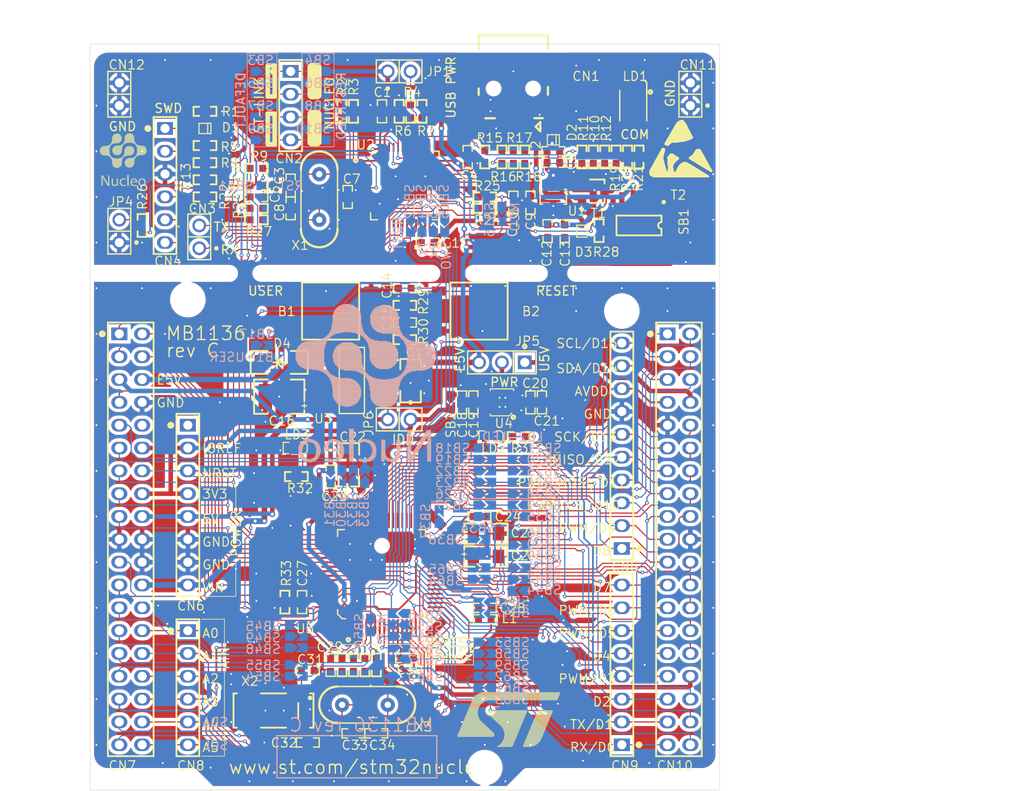
<source format=kicad_pcb>
(kicad_pcb (version 20240108) (generator "pcbnew") (generator_version "8.0")
  (layers (0 "F.Cu" signal "Top Layer") (31 "B.Cu" signal "Bottom Layer") (34 "B.Paste" user "Bottom Paste") (35 "F.Paste" user "Top Paste") (36 "B.SilkS" user "Bottom Overlay") (37 "F.SilkS" user "Top Overlay") (38 "B.Mask" user "Bottom Solder") (39 "F.Mask" user "Top Solder") (44 "Edge.Cuts" user))
  (net 0 "")
  (net 1 "PF0")
  (net 2 "NetCN10_30")
  (net 3 "+5V")
  (net 4 "NetCN7_31")
  (net 5 "NetC17_1")
  (net 6 "E5V")
  (net 7 "PA5")
  (net 8 "PA6")
  (net 9 "PA7")
  (net 10 "NetR10_2")
  (net 11 "NetR16_2")
  (net 12 "NetCN5_4")
  (net 13 "NetCN5_5")
  (net 14 "NetCN5_6")
  (net 15 "NetC2_2")
  (net 16 "MCO")
  (net 17 "PB0")
  (net 18 "NetCN7_38")
  (net 19 "NetCN7_36")
  (net 20 "NetCN2_4")
  (net 21 "+3V3_ST_LINK")
  (net 22 "VBAT/VLCD")
  (net 23 "+3V3")
  (net 24 "BOOT0")
  (net 25 "VDD")
  (net 26 "USB_DP")
  (net 27 "USB_DM")
  (net 28 "U5V")
  (net 29 "T_SWO")
  (net 30 "T_SWDIO_IN")
  (net 31 "T_NRST")
  (net 32 "T_JTMS")
  (net 33 "T_JTDO")
  (net 34 "T_JTDI")
  (net 35 "T_JTCK")
  (net 36 "STM_RST")
  (net 37 "STM_JTMS")
  (net 38 "STM_JTCK")
  (net 39 "STLINK_TX")
  (net 40 "STLINK_RX")
  (net 41 "PF7")
  (net 42 "PF6")
  (net 43 "PF4")
  (net 44 "PF1")
  (net 45 "PD8")
  (net 46 "PD2")
  (net 47 "PC15")
  (net 48 "PC14")
  (net 49 "PC13")
  (net 50 "PC12")
  (net 51 "PC11")
  (net 52 "PC10")
  (net 53 "PC9")
  (net 54 "PC8")
  (net 55 "PC7")
  (net 56 "PC6")
  (net 57 "PC5")
  (net 58 "PC4")
  (net 59 "PC3")
  (net 60 "PC2")
  (net 61 "PC1")
  (net 62 "PC0")
  (net 63 "PB15")
  (net 64 "PB14")
  (net 65 "PB13")
  (net 66 "PB12")
  (net 67 "PB11")
  (net 68 "PB8")
  (net 69 "PB7")
  (net 70 "PB6")
  (net 71 "PB5")
  (net 72 "PB4")
  (net 73 "PB3")
  (net 74 "PB2")
  (net 75 "PB1")
  (net 76 "PB9")
  (net 77 "PA15")
  (net 78 "PA13")
  (net 79 "PA12")
  (net 80 "PA11")
  (net 81 "PA10")
  (net 82 "PA9")
  (net 83 "PA8")
  (net 84 "NetCN10_26")
  (net 85 "NetCN10_28")
  (net 86 "PA4")
  (net 87 "PA3")
  (net 88 "PA2")
  (net 89 "PA1")
  (net 90 "PA0")
  (net 91 "OSC_OUT")
  (net 92 "OSC_IN")
  (net 93 "NRST")
  (net 94 "NetLD3_1")
  (net 95 "NetLD1_4")
  (net 96 "NetLD1_3")
  (net 97 "NetLD1_2")
  (net 98 "NetD1_2")
  (net 99 "NetC33_1")
  (net 100 "NetC32_1")
  (net 101 "NetB1_2")
  (net 102 "NetC10_1")
  (net 103 "LED_STLINK")
  (net 104 "AIN_1")
  (net 105 "NetJP5_1")
  (net 106 "AGND")
  (net 107 "NetC9_2")
  (net 108 "NetC31_1")
  (net 109 "NetC15_1")
  (net 110 "NetC34_1")
  (net 111 "NetC25_1")
  (net 112 "NetC22_1")
  (net 113 "NetCN4_1")
  (net 114 "NetCN4_2")
  (net 115 "NetCN4_4")
  (net 116 "NetCN4_5")
  (net 117 "NetCN4_6")
  (net 118 "NetCN2_1")
  (net 119 "NetCN2_2")
  (net 120 "NetCN2_3")
  (net 121 "PA14")
  (net 122 "NetCN1_2")
  (net 123 "NetCN1_3")
  (net 124 "NetCN1_4")
  (net 125 "NetJP1_2")
  (net 126 "NetR6_2")
  (net 127 "NetR3_2")
  (net 128 "NetR2_2")
  (net 129 "NetR25_1")
  (net 130 "NetR28_2")
  (net 131 "NetSB14_1")
  (net 132 "NetSB26_1")
  (net 133 "NetSB22_1")
  (net 134 "NetSB18_1")
  (net 135 "NetSB30_2")
  (net 136 "NetSB53_1")
  (net 137 "PB10")
  (net 138 "USB_CTRL")
  (net 139 "VIN")
  (net 140 "NetC18_1")
  (net 141 "NetSB43_2")
  (net 142 "PF5")
  (net 143 "NetL1_2")
  (net 144 "NetR31_1")
  (net 145 "NetSB13_1")
  (net 146 "NetSB34_1")
  (net 147 "AVDD")
  (net 148 "GND")
  (net 149 "NetCN7_27")
  (net 150 "NetCN7_25")
  (net 151 "NetCN7_29")
  (net 152 "NetJP4_2")
  (net 153 "NetLD2_1")
  (net 154 "NetSB64_1")
  (footprint "Global discovery1.PcbLib:SIP2/2.54" (layer "F.Cu") (at 146.5961 66.5336)
    (property "Reference" "JP1")
    (property "Value" "" (hide yes))
  )
  (footprint "Global discovery1.PcbLib:0603D" (layer "F.Cu") (at 158.0261 107.1736)
    (property "Reference" "LD2")
    (property "Value" "Green" (hide yes))
  )
  (footprint "Global discovery1.PcbLib:0603C" (layer "F.Cu") (at 137.7061 141.2096 180)
    (property "Reference" "C32")
    (property "Value" "10pF[N/A]" (hide yes))
  )
  (footprint "Global discovery1.PcbLib:QFP48 7X7" (layer "F.Cu") (at 148.5011 79.2336 -90)
    (property "Reference" "U2")
    (property "Value" "STM32F103CBT6" (hide yes))
  )
  (footprint "Global discovery1.PcbLib:0603C" (layer "F.Cu") (at 135.8011 81.7736 -90)
    (property "Reference" "C8")
    (property "Value" "20pF" (hide yes))
  )
  (footprint "Nucleo_642.PcbLib:TAN-B" (layer "F.Cu") (at 134.5311 102.7286 90)
    (property "Reference" "C16")
    (property "Value" "10uF(25V)" (hide yes))
  )
  (footprint "Global discovery1.PcbLib:0603L" (layer "F.Cu") (at 157.3911 127.4936 180)
    (property "Reference" "L1")
    (property "Value" "BEAD" (hide yes))
  )
  (footprint "Global discovery1.PcbLib:1*6P_FEMALE" (layer "F.Cu") (at 124.3711 128.7636 -90)
    (property "Reference" "CN8")
    (property "Value" "Header 6X1_Female" (hide yes))
  )
  (footprint "MB998.PcbLib:SO8" (layer "F.Cu") (at 174.5361 83.6786 180)
    (property "Reference" "T2")
    (property "Value" "STS7PF30L" (hide yes))
  )
  (footprint "Global discovery1.PcbLib:0603R" (layer "F.Cu") (at 126.2761 76.6936 180)
    (property "Reference" "R8")
    (property "Value" "22" (hide yes))
  )
  (footprint "Global discovery1.PcbLib:0603C" (layer "F.Cu") (at 154.8511 103.3636 90)
    (property "Reference" "C18")
    (property "Value" "1uF_X5R_0603" (hide yes))
  )
  (footprint "C__Users_eric-zhong_Desktop_ST_new_logo.PcbLib:ST_LOGO_10mm" (layer "F.Cu") (at 160.1851 138.4156)
    (property "Reference" "Designator22" (hide yes))
    (property "Value" "Comment" (hide yes))
  )
  (footprint "Global discovery1.PcbLib:TAN-A" (layer "F.Cu") (at 156.1211 120.5086 180)
    (property "Reference" "C26")
    (property "Value" "2.2uF" (hide yes))
  )
  (footprint "MB999.PcbLib:PB10" (layer "F.Cu") (at 140.2461 93.2036 180)
    (property "Reference" "B1")
    (property "Value" "USER (Blue)" (hide yes))
  )
  (footprint "MB1084_main.PcbLib:TAN-A" (layer "F.Cu") (at 149.1361 99.5536 90)
    (property "Reference" "C17")
    (property "Value" "10uF" (hide yes))
  )
  (footprint "Global discovery1.PcbLib:0603C" (layer "F.Cu") (at 156.1211 103.3636 -90)
    (property "Reference" "C19")
    (property "Value" "100nF" (hide yes))
  )
  (footprint "Global discovery1.PcbLib:0603R" (layer "F.Cu") (at 131.9911 77.3286 180)
    (property "Reference" "R9")
    (property "Value" "100" (hide yes))
  )
  (footprint "Global discovery1.PcbLib:0603R" (layer "F.Cu") (at 147.8661 70.9786 90)
    (property "Reference" "R6")
    (property "Value" "100K" (hide yes))
  )
  (footprint "Global discovery1.PcbLib:0603D" (layer "F.Cu") (at 136.2456 108.44385)
    (property "Reference" "LD3")
    (property "Value" "RED" (hide yes))
  )
  (footprint "Global discovery1.PcbLib:0603C" (layer "F.Cu") (at 140.2461 111.6186 90)
    (property "Reference" "C23")
    (property "Value" "100nF" (hide yes))
  )
  (footprint "Global discovery1.PcbLib:0603R" (layer "F.Cu") (at 157.3911 81.7736)
    (property "Reference" "R24")
    (property "Value" "100" (hide yes))
  )
  (footprint "Nucleo_641.PcbLib:2*19P" (layer "F.Cu") (at 116.7511 95.7436 -90)
    (property "Reference" "CN7")
    (property "Value" "Header 19X2" (hide yes))
  )
  (footprint "Global discovery1.PcbLib:0603R" (layer "F.Cu") (at 161.8361 76.0586 90)
    (property "Reference" "R18")
    (property "Value" "0" (hide yes))
  )
  (footprint "Global discovery1.PcbLib:0603C" (layer "F.Cu") (at 160.5661 81.1386 90)
    (property "Reference" "C10")
    (property "Value" "20pF" (hide yes))
  )
  (footprint "Global discovery1.PcbLib:HSMF-A201" (layer "F.Cu") (at 173.9011 70.3436 -90)
    (property "Reference" "LD1")
    (property "Value" "LD_BICOLOR_CMS" (hide yes))
  )
  (footprint "Global discovery1.PcbLib:0603C" (layer "F.Cu") (at 162.4711 81.1386 90)
    (property "Reference" "C9")
    (property "Value" "10nF_X7R_0603" (hide yes))
  )
  (footprint "Global discovery1.PcbLib:0603R" (layer "F.Cu") (at 174.5361 76.0586 -90)
    (property "Reference" "R21")
    (property "Value" "100" (hide yes))
  )
  (footprint "Global discovery1.PcbLib:0603C" (layer "F.Cu") (at 151.0411 85.5836 180)
    (property "Reference" "C11")
    (property "Value" "100nF" (hide yes))
  )
  (footprint "Global discovery1.PcbLib:0603R" (layer "F.Cu") (at 131.9911 79.2336)
    (property "Reference" "R14")
    (property "Value" "100K" (hide yes))
  )
  (footprint "Global discovery1.PcbLib:0603C" (layer "F.Cu") (at 137.0711 125.5886 -90)
    (property "Reference" "C27")
    (property "Value" "100nF" (hide yes))
  )
  (footprint "Global discovery1.PcbLib:0603C" (layer "F.Cu") (at 142.7861 140.1936 180)
    (property "Reference" "C33")
    (property "Value" "20pF[N/A]" (hide yes))
  )
  (footprint "Global discovery1.PcbLib:0603R" (layer "F.Cu") (at 126.2761 70.9786 180)
    (property "Reference" "R1")
    (property "Value" "10K" (hide yes))
  )
  (footprint "Global discovery1.PcbLib:0603R" (layer "F.Cu") (at 131.9911 81.7736 180)
    (property "Reference" "R23")
    (property "Value" "4K7" (hide yes))
  )
  (footprint "Global discovery1.PcbLib:0603R" (layer "F.Cu") (at 157.3911 76.0586 90)
    (property "Reference" "R15")
    (property "Value" "100K" (hide yes))
  )
  (footprint "Global discovery1.PcbLib:0603C" (layer "F.Cu") (at 142.1511 80.5036 90)
    (property "Reference" "C7")
    (property "Value" "100nF" (hide yes))
  )
  (footprint "MB998.PcbLib:SIP3" (layer "F.Cu") (at 161.8361 98.9186 180)
    (property "Reference" "JP5")
    (property "Value" "" (hide yes))
  )
  (footprint "Global discovery1.PcbLib:0603C" (layer "F.Cu") (at 148.7551 131.8116)
    (property "Reference" "C30")
    (property "Value" "100nF" (hide yes))
  )
  (footprint "Nucleo_64.PcbLib:0603R" (layer "F.Cu") (at 170.7261 76.0586 -90)
    (property "Reference" "R12")
    (property "Value" "10K" (hide yes))
  )
  (footprint "Global discovery1.PcbLib:XTAL_4SM_8X3R8" (layer "F.Cu") (at 133.8961 137.6536 180)
    (property "Reference" "X2")
    (property "Value" "32.768K[N/A]" (hide yes))
  )
  (footprint "Global discovery1.PcbLib:0603R" (layer "F.Cu") (at 144.0561 132.5736 90)
    (property "Reference" "R35")
    (property "Value" "[N/A]" (hide yes))
  )
  (footprint "Global discovery1.PcbLib:0603R" (layer "F.Cu") (at 126.2761 74.7886 180)
    (property "Reference" "R5")
    (property "Value" "22" (hide yes))
  )
  (footprint "Global discovery1.PcbLib:0603C" (layer "F.Cu") (at 155.4861 76.0586 90)
    (property "Reference" "C4")
    (property "Value" "100nF" (hide yes))
  )
  (footprint "Global discovery1.PcbLib:1*10P_FEMALE" (layer "F.Cu") (at 172.6311 119.6196 90)
    (property "Reference" "CN5")
    (property "Value" "Header 10X1_Female" (hide yes))
  )
  (footprint "MB998.PcbLib:DFN6(3X3)" (layer "F.Cu") (at 159.2961 103.3636 90)
    (property "Reference" "U4")
    (property "Value" "LD39050PU33R" (hide yes))
  )
  (footprint "" (layer "F.Cu") (at 172.6311 93.2036)
    (property "Reference" "")
    (property "Value" "")
  )
  (footprint "Global discovery1.PcbLib:0603R" (layer "F.Cu") (at 142.7861 132.5736 -90)
    (property "Reference" "R36")
    (property "Value" "[N/A]" (hide yes))
  )
  (footprint "Nucleo_64.PcbLib:0603R" (layer "F.Cu") (at 169.4561 76.0586 90)
    (property "Reference" "R10")
    (property "Value" "36K" (hide yes))
  )
  (footprint "Global discovery1.PcbLib:LQFP64" (layer "F.Cu") (at 145.9611 122.4136)
    (property "Reference" "U5")
    (property "Value" "MCU_LQFP64" (hide yes))
  )
  (footprint "Global discovery1.PcbLib:0603C" (layer "F.Cu") (at 165.0111 76.6936 180)
    (property "Reference" "C5")
    (property "Value" "100nF" (hide yes))
  )
  (footprint "Global discovery1.PcbLib:0603R" (layer "F.Cu") (at 171.9961 76.0586 90)
    (property "Reference" "R19")
    (property "Value" "0" (hide yes))
  )
  (footprint "Global discovery1.PcbLib:XTAL1" (layer "F.Cu") (at 138.9761 83.0436 90)
    (property "Reference" "X1")
    (property "Value" "8MHz(12pF)" (hide yes))
  )
  (footprint "Global discovery1.PcbLib:1*8P_FEMALE" (layer "F.Cu") (at 124.3711 105.9036 -90)
    (property "Reference" "CN6")
    (property "Value" "Header 8X1_Female" (hide yes))
  )
  (footprint "MB998.PcbLib:SOT-23" (layer "F.Cu") (at 169.4561 79.8686 -90)
    (property "Reference" "T1")
    (property "Value" "9013" (hide yes))
  )
  (footprint "Global discovery1.PcbLib:0603R" (layer "F.Cu") (at 159.2961 76.0586 90)
    (property "Reference" "R16")
    (property "Value" "1K5" (hide yes))
  )
  (footprint "Global discovery1.PcbLib:0603R" (layer "F.Cu") (at 126.2761 78.5986 180)
    (property "Reference" "R13")
    (property "Value" "22" (hide yes))
  )
  (footprint "Global discovery1.PcbLib:SOT-23-5L" (layer "F.Cu") (at 165.0111 80.5036 -90)
    (property "Reference" "U1")
    (property "Value" "LD3985M33R" (hide yes))
  )
  (footprint "" (layer "F.Cu") (at 124.3711 91.9336)
    (property "Reference" "")
    (property "Value" "")
  )
  (footprint "Global discovery1.PcbLib:0603C" (layer "F.Cu") (at 140.2461 132.5736 90)
    (property "Reference" "C29")
    (property "Value" "1uF_X5R_0603" (hide yes))
  )
  (footprint "Global discovery1.PcbLib:1*4" (layer "F.Cu") (at 135.8011 66.5336 -90)
    (property "Reference" "CN2")
    (property "Value" "Header 4" (hide yes))
  )
  (footprint "Global discovery1.PcbLib:0603C" (layer "F.Cu") (at 157.3911 126.2236 180)
    (property "Reference" "C28")
    (property "Value" "100nF" (hide yes))
  )
  (footprint "Global discovery1.PcbLib:SIP2/2.54" (layer "F.Cu") (at 125.6411 86.2186 90)
    (property "Reference" "CN3")
    (property "Value" "" (hide yes))
  )
  (footprint "Nucleo_642.PcbLib:SMA" (layer "F.Cu") (at 134.5311 98.9186 180)
    (property "Reference" "D4")
    (property "Value" "STPS2L30A" (hide yes))
  )
  (footprint "Global discovery1.PcbLib:0603C" (layer "F.Cu") (at 145.3261 140.1936)
    (property "Reference" "C34")
    (property "Value" "20pF[N/A]" (hide yes))
  )
  (footprint "Global discovery1.PcbLib:0603R" (layer "F.Cu") (at 160.5661 76.0586 90)
    (property "Reference" "R17")
    (property "Value" "0" (hide yes))
  )
  (footprint "Nucleo_64.PcbLib:SIP2/2.54" (layer "F.Cu") (at 180.2511 70.3436 90)
    (property "Reference" "CN11")
    (property "Value" "" (hide yes))
  )
  (footprint "Global discovery1.PcbLib:SIP2/2.54" (layer "F.Cu") (at 149.1361 105.2686 180)
    (property "Reference" "JP6")
    (property "Value" "" (hide yes))
  )
  (footprint "Global discovery1.PcbLib:0603R" (layer "F.Cu") (at 150.4061 70.9786 90)
    (property "Reference" "R7")
    (property "Value" "2K7" (hide yes))
  )
  (footprint "Global discovery1.PcbLib:0603R" (layer "F.Cu") (at 148.5011 96.3786 180)
    (property "Reference" "R30")
    (property "Value" "4K7" (hide yes))
  )
  (footprint "Global discovery1.PcbLib:0603R" (layer "F.Cu") (at 145.3261 132.5736 90)
    (property "Reference" "R37")
    (property "Value" "[N/A]" (hide yes))
  )
  (footprint "MB999.PcbLib:PB10" (layer "F.Cu") (at 156.7561 93.2036)
    (property "Reference" "B2")
    (property "Value" "TD-0341 [RESET/Black]" (hide yes))
  )
  (footprint "Global discovery1.PcbLib:0603R" (layer "F.Cu") (at 149.1361 70.9786 -90)
    (property "Reference" "R4")
    (property "Value" "4K7" (hide yes))
  )
  (footprint "Nucleo_64.PcbLib:0603R" (layer "F.Cu") (at 119.2911 83.6786 -90)
    (property "Reference" "R26")
    (property "Value" "10K" (hide yes))
  )
  (footprint "Global discovery1.PcbLib:0603R" (layer "F.Cu") (at 131.9911 83.0436 180)
    (property "Reference" "R27")
    (property "Value" "4K7" (hide yes))
  )
  (footprint "Nucleo_64.PcbLib:SOD323/A" (layer "F.Cu") (at 165.0111 74.1536 180)
    (property "Reference" "D2")
    (property "Value" "BAT60JFILM" (hide yes))
  )
  (footprint "Nucleo_64.PcbLib:SIP2/2.54" (layer "F.Cu") (at 116.7511 70.3436 90)
    (property "Reference" "CN12")
    (property "Value" "" (hide yes))
  )
  (footprint "Nucleo_64.PcbLib:SIP2/2.54" (layer "F.Cu") (at 116.7511 85.5836 90)
    (property "Reference" "JP4")
    (property "Value" "" (hide yes))
  )
  (footprint "Global discovery1.PcbLib:0603R" (layer "F.Cu") (at 142.7861 70.9786 90)
    (property "Reference" "R3")
    (property "Value" "10K" (hide yes))
  )
  (footprint "Global discovery1.PcbLib:0603C" (layer "F.Cu") (at 137.7061 133.2086 180)
    (property "Reference" "C31")
    (property "Value" "10pF[N/A]" (hide yes))
  )
  (footprint "Global discovery1.PcbLib:0603R" (layer "F.Cu") (at 157.3911 80.5036 180)
    (property "Reference" "R25")
    (property "Value" "100" (hide yes))
  )
  (footprint "Global discovery1.PcbLib:SOD323/A" (layer "F.Cu") (at 126.2761 72.8836 180)
    (property "Reference" "D1")
    (property "Value" "BAT60JFILM" (hide yes))
  )
  (footprint "Global discovery1.PcbLib:0603C" (layer "F.Cu") (at 162.4711 103.3636 90)
    (property "Reference" "C20")
    (property "Value" "100nF" (hide yes))
  )
  (footprint "Global discovery1.PcbLib:0603C" (layer "F.Cu") (at 131.9911 80.5036 180)
    (property "Reference" "C6")
    (property "Value" "100nF" (hide yes))
  )
  (footprint "Global discovery1.PcbLib:TAN-A" (layer "F.Cu") (at 156.1211 117.9686 180)
    (property "Reference" "C25")
    (property "Value" "2.2uF" (hide yes))
  )
  (footprint "Global discovery1.PcbLib:0603R" (layer "F.Cu") (at 126.2761 80.5036 180)
    (property "Reference" "R22")
    (property "Value" "22" (hide yes))
  )
  (footprint "C__Users_eric-zhong_Desktop_Nucleo LOGO.PcbLib:NUCLEO_black 0.5cm" (layer "F.Cu") (at 117.2591 75.4236)
    (property "Reference" "Designator1" (hide yes))
    (property "Value" "Comment" (hide yes))
  )
  (footprint "Global discovery1.PcbLib:0603R" (layer "F.Cu") (at 170.0911 84.2501 -90)
    (property "Reference" "R28")
    (property "Value" "4K7" (hide yes))
  )
  (footprint "Nucleo_64.PcbLib:0603C" (layer "F.Cu") (at 163.7411 103.3636 -90)
    (property "Reference" "C21")
    (property "Value" "1uF_X5R_0603" (hide yes))
  )
  (footprint "" (layer "F.Cu") (at 157.3911 144.0036)
    (property "Reference" "")
    (property "Value" "")
  )
  (footprint "Nucleo_64.PcbLib:JP2_SMD" (layer "F.Cu") (at 153.5811 103.3636 90)
    (property "Reference" "SB2")
    (property "Value" "Circuit Breaker" (hide yes))
  )
  (footprint "Global discovery1.PcbLib:0603C" (layer "F.Cu") (at 135.8011 79.2336 90)
    (property "Reference" "C3")
    (property "Value" "20pF" (hide yes))
  )
  (footprint "Global discovery1.PcbLib:0603R" (layer "F.Cu") (at 161.2011 107.1736)
    (property "Reference" "R31")
    (property "Value" "510" (hide yes))
  )
  (footprint "Global discovery1.PcbLib:0603R" (layer "F.Cu") (at 136.4361 111.6186)
    (property "Reference" "R32")
    (property "Value" "1K" (hide yes))
  )
  (footprint "Global discovery1.PcbLib:0603C" (layer "F.Cu") (at 156.78785 116.0636 180)
    (property "Reference" "C24")
    (property "Value" "100nF" (hide yes))
  )
  (footprint "Global discovery1.PcbLib:0603R" (layer "F.Cu") (at 141.5161 70.9786 90)
    (property "Reference" "R2")
    (property "Value" "10K" (hide yes))
  )
  (footprint "Global discovery1.PcbLib:0603R" (layer "F.Cu") (at 148.5011 92.5686 180)
    (property "Reference" "R29")
    (property "Value" "100" (hide yes))
  )
  (footprint "Nucleo_64.PcbLib:0603R" (layer "F.Cu") (at 168.1861 76.0586 -90)
    (property "Reference" "R11")
    (property "Value" "100" (hide yes))
  )
  (footprint "Global discovery1.PcbLib:0603C" (layer "F.Cu") (at 145.9611 70.9786 90)
    (property "Reference" "C1")
    (property "Value" "100nF" (hide yes))
  )
  (footprint "Nucleo_64.PcbLib:SOD323/A" (layer "F.Cu") (at 168.1861 84.3136 -90)
    (property "Reference" "D3")
    (property "Value" "BAT60JFILM" (hide yes))
  )
  (footprint "Nucleo_641.PcbLib:2*19P" (layer "F.Cu") (at 177.7111 95.7436 -90)
    (property "Reference" "CN10")
    (property "Value" "Header 19X2" (hide yes))
  )
  (footprint "C__X_project_14. nucleo_mb1136 _64pins_schematics_Nucleo_64.PcbLib:LOGO ESD" (layer "F.Cu") (at 178.9811 75.6776)
    (property "Reference" "Designator2" (hide yes))
    (property "Value" "Comment" (hide yes))
  )
  (footprint "Global discovery1.PcbLib:1*6P" (layer "F.Cu") (at 121.8311 72.8836 -90)
    (property "Reference" "CN4")
    (property "Value" "Header 6X1" (hide yes))
  )
  (footprint "Global discovery1.PcbLib:0603C" (layer "F.Cu") (at 148.5011 90.6636 180)
    (property "Reference" "C14")
    (property "Value" "100nF" (hide yes))
  )
  (footprint "Global discovery1.PcbLib:0603R" (layer "F.Cu") (at 141.5161 132.5736 -90)
    (property "Reference" "R34")
    (property "Value" "[N/A]" (hide yes))
  )
  (footprint "Global discovery1.PcbLib:TAN-A" (layer "F.Cu") (at 142.2781 111.71385 -90)
    (property "Reference" "C22")
    (property "Value" "2.2uF" (hide yes))
  )
  (footprint "Global discovery1.PcbLib:0603R" (layer "F.Cu") (at 173.2661 76.0586 -90)
    (property "Reference" "R20")
    (property "Value" "100" (hide yes))
  )
  (footprint "Global discovery1.PcbLib:0603R" (layer "F.Cu") (at 135.1661 125.5886 90)
    (property "Reference" "R33")
    (property "Value" "10K" (hide yes))
  )
  (footprint "Nucleo_64.PcbLib:SOT-223" (layer "F.Cu") (at 142.7861 100.8236 180)
    (property "Reference" "U3")
    (property "Value" "LD1117S50TR" (hide yes))
  )
  (footprint "Global discovery1.PcbLib:0603C" (layer "F.Cu") (at 148.5011 94.4736)
    (property "Reference" "C15")
    (property "Value" "100nF" (hide yes))
  )
  (footprint "Global discovery1.PcbLib:0603C" (layer "F.Cu") (at 164.3761 84.3136 -90)
    (property "Reference" "C12")
    (property "Value" "100nF" (hide yes))
  )
  (footprint "Global discovery1.PcbLib:1*8P_FEMALE" (layer "F.Cu") (at 172.6311 141.4636 90)
    (property "Reference" "CN9")
    (property "Value" "Header 8X1_Female" (hide yes))
  )
  (footprint "Nucleo_64.PcbLib:JP2_SMD" (layer "F.Cu") (at 178.3461 83.6786 90)
    (property "Reference" "SB1")
    (property "Value" "Circuit Breaker" (hide yes))
  )
  (footprint "Nucleo_64.PcbLib:XTAL1" (layer "F.Cu") (at 146.5961 137.0186 180)
    (property "Reference" "X3")
    (property "Value" "8MHz(16pF)[N/A]" (hide yes))
  )
  (footprint "Global discovery1.PcbLib:USB-MINI-B-SMD" (layer "F.Cu") (at 160.5661 68.4386)
    (property "Reference" "CN1")
    (property "Value" "5075BMR-05-SM" (hide yes))
  )
  (footprint "Global discovery1.PcbLib:0603C" (layer "F.Cu") (at 166.2811 84.3136 90)
    (property "Reference" "C13")
    (property "Value" "1uF_X5R_0603" (hide yes))
  )
  (footprint "Global discovery1.PcbLib:0603C" (layer "F.Cu") (at 165.0111 75.4236 180)
    (property "Reference" "C2")
    (property "Value" "1uF_X5R_0603" (hide yes))
  )
  (footprint "Nucleo_64.PcbLib:JP2_SMD" (layer "B.Cu") (at 157.3911 132.5736 180)
    (property "Reference" "SB59")
    (property "Value" "Circuit Breaker" (hide yes))
  )
  (footprint "Global discovery1.PcbLib:JP2_SMD" (layer "B.Cu") (at 136.4361 133.8436 180)
    (property "Reference" "SB54")
    (property "Value" "Circuit Breaker" (hide yes))
  )
  (footprint "Nucleo_64.PcbLib:JP2_SMD" (layer "B.Cu") (at 156.7561 123.0486 180)
    (property "Reference" "SB64")
    (property "Value" "Circuit Breaker" (hide yes))
  )
  (footprint "Global discovery1.PcbLib:JP2_SMD" (layer "B.Cu") (at 149.1361 83.6786 90)
    (property "Reference" "SB12")
    (property "Value" "Circuit Breaker" (hide yes))
  )
  (footprint "Nucleo_64.PcbLib:JP2_SMD" (layer "B.Cu") (at 157.3911 116.0636 180)
    (property "Reference" "SB34")
    (property "Value" "Circuit Breaker" (hide yes))
  )
  (footprint "Nucleo_64.PcbLib:JP2_SMD" (layer "B.Cu") (at 157.3911 133.8436)
    (property "Reference" "SB62")
    (property "Value" "Circuit Breaker" (hide yes))
  )
  (footprint "Nucleo_64.PcbLib:JP2_SMD" (layer "B.Cu") (at 140.2461 111.6186 90)
    (property "Reference" "SB31")
    (property "Value" "Circuit Breaker" (hide yes))
  )
  (footprint "Global discovery1.PcbLib:JP2_SMD" (layer "B.Cu") (at 150.4061 83.6786 -90)
    (property "Reference" "SB14")
    (property "Value" "Circuit Breaker" (hide yes))
  )
  (footprint "Global discovery1.PcbLib:JP2_SMD" (layer "B.Cu") (at 132.6261 74.1536 180)
    (property "Reference" "SB9")
    (property "Value" "Circuit Breaker" (hide yes))
  )
  (footprint "Nucleo_64.PcbLib:JP2_SMD" (layer "B.Cu") (at 157.3911 126.8586)
    (property "Reference" "SB47")
    (property "Value" "Circuit Breaker" (hide yes))
  )
  (footprint "Global discovery1.PcbLib:JP2_SMD" (layer "B.Cu") (at 136.4361 129.3986 180)
    (property "Reference" "SB49")
    (property "Value" "Circuit Breaker" (hide yes))
  )
  (footprint "Nucleo_64.PcbLib:JP2_SMD" (layer "B.Cu") (at 152.3111 116.0636 -90)
    (property "Reference" "SB37")
    (property "Value" "Circuit Breaker" (hide yes))
  )
  (footprint "Nucleo_64.PcbLib:JP2_SMD" (layer "B.Cu") (at 157.3911 135.1136)
    (property "Reference" "SB61")
    (property "Value" "Circuit Breaker" (hide yes))
  )
  (footprint "Global discovery1.PcbLib:JP2_SMD" (layer "B.Cu") (at 132.6261 69.0736 180)
    (property "Reference" "SB5")
    (property "Value" "Circuit Breaker" (hide yes))
  )
  (footprint "Nucleo_64.PcbLib:JP2_SMD" (layer "B.Cu") (at 157.3911 131.3036 180)
    (property "Reference" "SB58")
    (property "Value" "Circuit Breaker" (hide yes))
  )
  (footprint "Global discovery1.PcbLib:JP2_SMD" (layer "B.Cu") (at 138.9761 74.1536 180)
    (property "Reference" "SB10")
    (property "Value" "Circuit Breaker" (hide yes))
  )
  (footprint "Global discovery1.PcbLib:JP2_SMD" (layer "B.Cu") (at 132.6261 71.6136 180)
    (property "Reference" "SB7")
    (property "Value" "Circuit Breaker" (hide yes))
  )
  (footprint "Global discovery1.PcbLib:JP2_SMD" (layer "B.Cu") (at 138.9761 71.6136 180)
    (property "Reference" "SB8")
    (property "Value" "Circuit Breaker" (hide yes))
  )
  (footprint "Nucleo_64.PcbLib:JP2_SMD" (layer "B.Cu") (at 147.8661 133.8436 180)
    (property "Reference" "SB60")
    (property "Value" "Circuit Breaker" (hide yes))
  )
  (footprint "Nucleo_64.PcbLib:JP2_SMD" (layer "B.Cu") (at 147.8661 129.3986 180)
    (property "Reference" "SB51")
    (property "Value" "Circuit Breaker" (hide yes))
  )
  (footprint "Nucleo_64.PcbLib:JP2_SMD" (layer "B.Cu") (at 156.7561 121.7786 180)
    (property "Reference" "SB65")
    (property "Value" "Circuit Breaker" (hide yes))
  )
  (footprint "Nucleo_64.PcbLib:JP2_SMD" (layer "B.Cu") (at 161.2011 120.5086 180)
    (property "Reference" "SB39")
    (property "Value" "Circuit Breaker" (hide yes))
  )
  (footprint "Nucleo_64.PcbLib:JP2_SMD" (layer "B.Cu") (at 161.2011 108.4436 180)
    (property "Reference" "SB21")
    (property "Value" "Circuit Breaker" (hide yes))
  )
  (footprint "Global discovery1.PcbLib:JP2_SMD" (layer "B.Cu") (at 152.9461 83.6786 90)
    (property "Reference" "SB15")
    (property "Value" "Circuit Breaker" (hide yes))
  )
  (footprint "Nucleo_64.PcbLib:JP2_SMD" (layer "B.Cu") (at 147.8661 128.1286)
    (property "Reference" "SB52")
    (property "Value" "Circuit Breaker" (hide yes))
  )
  (footprint "Nucleo_64.PcbLib:JP2_SMD" (layer "B.Cu") (at 161.2011 121.7786 180)
    (property "Reference" "SB41")
    (property "Value" "Circuit Breaker" (hide yes))
  )
  (footprint "Nucleo_64.PcbLib:JP2_SMD" (layer "B.Cu") (at 147.8661 126.8586)
    (property "Reference" "SB46")
    (property "Value" "Circuit Breaker" (hide yes))
  )
  (footprint "Global discovery1.PcbLib:JP2_SMD" (layer "B.Cu") (at 136.4361 132.5736 180)
    (property "Reference" "SB55")
    (property "Value" "Circuit Breaker" (hide yes))
  )
  (footprint "Global discovery1.PcbLib:JP2_SMD" (layer "B.Cu") (at 138.9761 66.5336 180)
    (property "Reference" "SB4")
    (property "Value" "Circuit Breaker" (hide yes))
  )
  (footprint "Nucleo_64.PcbLib:JP2_SMD" (layer "B.Cu") (at 161.2011 119.2386 180)
    (property "Reference" "SB40")
    (property "Value" "Circuit Breaker" (hide yes))
  )
  (footprint "Global discovery1.PcbLib:JP2_SMD" (layer "B.Cu") (at 144.6911 128.1286 90)
    (property "Reference" "SB50")
    (property "Value" "Circuit Breaker" (hide yes))
  )
  (footprint "Nucleo_64.PcbLib:JP2_SMD" (layer "B.Cu") (at 141.5161 111.6186 90)
    (property "Reference" "SB30")
    (property "Value" "Circuit Breaker" (hide yes))
  )
  (footprint "Nucleo_64.PcbLib:JP2_SMD" (layer "B.Cu") (at 157.3911 108.4436 180)
    (property "Reference" "SB18")
    (property "Value" "Circuit Breaker" (hide yes))
  )
  (footprint "Nucleo_64.PcbLib:JP2_SMD" (layer "B.Cu") (at 157.3911 113.5236 180)
    (property "Reference" "SB26")
    (property "Value" "Circuit Breaker" (hide yes))
  )
  (footprint "Nucleo_64.PcbLib:JP2_SMD" (layer "B.Cu") (at 157.3911 109.7136 180)
    (property "Reference" "SB19")
    (property "Value" "Circuit Breaker" (hide yes))
  )
  (footprint "Nucleo_64.PcbLib:JP2_SMD" (layer "B.Cu") (at 157.3911 114.7936 180)
    (property "Reference" "SB27")
    (property "Value" "Circuit Breaker" (hide yes))
  )
  (footprint "Global discovery1.PcbLib:JP2_SMD" (layer "B.Cu") (at 136.4361 130.6686 180)
    (property "Reference" "SB48")
    (property "Value" "Circuit Breaker" (hide yes))
  )
  (footprint "Nucleo_64.PcbLib:JP2_SMD" (layer "B.Cu") (at 161.2011 117.9686 180)
    (property "Reference" "SB36")
    (property "Value" "Circuit Breaker" (hide yes))
  )
  (footprint "Nucleo_64.PcbLib:JP2_SMD" (layer "B.Cu") (at 159.2961 82.4086 90)
    (property "Reference" "SB16")
    (property "Value" "Circuit Breaker" (hide yes))
  )
  (footprint "Nucleo_64.PcbLib:JP2_SMD" (layer "B.Cu") (at 161.2011 110.9836 180)
    (property "Reference" "SB25")
    (property "Value" "Circuit Breaker" (hide yes))
  )
  (footprint "Nucleo_64.PcbLib:JP2_SMD" (layer "B.Cu") (at 157.3911 112.2536 180)
    (property "Reference" "SB23")
    (property "Value" "Circuit Breaker" (hide yes))
  )
  (footprint "Nucleo_64.PcbLib:JP2_SMD" (layer "B.Cu") (at 161.2011 113.5236 180)
    (property "Reference" "SB28")
    (property "Value" "Circuit Breaker" (hide yes))
  )
  (footprint "Nucleo_64.PcbLib:JP2_SMD" (layer "B.Cu") (at 157.3911 130.0336 180)
    (property "Reference" "SB53")
    (property "Value" "Circuit Breaker" (hide yes))
  )
  (footprint "Nucleo_64.PcbLib:JP2_SMD" (layer "B.Cu") (at 161.2011 124.3186)
    (property "Reference" "SB44")
    (property "Value" "Circuit Breaker" (hide yes))
  )
  (footprint "Nucleo_64.PcbLib:JP2_SMD" (layer "B.Cu") (at 161.2011 109.7136)
    (property "Reference" "SB20")
    (property "Value" "Circuit Breaker" (hide yes))
  )
  (footprint "Nucleo_64.PcbLib:JP2_SMD" (layer "B.Cu") (at 161.2011 114.7936)
    (property "Reference" "SB29")
    (property "Value" "Circuit Breaker" (hide yes))
  )
  (footprint "Global discovery1.PcbLib:JP2_SMD" (layer "B.Cu") (at 151.6761 83.6786 -90)
    (property "Reference" "SB13")
    (property "Value" "Circuit Breaker" (hide yes))
  )
  (footprint "Nucleo_64.PcbLib:JP2_SMD" (layer "B.Cu") (at 157.3911 110.9836 180)
    (property "Reference" "SB22")
    (property "Value" "Circuit Breaker" (hide yes))
  )
  (footprint "C__Users_eric-zhong_Desktop_Nucleo LOGO.PcbLib:NUCLEO_black 2cm" (layer "B.Cu") (at 144.1831 98.2836 180)
    (property "Reference" "Designator4" (hide yes))
    (property "Value" "Comment" (hide yes))
  )
  (footprint "Nucleo_64.PcbLib:JP2_SMD" (layer "B.Cu") (at 156.7561 118.6036 180)
    (property "Reference" "SB38")
    (property "Value" "Circuit Breaker" (hide yes))
  )
  (footprint "Nucleo_64.PcbLib:JP2_SMD" (layer "B.Cu") (at 161.2011 123.0486 180)
    (property "Reference" "SB42")
    (property "Value" "Circuit Breaker" (hide yes))
  )
  (footprint "Global discovery1.PcbLib:JP2_SMD" (layer "B.Cu") (at 132.6261 66.5336 180)
    (property "Reference" "SB3")
    (property "Value" "Circuit Breaker" (hide yes))
  )
  (footprint "Nucleo_64.PcbLib:JP2_SMD" (layer "B.Cu") (at 161.2011 112.2536)
    (property "Reference" "SB24")
    (property "Value" "Circuit Breaker" (hide yes))
  )
  (footprint "Global discovery1.PcbLib:JP2_SMD" (layer "B.Cu") (at 132.6261 97.0136 180)
    (property "Reference" "SB17")
    (property "Value" "Circuit Breaker" (hide yes))
  )
  (footprint "Global discovery1.PcbLib:JP2_SMD" (layer "B.Cu") (at 133.2611 79.2336)
    (property "Reference" "SB11")
    (property "Value" "Circuit Breaker" (hide yes))
  )
  (footprint "Global discovery1.PcbLib:JP2_SMD" (layer "B.Cu") (at 136.4361 128.1286)
    (property "Reference" "SB45")
    (property "Value" "Circuit Breaker" (hide yes))
  )
  (footprint "Nucleo_64.PcbLib:JP2_SMD" (layer "B.Cu") (at 147.8661 130.6686 180)
    (property "Reference" "SB56")
    (property "Value" "Circuit Breaker" (hide yes))
  )
  (footprint "Global discovery1.PcbLib:JP2_SMD" (layer "B.Cu") (at 138.9761 69.0736 180)
    (property "Reference" "SB6")
    (property "Value" "Circuit Breaker" (hide yes))
  )
  (footprint "Nucleo_64.PcbLib:JP2_SMD" (layer "B.Cu") (at 142.7861 111.6186 -90)
    (property "Reference" "SB32")
    (property "Value" "Circuit Breaker" (hide yes))
  )
  (footprint "Nucleo_64.PcbLib:JP2_SMD" (layer "B.Cu") (at 144.0561 111.6186 -90)
    (property "Reference" "SB33")
    (property "Value" "Circuit Breaker" (hide yes))
  )
  (footprint "Nucleo_64.PcbLib:JP2_SMD" (layer "B.Cu") (at 147.8661 131.9386)
    (property "Reference" "SB57")
    (property "Value" "Circuit Breaker" (hide yes))
  )
  (footprint "Nucleo_64.PcbLib:JP2_SMD" (layer "B.Cu") (at 157.3911 125.5886)
    (property "Reference" "SB43")
    (property "Value" "Circuit Breaker" (hide yes))
  )
  (footprint "Nucleo_64.PcbLib:JP2_SMD" (layer "B.Cu") (at 157.3911 136.3836)
    (property "Reference" "SB63")
    (property "Value" "Circuit Breaker" (hide yes))
  )
  (footprint "Nucleo_64.PcbLib:JP2_SMD" (layer "B.Cu") (at 161.2011 116.0636)
    (property "Reference" "SB35")
    (property "Value" "Circuit Breaker" (hide yes))
  )
  (gr_line (start 130.9751 64.5016) (end 134.2771 64.5016) (stroke (width 0.0762)) (layer "B.SilkS"))
  (gr_line (start 152.0571 145.1466) (end 152.0571 140.4476) (stroke (width 0.127)) (layer "B.SilkS"))
  (gr_line (start 134.2771 145.1466) (end 134.2771 140.4476) (stroke (width 0.127)) (layer "B.SilkS"))
  (gr_line (start 137.0711 74.9156) (end 137.0711 64.5016) (stroke (width 0.0762)) (layer "B.SilkS"))
  (gr_line (start 140.6271 74.9156) (end 140.6271 64.5016) (stroke (width 0.0762)) (layer "B.SilkS"))
  (gr_line (start 134.2771 140.4476) (end 152.0571 140.4476) (stroke (width 0.127)) (layer "B.SilkS"))
  (gr_line (start 130.9751 74.9156) (end 130.9751 64.5016) (stroke (width 0.0762)) (layer "B.SilkS"))
  (gr_line (start 137.0711 74.9156) (end 140.6271 74.9156) (stroke (width 0.0762)) (layer "B.SilkS"))
  (gr_line (start 137.0711 64.5016) (end 140.6271 64.5016) (stroke (width 0.0762)) (layer "B.SilkS"))
  (gr_line (start 130.9751 74.9156) (end 134.2771 74.9156) (stroke (width 0.0762)) (layer "B.SilkS"))
  (gr_line (start 134.2771 145.1466) (end 152.0571 145.1466) (stroke (width 0.127)) (layer "B.SilkS"))
  (gr_line (start 134.2771 74.9156) (end 134.2771 64.5016) (stroke (width 0.0762)) (layer "B.SilkS"))
  (gr_line (start 138.7401 74.3676) (end 138.7401 71.3196) (stroke (width 1)) (layer "F.SilkS"))
  (gr_line (start 150.7871 129.5256) (end 156.1211 129.5256) (stroke (width 0.0762)) (layer "F.SilkS"))
  (gr_line (start 142.9131 130.2876) (end 150.7871 130.2876) (stroke (width 0.0762)) (layer "F.SilkS"))
  (gr_line (start 129.7051 124.9536) (end 129.7051 120.8896) (stroke (width 0.0762)) (layer "F.SilkS"))
  (gr_line (start 145.4531 131.0496) (end 145.4531 130.2876) (stroke (width 0.0762)) (layer "F.SilkS"))
  (gr_line (start 133.2611 65.8856) (end 134.0231 65.8856) (stroke (width 0.5)) (layer "F.SilkS"))
  (gr_line (start 133.2611 74.6486) (end 134.0231 74.6486) (stroke (width 0.5)) (layer "F.SilkS"))
  (gr_line (start 133.2611 71.2326) (end 134.0231 71.2326) (stroke (width 0.5)) (layer "F.SilkS"))
  (gr_line (start 141.3891 130.2876) (end 142.9131 130.2876) (stroke (width 0.0762)) (layer "F.SilkS"))
  (gr_line (start 128.4351 130.7956) (end 128.4351 127.4936) (stroke (width 0.0762)) (layer "F.SilkS"))
  (gr_line (start 125.8951 127.4936) (end 128.4351 127.4936) (stroke (width 0.0762)) (layer "F.SilkS"))
  (gr_line (start 138.1686 66.0872) (end 138.7401 66.0872) (stroke (width 1)) (layer "F.SilkS"))
  (gr_line (start 125.8951 112.5076) (end 129.7051 112.5076) (stroke (width 0.0762)) (layer "F.SilkS"))
  (gr_line (start 138.7401 69.1352) (end 138.7401 66.0872) (stroke (width 1)) (layer "F.SilkS"))
  (gr_line (start 129.7051 115.8096) (end 129.7051 112.5076) (stroke (width 0.0762)) (layer "F.SilkS"))
  (gr_line (start 134.0231 74.6486) (end 134.0231 71.2326) (stroke (width 0.5)) (layer "F.SilkS"))
  (gr_line (start 133.2611 69.3276) (end 134.0231 69.3276) (stroke (width 0.5)) (layer "F.SilkS"))
  (gr_line (start 128.4351 142.7336) (end 128.4351 138.5172) (stroke (width 0.0762)) (layer "F.SilkS"))
  (gr_line (start 128.4351 138.5172) (end 128.4351 133.3356) (stroke (width 0.0762)) (layer "F.SilkS"))
  (gr_line (start 133.2611 74.6486) (end 133.2611 71.2326) (stroke (width 0.5)) (layer "F.SilkS"))
  (gr_line (start 144.1831 131.0496) (end 144.1831 130.2876) (stroke (width 0.0762)) (layer "F.SilkS"))
  (gr_line (start 138.1686 71.3196) (end 138.7401 71.3196) (stroke (width 1)) (layer "F.SilkS"))
  (gr_line (start 133.2611 69.3276) (end 133.2611 65.8856) (stroke (width 0.5)) (layer "F.SilkS"))
  (gr_line (start 138.1686 69.1352) (end 138.1686 66.0872) (stroke (width 1)) (layer "F.SilkS"))
  (gr_line (start 141.3891 131.0496) (end 141.3891 130.2876) (stroke (width 0.0762)) (layer "F.SilkS"))
  (gr_line (start 150.7871 132.5736) (end 156.1211 132.5736) (stroke (width 0.0762)) (layer "F.SilkS"))
  (gr_line (start 142.9131 131.0496) (end 142.9131 130.2876) (stroke (width 0.0762)) (layer "F.SilkS"))
  (gr_line (start 150.7871 132.5736) (end 150.7871 129.5256) (stroke (width 0.0762)) (layer "F.SilkS"))
  (gr_line (start 125.8951 124.9536) (end 129.7051 124.9536) (stroke (width 0.0762)) (layer "F.SilkS"))
  (gr_line (start 125.8951 142.7336) (end 128.4351 142.7336) (stroke (width 0.0762)) (layer "F.SilkS"))
  (gr_line (start 156.1211 132.5736) (end 156.1211 129.5256) (stroke (width 0.0762)) (layer "F.SilkS"))
  (gr_line (start 134.0231 69.3276) (end 134.0231 65.8856) (stroke (width 0.5)) (layer "F.SilkS"))
  (gr_line (start 138.1686 74.3676) (end 138.1686 71.3196) (stroke (width 1)) (layer "F.SilkS"))
  (gr_line (start 138.1686 74.3676) (end 138.7401 74.3676) (stroke (width 1)) (layer "F.SilkS"))
  (gr_line (start 138.1686 69.1352) (end 138.7401 69.1352) (stroke (width 1)) (layer "F.SilkS"))
  (gr_line (start 183.5011 63.5036) (end 183.5011 146.5036) (stroke (width 0.05)) (layer "Edge.Cuts"))
  (gr_line (start 113.5011 146.5036) (end 113.5011 63.5036) (stroke (width 0.05)) (layer "Edge.Cuts"))
  (gr_line (start 183.5011 146.5036) (end 113.5011 146.5036) (stroke (width 0.05)) (layer "Edge.Cuts"))
  (gr_line (start 113.5011 63.5036) (end 183.5011 63.5036) (stroke (width 0.05)) (layer "Edge.Cuts"))
  (gr_text "SWO" (at 153.70556 85.3296 90) (layer "B.SilkS") (effects (font (size 1.016 1.016) (thickness 0.127)) (justify left bottom mirror)))
  (gr_text "MCO" (at 161.32556 81.0116 90) (layer "B.SilkS") (effects (font (size 1.016 1.016) (thickness 0.127)) (justify left bottom mirror)))
  (gr_text "B1-USER" (at 134.0231 98.91606 360) (layer "B.SilkS") (effects (font (size 1.016 1.016) (thickness 0.127)) (justify left bottom mirror)))
  (gr_text "RST" (at 137.3251 79.86606 360) (layer "B.SilkS") (effects (font (size 1.016 1.016) (thickness 0.127)) (justify left bottom mirror)))
  (gr_text "LD2-LED" (at 163.9951 107.80606 360) (layer "B.SilkS") (effects (font (size 1.016 1.016) (thickness 0.127)) (justify left bottom mirror)))
  (gr_text "RESERVED" (at 142.0196 66.5336 90) (layer "B.SilkS") (effects (font (size 1 1)) (justify left bottom mirror)))
  (gr_text "MB1136 rev C" (at 151.8031 140.12335 0) (layer "B.SilkS") (effects (font (size 1.5 1.5)) (justify left bottom mirror)))
  (gr_text "TX" (at 151.16556 85.3296 90) (layer "B.SilkS") (effects (font (size 1.016 1.016) (thickness 0.127)) (justify left bottom mirror)))
  (gr_text "NRST" (at 148.37156 82.5356 90) (layer "B.SilkS") (effects (font (size 1.016 1.016) (thickness 0.127)) (justify left bottom mirror)))
  (gr_text "MCO" (at 146.59356 126.7316 90) (layer "B.SilkS") (effects (font (size 1.016 1.016) (thickness 0.127)) (justify left bottom mirror)))
  (gr_text "DEFAULT" (at 130.8436 66.5336 90) (layer "B.SilkS") (effects (font (size 1 1)) (justify left bottom mirror)))
  (gr_text "RX" (at 152.43556 85.3296 90) (layer "B.SilkS") (effects (font (size 1.016 1.016) (thickness 0.127)) (justify left bottom mirror)))
  (gr_text "SCL" (at 128.9431 142.09606 360) (layer "B.SilkS") (effects (font (size 1.016 1.016) (thickness 0.127)) (justify left bottom mirror)))
  (gr_text "SDA" (at 128.9431 139.55606 360) (layer "B.SilkS") (effects (font (size 1.016 1.016) (thickness 0.127)) (justify left bottom mirror)))
  (gr_text "E5V" (at 155.2276 100.0616 90) (layer "F.SilkS") (effects (font (size 1 1)) (justify left bottom)))
  (gr_text "PWM/CS/D10" (at 161.9631 115.42606 360) (layer "F.SilkS") (effects (font (size 1.016 1.016) (thickness 0.127)) (justify left bottom)))
  (gr_text "A5" (at 125.8951 142.35006 360) (layer "F.SilkS") (effects (font (size 1.016 1.016) (thickness 0.127)) (justify left bottom)))
  (gr_text "SDA/D14" (at 165.2651 100.18606 360) (layer "F.SilkS") (effects (font (size 1.016 1.016) (thickness 0.127)) (justify left bottom)))
  (gr_text "GND" (at 120.8151 103.99606 360) (layer "F.SilkS") (effects (font (size 1.016 1.016) (thickness 0.127)) (justify left bottom)))
  (gr_text "PWR" (at 157.8991 101.7081 360) (layer "F.SilkS") (effects (font (size 1 1)) (justify left bottom)))
  (gr_text "D4" (at 169.3291 132.19006 360) (layer "F.SilkS") (effects (font (size 1.016 1.016) (thickness 0.127)) (justify left bottom)))
  (gr_text "SCL/D15" (at 165.2651 97.39206 360) (layer "F.SilkS") (effects (font (size 1.016 1.016) (thickness 0.127)) (justify left bottom)))
  (gr_text "A1" (at 125.8951 132.19006 360) (layer "F.SilkS") (effects (font (size 1.016 1.016) (thickness 0.127)) (justify left bottom)))
  (gr_text "D2" (at 169.3291 137.27006 360) (layer "F.SilkS") (effects (font (size 1.016 1.016) (thickness 0.127)) (justify left bottom)))
  (gr_text "PWM/D3" (at 165.5191 134.73006 360) (layer "F.SilkS") (effects (font (size 1.016 1.016) (thickness 0.127)) (justify left bottom)))
  (gr_text "A2" (at 125.8951 134.73006 360) (layer "F.SilkS") (effects (font (size 1.016 1.016) (thickness 0.127)) (justify left bottom)))
  (gr_text "TX/D1" (at 166.7891 139.81006 360) (layer "F.SilkS") (effects (font (size 1.016 1.016) (thickness 0.127)) (justify left bottom)))
  (gr_text "IOREF" (at 125.8951 109.07606 360) (layer "F.SilkS") (effects (font (size 1.016 1.016) (thickness 0.127)) (justify left bottom)))
  (gr_text "RESET" (at 162.9791 91.5481 360) (layer "F.SilkS") (effects (font (size 1 1)) (justify left bottom)))
  (gr_text "rev C" (at 121.8311 98.46735 0) (layer "F.SilkS") (effects (font (size 1.5 1.5)) (justify left bottom)))
  (gr_text "E5V" (at 120.8151 101.45606 360) (layer "F.SilkS") (effects (font (size 1.016 1.016) (thickness 0.127)) (justify left bottom)))
  (gr_text "A4" (at 125.8951 139.81006 360) (layer "F.SilkS") (effects (font (size 1.016 1.016) (thickness 0.127)) (justify left bottom)))
  (gr_text "PWM/MOSI/D11" (at 160.9471 112.88606 360) (layer "F.SilkS") (effects (font (size 1.016 1.016) (thickness 0.127)) (justify left bottom)))
  (gr_text "COM" (at 172.3771 74.1491 360) (layer "F.SilkS") (effects (font (size 1 1)) (justify left bottom)))
  (gr_text "POWER" (at 130.33756 120.6356 90) (layer "F.SilkS") (effects (font (size 1.016 1.016) (thickness 0.127)) (justify left bottom)))
  (gr_text "AVDD" (at 167.2971 102.72606 360) (layer "F.SilkS") (effects (font (size 1.016 1.016) (thickness 0.127)) (justify left bottom)))
  (gr_text "SCK/D13" (at 165.0111 107.80606 360) (layer "F.SilkS") (effects (font (size 1.016 1.016) (thickness 0.127)) (justify left bottom)))
  (gr_text "GND" (at 125.8951 122.03006 360) (layer "F.SilkS") (effects (font (size 1.016 1.016) (thickness 0.127)) (justify left bottom)))
  (gr_text "GND" (at 115.4811 73.2601 360) (layer "F.SilkS") (effects (font (size 1 1)) (justify left bottom)))
  (gr_text "ST-LINK" (at 132.8756 73.5186 90) (layer "F.SilkS") (effects (font (size 1 1)) (justify left bottom)))
  (gr_text "D8" (at 169.3291 120.50606 360) (layer "F.SilkS") (effects (font (size 1.016 1.016) (thickness 0.127)) (justify left bottom)))
  (gr_text "NRST" (at 125.8951 111.87006 360) (layer "F.SilkS") (effects (font (size 1.016 1.016) (thickness 0.127)) (justify left bottom)))
  (gr_text "MB1136" (at 121.8311 96.56235 0) (layer "F.SilkS") (effects (font (size 1.5 1.5)) (justify left bottom)))
  (gr_text "www.st.com/stm32nucleo" (at 128.8161 144.82235 360) (layer "F.SilkS") (effects (font (size 1.5 1.5) (thickness 0.15) (bold yes)) (justify left bottom)))
  (gr_text "GND" (at 178.5956 70.5976 90) (layer "F.SilkS") (effects (font (size 1 1)) (justify left bottom)))
  (gr_text "GND" (at 168.3131 105.26606 360) (layer "F.SilkS") (effects (font (size 1.016 1.016) (thickness 0.127)) (justify left bottom)))
  (gr_text "D7" (at 169.3291 124.57006 360) (layer "F.SilkS") (effects (font (size 1.016 1.016) (thickness 0.127)) (justify left bottom)))
  (gr_text "A0" (at 125.8951 129.65006 360) (layer "F.SilkS") (effects (font (size 1.016 1.016) (thickness 0.127)) (justify left bottom)))
  (gr_text "PWM/D6" (at 165.5191 127.11006 360) (layer "F.SilkS") (effects (font (size 1.016 1.016) (thickness 0.127)) (justify left bottom)))
  (gr_text "RX" (at 127.9271 86.9761 360) (layer "F.SilkS") (effects (font (size 1 1)) (justify left bottom)))
  (gr_text "A3" (at 125.8951 137.27006 360) (layer "F.SilkS") (effects (font (size 1.016 1.016) (thickness 0.127)) (justify left bottom)))
  (gr_text "AIN" (at 129.06756 133.0816 90) (layer "F.SilkS") (effects (font (size 1.016 1.016) (thickness 0.127)) (justify left bottom)))
  (gr_text "SWD" (at 120.5611 71.2281 360) (layer "F.SilkS") (effects (font (size 1 1)) (justify left bottom)))
  (gr_text "GND" (at 125.8951 119.49006 360) (layer "F.SilkS") (effects (font (size 1.016 1.016) (thickness 0.127)) (justify left bottom)))
  (gr_text "PWM/D5" (at 165.5191 129.65006 360) (layer "F.SilkS") (effects (font (size 1.016 1.016) (thickness 0.127)) (justify left bottom)))
  (gr_text "TX" (at 127.1651 84.4361 360) (layer "F.SilkS") (effects (font (size 1 1)) (justify left bottom)))
  (gr_text "3V3" (at 125.8951 114.15606 360) (layer "F.SilkS") (effects (font (size 1.016 1.016) (thickness 0.127)) (justify left bottom)))
  (gr_text "RX/D0" (at 166.7891 142.35006 360) (layer "F.SilkS") (effects (font (size 1.016 1.016) (thickness 0.127)) (justify left bottom)))
  (gr_text "MISO/D12" (at 164.7571 110.34606 360) (layer "F.SilkS") (effects (font (size 1.016 1.016) (thickness 0.127)) (justify left bottom)))
  (gr_text "U5V" (at 164.6256 100.0616 90) (layer "F.SilkS") (effects (font (size 1 1)) (justify left bottom)))
  (gr_text "PWM/D9" (at 165.5191 117.96606 360) (layer "F.SilkS") (effects (font (size 1.016 1.016) (thickness 0.127)) (justify left bottom)))
  (gr_text "5V" (at 125.8951 116.95006 360) (layer "F.SilkS") (effects (font (size 1.016 1.016) (thickness 0.127)) (justify left bottom)))
  (gr_text "USER" (at 130.9751 91.5481 360) (layer "F.SilkS") (effects (font (size 1 1)) (justify left bottom)))
  (gr_text "NUCLEO" (at 140.7496 73.1376 90) (layer "F.SilkS") (effects (font (size 1 1)) (justify left bottom)))
  (gr_text "IDD" (at 146.9771 108.0581 360) (layer "F.SilkS") (effects (font (size 1 1)) (justify left bottom)))
  (gr_text "VIN" (at 125.8951 124.57006 360) (layer "F.SilkS") (effects (font (size 1.016 1.016) (thickness 0.127)) (justify left bottom)))
  (gr_text "USB PWR" (at 154.2116 71.8676 90) (layer "F.SilkS") (effects (font (size 1 1)) (justify left bottom)))
  (segment (start 144.21459 129.7876) (end 144.21459 128.3151) (width 0.127) (layer "F.Cu") (net 1))
  (segment (start 144.0561 130.6686) (end 144.09559 130.62911) (width 0.127) (layer "F.Cu") (net 1))
  (segment (start 144.09559 129.9066) (end 144.21459 129.7876) (width 0.127) (layer "F.Cu") (net 1))
  (segment (start 144.0561 131.8751) (end 144.0561 130.6686) (width 0.127) (layer "F.Cu") (net 1))
  (segment (start 144.09559 130.62911) (end 144.09559 129.9066) (width 0.127) (layer "F.Cu") (net 1))
  (via (at 144.0561 130.4146) (size 0.4064) (drill 0.2032) (layers "F.Cu" "B.Cu") (net 1))
  (segment (start 138.3411 132.5736) (end 138.5951 132.3196) (width 0.127) (layer "B.Cu") (net 1))
  (segment (start 144.0561 131.9386) (end 144.0561 130.4146) (width 0.127) (layer "B.Cu") (net 1))
  (segment (start 137.29335 132.5736) (end 138.3411 132.5736) (width 0.127) (layer "B.Cu") (net 1))
  (segment (start 144.6911 130.0336) (end 144.6911 128.98585) (width 0.127) (layer "B.Cu") (net 1))
  (segment (start 143.6751 132.3196) (end 144.0561 131.9386) (width 0.127) (layer "B.Cu") (net 1))
  (segment (start 144.0561 130.4146) (end 144.3101 130.4146) (width 0.127) (layer "B.Cu") (net 1))
  (segment (start 138.5951 132.3196) (end 143.6751 132.3196) (width 0.127) (layer "B.Cu") (net 1))
  (segment (start 144.3101 130.4146) (end 144.6911 130.0336) (width 0.127) (layer "B.Cu") (net 1))
  (segment (start 179.9971 130.0336) (end 180.2511 130.2876) (width 0.127) (layer "F.Cu") (net 2))
  (segment (start 169.3291 130.0336) (end 179.9971 130.0336) (width 0.127) (layer "F.Cu") (net 2))
  (segment (start 180.2511 131.3036) (end 180.2511 130.2876) (width 0.127) (layer "F.Cu") (net 2))
  (segment (start 168.8211 129.5256) (end 169.3291 130.0336) (width 0.127) (layer "F.Cu") (net 2))
  (segment (start 168.3131 129.5256) (end 168.8211 129.5256) (width 0.127) (layer "F.Cu") (net 2))
  (via (at 168.3131 129.5256) (size 0.4064) (drill 0.2032) (layers "F.Cu" "B.Cu") (net 2))
  (segment (start 163.1061 116.0636) (end 163.7411 116.6986) (width 0.127) (layer "B.Cu") (net 2))
  (segment (start 168.3131 129.5256) (end 168.3131 128.7636) (width 0.127) (layer "B.Cu") (net 2))
  (segment (start 162.4711 116.0636) (end 163.1061 116.0636) (width 0.127) (layer "B.Cu") (net 2))
  (segment (start 163.7411 124.3186) (end 164.1221 124.3186) (width 0.127) (layer "B.Cu") (net 2))
  (segment (start 162.05835 124.3186) (end 163.7411 124.3186) (width 0.127) (layer "B.Cu") (net 2))
  (segment (start 166.7764 127.2269) (end 168.3131 128.7636) (width 0.127) (layer "B.Cu") (net 2))
  (segment (start 163.7411 124.3186) (end 163.7411 116.6986) (width 0.127) (layer "B.Cu") (net 2))
  (segment (start 164.1221 124.3186) (end 166.7764 126.9729) (width 0.127) (layer "B.Cu") (net 2))
  (segment (start 166.7764 127.2269) (end 166.7764 126.9729) (width 0.127) (layer "B.Cu") (net 2))
  (segment (start 163.6141 105.3956) (end 164.5031 105.3956) (width 0.508) (layer "F.Cu") (net 3))
  (segment (start 160.5661 105.3956) (end 160.59612 105.36558) (width 0.508) (layer "F.Cu") (net 3))
  (segment (start 161.7091 105.3956) (end 162.4711 105.3956) (width 0.508) (layer "F.Cu") (net 3))
  (segment (start 159.2961 100.6966) (end 159.2961 98.9186) (width 0.508) (layer "F.Cu") (net 3))
  (segment (start 165.2651 104.6336) (end 165.2651 101.8396) (width 0.508) (layer "F.Cu") (net 3))
  (segment (start 161.7091 105.3956) (end 161.7091 105.3956) (width 0.508) (layer "F.Cu") (net 3))
  (segment (start 157.99608 105.29862) (end 157.99608 104.31361) (width 0.508) (layer "F.Cu") (net 3))
  (segment (start 163.6141 105.3956) (end 163.7411 105.2686) (width 0.508) (layer "F.Cu") (net 3))
  (segment (start 162.4711 105.3956) (end 163.6141 105.3956) (width 0.508) (layer "F.Cu") (net 3))
  (segment (start 160.5661 105.3956) (end 161.7091 105.3956) (width 0.508) (layer "F.Cu") (net 3))
  (segment (start 164.51641 101.09091) (end 165.2651 101.8396) (width 0.508) (layer "F.Cu") (net 3))
  (segment (start 159.69041 101.09091) (end 164.51641 101.09091) (width 0.508) (layer "F.Cu") (net 3))
  (segment (start 157.8991 105.3956) (end 157.99608 105.29862) (width 0.508) (layer "F.Cu") (net 3))
  (segment (start 134.9121 107.4276) (end 154.8511 107.4276) (width 0.508) (layer "F.Cu") (net 3))
  (segment (start 133.7691 108.5706) (end 134.9121 107.4276) (width 0.508) (layer "F.Cu") (net 3))
  (segment (start 154.8511 107.4276) (end 156.8831 105.3956) (width 0.508) (layer "F.Cu") (net 3))
  (segment (start 133.7691 115.8096) (end 133.7691 110.9836) (width 0.508) (layer "F.Cu") (net 3))
  (segment (start 133.7691 110.9836) (end 133.7691 108.5706) (width 0.508) (layer "F.Cu") (net 3))
  (segment (start 159.2961 100.6966) (end 159.69041 101.09091) (width 0.508) (layer "F.Cu") (net 3))
  (segment (start 162.4711 105.3956) (end 162.4711 104.0621) (width 0.508) (layer "F.Cu") (net 3))
  (segment (start 160.59612 105.36558) (end 160.59612 104.31361) (width 0.508) (layer "F.Cu") (net 3))
  (segment (start 157.8991 105.3956) (end 160.5661 105.3956) (width 0.508) (layer "F.Cu") (net 3))
  (segment (start 163.7411 105.2686) (end 163.7411 104.0621) (width 0.508) (layer "F.Cu") (net 3))
  (segment (start 164.5031 105.3956) (end 165.2651 104.6336) (width 0.508) (layer "F.Cu") (net 3))
  (segment (start 133.7691 111.6186) (end 135.7376 111.6186) (width 0.2032) (layer "F.Cu") (net 3))
  (segment (start 156.8831 105.3956) (end 157.8991 105.3956) (width 0.508) (layer "F.Cu") (net 3))
  (via (at 133.7691 115.8096) (size 0.635) (drill 0.3302) (layers "F.Cu" "B.Cu") (net 3))
  (segment (start 129.1336 115.7461) (end 133.7056 115.7461) (width 0.508) (layer "B.Cu") (net 3))
  (segment (start 119.2911 116.0636) (end 124.3711 116.0636) (width 0.508) (layer "B.Cu") (net 3))
  (segment (start 128.8161 116.0636) (end 129.1336 115.7461) (width 0.508) (layer "B.Cu") (net 3))
  (segment (start 124.3711 116.0636) (end 128.8161 116.0636) (width 0.508) (layer "B.Cu") (net 3))
  (segment (start 133.7056 115.7461) (end 133.7691 115.8096) (width 0.508) (layer "B.Cu") (net 3))
  (segment (start 133.95724 132.8276) (end 134.97324 133.8436) (width 0.127) (layer "B.Cu") (net 4))
  (segment (start 134.97324 133.8436) (end 135.57885 133.8436) (width 0.127) (layer "B.Cu") (net 4))
  (segment (start 116.7511 133.0816) (end 117.0051 132.8276) (width 0.127) (layer "B.Cu") (net 4))
  (segment (start 117.0051 132.8276) (end 133.95724 132.8276) (width 0.127) (layer "B.Cu") (net 4))
  (segment (start 116.7511 133.8436) (end 116.7511 133.0816) (width 0.127) (layer "B.Cu") (net 4))
  (segment (start 144.4371 98.9186) (end 145.9611 100.4426) (width 0.508) (layer "F.Cu") (net 5))
  (segment (start 145.9611 100.8236) (end 147.8661 100.8236) (width 0.508) (layer "F.Cu") (net 5))
  (segment (start 136.5631 99.9346) (end 137.4521 100.8236) (width 0.508) (layer "F.Cu") (net 5))
  (segment (start 146.9771 102.9826) (end 146.9771 101.8396) (width 0.508) (layer "F.Cu") (net 5))
  (segment (start 145.9611 100.8236) (end 146.9771 99.8076) (width 0.508) (layer "F.Cu") (net 5))
  (segment (start 137.4521 100.8236) (end 139.6111 100.8236) (width 0.508) (layer "F.Cu") (net 5))
  (segment (start 145.9611 101.2046) (end 145.9611 100.8236) (width 0.508) (layer "F.Cu") (net 5))
  (segment (start 145.9611 100.8236) (end 146.9771 101.8396) (width 0.508) (layer "F.Cu") (net 5))
  (segment (start 147.8661 100.8236) (end 149.1361 99.5536) (width 0.508) (layer "F.Cu") (net 5))
  (segment (start 144.4371 102.7286) (end 145.9611 101.2046) (width 0.508) (layer "F.Cu") (net 5))
  (segment (start 136.5631 99.9346) (end 136.5631 98.9186) (width 0.508) (layer "F.Cu") (net 5))
  (segment (start 145.9611 100.8236) (end 145.9611 100.4426) (width 0.508) (layer "F.Cu") (net 5))
  (segment (start 146.9771 99.8076) (end 146.9771 98.6646) (width 0.508) (layer "F.Cu") (net 5))
  (segment (start 139.6111 100.8236) (end 145.9611 100.8236) (width 0.508) (layer "F.Cu") (net 5))
  (segment (start 155.1051 85.2026) (end 155.3591 85.4566) (width 0.2032) (layer "F.Cu") (net 6))
  (segment (start 134.7851 98.6646) (end 134.7851 97.9026) (width 0.635) (layer "F.Cu") (net 6))
  (segment (start 155.1051 84.0596) (end 155.11531 84.0596) (width 0.508) (layer "F.Cu") (net 6))
  (segment (start 151.5491 73.1376) (end 151.5491 70.4706) (width 0.2032) (layer "F.Cu") (net 6))
  (segment (start 132.4991 98.9186) (end 134.5311 98.9186) (width 0.635) (layer "F.Cu") (net 6))
  (segment (start 155.3591 86.0916) (end 155.3591 85.4566) (width 0.2032) (layer "F.Cu") (net 6))
  (segment (start 151.3586 70.2801) (end 151.5491 70.4706) (width 0.2032) (layer "F.Cu") (net 6))
  (segment (start 150.4061 70.2801) (end 151.3586 70.2801) (width 0.2032) (layer "F.Cu") (net 6))
  (segment (start 150.4061 97.7756) (end 151.5491 98.9186) (width 0.635) (layer "F.Cu") (net 6))
  (segment (start 146.2151 96.5056) (end 147.4851 97.7756) (width 0.635) (layer "F.Cu") (net 6))
  (segment (start 134.7851 97.2676) (end 135.5471 96.5056) (width 0.635) (layer "F.Cu") (net 6))
  (segment (start 155.3591 86.0916) (end 166.68202 86.0916) (width 0.508) (layer "F.Cu") (net 6))
  (segment (start 135.5471 96.5056) (end 146.2151 96.5056) (width 0.635) (layer "F.Cu") (net 6))
  (segment (start 166.68202 86.0916) (end 167.31702 85.4566) (width 0.508) (layer "F.Cu") (net 6))
  (segment (start 151.5491 98.9186) (end 156.7561 98.9186) (width 0.635) (layer "F.Cu") (net 6))
  (segment (start 134.5311 98.9186) (end 134.7851 98.6646) (width 0.635) (layer "F.Cu") (net 6))
  (segment (start 167.31702 85.4566) (end 168.1861 85.4566) (width 0.508) (layer "F.Cu") (net 6))
  (segment (start 147.4851 97.7756) (end 150.4061 97.7756) (width 0.635) (layer "F.Cu") (net 6))
  (segment (start 155.1051 85.2026) (end 155.1051 84.0596) (width 0.2032) (layer "F.Cu") (net 6))
  (segment (start 134.7851 97.9026) (end 134.7851 97.2676) (width 0.635) (layer "F.Cu") (net 6))
  (via (at 134.7851 98.6646) (size 0.635) (drill 0.3302) (layers "F.Cu" "B.Cu") (net 6))
  (via (at 134.7851 97.9026) (size 0.635) (drill 0.3302) (layers "F.Cu" "B.Cu") (net 6))
  (via (at 155.1051 84.0596) (size 0.635) (drill 0.3302) (layers "F.Cu" "B.Cu") (net 6))
  (via (at 151.5491 73.1376) (size 0.4064) (drill 0.2032) (layers "F.Cu" "B.Cu") (net 6))
  (via (at 155.3591 86.0916) (size 0.635) (drill 0.3302) (layers "F.Cu" "B.Cu") (net 6))
  (via (at 156.7561 98.9186) (size 0.4064) (drill 0.2032) (layers "F.Cu" "B.Cu") (net 6))
  (segment (start 151.5491 73.6456) (end 151.8031 73.8996) (width 0.2032) (layer "B.Cu") (net 6))
  (segment (start 134.7851 99.1726) (end 134.7851 97.9026) (width 0.635) (layer "B.Cu") (net 6))
  (segment (start 156.7561 98.9186) (end 156.7561 97.6486) (width 0.508) (layer "B.Cu") (net 6))
  (segment (start 151.8031 75.1696) (end 155.1051 78.4716) (width 0.2032) (layer "B.Cu") (net 6))
  (segment (start 154.9781 87.3616) (end 155.3591 86.9806) (width 0.508) (layer "B.Cu") (net 6))
  (segment (start 155.3591 86.9806) (end 155.3591 86.0916) (width 0.508) (layer "B.Cu") (net 6))
  (segment (start 154.9781 95.8706) (end 156.7561 97.6486) (width 0.508) (layer "B.Cu") (net 6))
  (segment (start 119.2911 100.8236) (end 133.1341 100.8236) (width 0.635) (layer "B.Cu") (net 6))
  (segment (start 133.1341 100.8236) (end 134.7851 99.1726) (width 0.635) (layer "B.Cu") (net 6))
  (segment (start 151.8031 75.1696) (end 151.8031 73.8996) (width 0.2032) (layer "B.Cu") (net 6))
  (segment (start 154.9781 95.8706) (end 154.9781 87.3616) (width 0.508) (layer "B.Cu") (net 6))
  (segment (start 151.5491 73.6456) (end 151.5491 73.1376) (width 0.2032) (layer "B.Cu") (net 6))
  (segment (start 155.1051 84.0596) (end 155.1051 78.4716) (width 0.2032) (layer "B.Cu") (net 6))
  (segment (start 159.2834 125.4616) (end 160.4391 125.4616) (width 0.127) (layer "F.Cu") (net 7))
  (segment (start 158.00798 125.0933) (end 158.9151 125.0933) (width 0.127) (layer "F.Cu") (net 7))
  (segment (start 153.8351 124.4456) (end 157.36028 124.4456) (width 0.127) (layer "F.Cu") (net 7))
  (segment (start 153.55659 124.16709) (end 153.8351 124.4456) (width 0.127) (layer "F.Cu") (net 7))
  (segment (start 151.8626 124.16709) (end 153.55659 124.16709) (width 0.127) (layer "F.Cu") (net 7))
  (segment (start 160.4391 125.4616) (end 160.4518 125.4743) (width 0.127) (layer "F.Cu") (net 7))
  (segment (start 158.9151 125.0933) (end 159.2834 125.4616) (width 0.127) (layer "F.Cu") (net 7))
  (segment (start 157.36028 124.4456) (end 158.00798 125.0933) (width 0.127) (layer "F.Cu") (net 7))
  (via (at 160.4391 125.4616) (size 0.4064) (drill 0.2032) (layers "F.Cu" "B.Cu") (net 7))
  (segment (start 160.34385 123.0486) (end 160.40735 123.1121) (width 0.127) (layer "B.Cu") (net 7))
  (segment (start 160.40735 125.42985) (end 160.40735 123.1121) (width 0.127) (layer "B.Cu") (net 7))
  (segment (start 160.40735 125.42985) (end 160.4391 125.4616) (width 0.127) (layer "B.Cu") (net 7))
  (segment (start 157.5181 124.0646) (end 158.1658 124.7123) (width 0.127) (layer "F.Cu") (net 8))
  (segment (start 159.00378 124.7123) (end 159.14348 124.5726) (width 0.127) (layer "F.Cu") (net 8))
  (segment (start 153.69159 123.66709) (end 154.0891 124.0646) (width 0.127) (layer "F.Cu") (net 8))
  (segment (start 151.8626 123.66709) (end 153.69159 123.66709) (width 0.127) (layer "F.Cu") (net 8))
  (segment (start 154.0891 124.0646) (end 157.5181 124.0646) (width 0.127) (layer "F.Cu") (net 8))
  (segment (start 158.1658 124.7123) (end 159.00378 124.7123) (width 0.127) (layer "F.Cu") (net 8))
  (segment (start 159.14348 124.5726) (end 159.4231 124.5726) (width 0.127) (layer "F.Cu") (net 8))
  (via (at 159.4231 124.5726) (size 0.4064) (drill 0.2032) (layers "F.Cu" "B.Cu") (net 8))
  (segment (start 159.5501 121.7786) (end 159.5501 120.6356) (width 0.127) (layer "B.Cu") (net 8))
  (segment (start 159.4231 123.34611) (end 159.5628 123.20641) (width 0.127) (layer "B.Cu") (net 8))
  (segment (start 159.6771 120.5086) (end 160.34385 120.5086) (width 0.127) (layer "B.Cu") (net 8))
  (segment (start 159.5501 120.6356) (end 159.6771 120.5086) (width 0.127) (layer "B.Cu") (net 8))
  (segment (start 159.4231 124.5726) (end 159.4231 123.34611) (width 0.127) (layer "B.Cu") (net 8))
  (segment (start 159.5501 121.7786) (end 160.34385 121.7786) (width 0.127) (layer "B.Cu") (net 8))
  (segment (start 159.4231 121.9056) (end 159.5501 121.7786) (width 0.127) (layer "B.Cu") (net 8))
  (segment (start 159.4231 122.28141) (end 159.4231 121.9056) (width 0.127) (layer "B.Cu") (net 8))
  (segment (start 159.5628 123.20641) (end 159.5628 122.42111) (width 0.127) (layer "B.Cu") (net 8))
  (segment (start 159.4231 122.28141) (end 159.5628 122.42111) (width 0.127) (layer "B.Cu") (net 8))
  (segment (start 158.18392 124.1916) (end 158.7881 124.1916) (width 0.127) (layer "F.Cu") (net 9))
  (segment (start 151.8626 123.16709) (end 153.82659 123.16709) (width 0.127) (layer "F.Cu") (net 9))
  (segment (start 157.67592 123.6836) (end 158.18392 124.1916) (width 0.127) (layer "F.Cu") (net 9))
  (segment (start 153.82659 123.16709) (end 154.3431 123.6836) (width 0.127) (layer "F.Cu") (net 9))
  (segment (start 154.3431 123.6836) (end 157.67592 123.6836) (width 0.127) (layer "F.Cu") (net 9))
  (via (at 158.7881 124.1916) (size 0.4064) (drill 0.2032) (layers "F.Cu" "B.Cu") (net 9))
  (segment (start 159.6771 117.9686) (end 160.34385 117.9686) (width 0.127) (layer "B.Cu") (net 9))
  (segment (start 158.7881 123.4296) (end 159.1691 123.0486) (width 0.127) (layer "B.Cu") (net 9))
  (segment (start 158.7881 124.1916) (end 158.7881 123.4296) (width 0.127) (layer "B.Cu") (net 9))
  (segment (start 159.0421 122.43922) (end 159.0421 121.6516) (width 0.127) (layer "B.Cu") (net 9))
  (segment (start 159.0421 121.6516) (end 159.1691 121.5246) (width 0.127) (layer "B.Cu") (net 9))
  (segment (start 159.1818 123.0486) (end 159.1818 122.57892) (width 0.127) (layer "B.Cu") (net 9))
  (segment (start 159.2961 118.3496) (end 159.6771 117.9686) (width 0.127) (layer "B.Cu") (net 9))
  (segment (start 159.1691 119.3656) (end 159.2961 119.2386) (width 0.127) (layer "B.Cu") (net 9))
  (segment (start 159.2961 119.2386) (end 160.34385 119.2386) (width 0.127) (layer "B.Cu") (net 9))
  (segment (start 159.1691 121.5246) (end 159.1691 119.3656) (width 0.127) (layer "B.Cu") (net 9))
  (segment (start 159.2961 119.2386) (end 159.2961 118.3496) (width 0.127) (layer "B.Cu") (net 9))
  (segment (start 159.0421 122.43922) (end 159.1818 122.57892) (width 0.127) (layer "B.Cu") (net 9))
  (segment (start 159.1691 123.0486) (end 159.1818 123.0486) (width 0.127) (layer "B.Cu") (net 9))
  (segment (start 168.1861 78.89857) (end 168.1861 76.7571) (width 0.127) (layer "F.Cu") (net 10))
  (segment (start 169.4561 76.7571) (end 170.7261 76.7571) (width 0.127) (layer "F.Cu") (net 10))
  (segment (start 168.1861 76.7571) (end 169.4561 76.7571) (width 0.127) (layer "F.Cu") (net 10))
  (segment (start 168.1861 78.89857) (end 168.20612 78.91859) (width 0.127) (layer "F.Cu") (net 10))
  (segment (start 166.6621 80.07638) (end 166.6621 76.1856) (width 0.127) (layer "F.Cu") (net 11))
  (segment (start 167.40433 80.81861) (end 168.20612 80.81861) (width 0.127) (layer "F.Cu") (net 11))
  (segment (start 166.6621 80.07638) (end 167.40433 80.81861) (width 0.127) (layer "F.Cu") (net 11))
  (segment (start 158.2801 76.6936) (end 159.2326 76.6936) (width 0.127) (layer "F.Cu") (net 11))
  (segment (start 159.2326 76.6936) (end 159.2961 76.7571) (width 0.127) (layer "F.Cu") (net 11))
  (via (at 166.6621 76.1856) (size 0.4064) (drill 0.2032) (layers "F.Cu" "B.Cu") (net 11))
  (via (at 158.2801 76.6936) (size 0.4064) (drill 0.2032) (layers "F.Cu" "B.Cu") (net 11))
  (segment (start 158.2801 76.6936) (end 158.7881 76.1856) (width 0.127) (layer "B.Cu") (net 11))
  (segment (start 158.7881 76.1856) (end 166.6621 76.1856) (width 0.127) (layer "B.Cu") (net 11))
  (segment (start 170.9674 111.2249) (end 171.7421 111.9996) (width 0.127) (layer "F.Cu") (net 12))
  (segment (start 174.2821 111.9996) (end 175.8061 113.5236) (width 0.127) (layer "F.Cu") (net 12))
  (segment (start 166.1541 111.4916) (end 166.4081 111.7456) (width 0.127) (layer "F.Cu") (net 12))
  (segment (start 168.8338 111.2249) (end 170.9674 111.2249) (width 0.127) (layer "F.Cu") (net 12))
  (segment (start 168.3131 111.7456) (end 168.8338 111.2249) (width 0.127) (layer "F.Cu") (net 12))
  (segment (start 165.6461 111.4916) (end 166.1541 111.4916) (width 0.127) (layer "F.Cu") (net 12))
  (segment (start 172.6311 111.9996) (end 174.2821 111.9996) (width 0.127) (layer "F.Cu") (net 12))
  (segment (start 163.1061 118.629) (end 166.8907 118.629) (width 0.127) (layer "F.Cu") (net 12))
  (segment (start 166.4081 111.7456) (end 168.3131 111.7456) (width 0.127) (layer "F.Cu") (net 12))
  (segment (start 166.8907 118.629) (end 166.9161 118.6036) (width 0.127) (layer "F.Cu") (net 12))
  (segment (start 175.8061 113.5236) (end 177.7111 113.5236) (width 0.127) (layer "F.Cu") (net 12))
  (segment (start 171.7421 111.9996) (end 172.6311 111.9996) (width 0.127) (layer "F.Cu") (net 12))
  (via (at 163.1061 118.629) (size 0.4064) (drill 0.2032) (layers "F.Cu" "B.Cu") (net 12))
  (via (at 165.6461 111.4916) (size 0.4064) (drill 0.2032) (layers "F.Cu" "B.Cu") (net 12))
  (via (at 166.9161 118.6036) (size 0.4064) (drill 0.2032) (layers "F.Cu" "B.Cu") (net 12))
  (segment (start 163.8681 109.7136) (end 165.6461 111.4916) (width 0.127) (layer "B.Cu") (net 12))
  (segment (start 166.6621 117.3336) (end 166.6621 112.5076) (width 0.127) (layer "B.Cu") (net 12))
  (segment (start 166.9161 118.6036) (end 166.9161 117.5876) (width 0.127) (layer "B.Cu") (net 12))
  (segment (start 166.6621 117.3336) (end 166.9161 117.5876) (width 0.127) (layer "B.Cu") (net 12))
  (segment (start 165.6461 111.4916) (end 166.6621 112.5076) (width 0.127) (layer "B.Cu") (net 12))
  (segment (start 162.05835 109.7136) (end 163.8681 109.7136) (width 0.127) (layer "B.Cu") (net 12))
  (segment (start 162.05835 119.2386) (end 163.1061 119.2386) (width 0.127) (layer "B.Cu") (net 12))
  (segment (start 163.1061 119.2386) (end 163.1061 118.629) (width 0.127) (layer "B.Cu") (net 12))
  (segment (start 172.6311 109.4596) (end 174.2821 109.4596) (width 0.127) (layer "F.Cu") (net 13))
  (segment (start 174.2821 109.4596) (end 175.8061 110.9836) (width 0.127) (layer "F.Cu") (net 13))
  (segment (start 164.98548 121.2706) (end 165.23948 121.0166) (width 0.127) (layer "F.Cu") (net 13))
  (segment (start 165.6461 115.4286) (end 169.2021 115.4286) (width 0.127) (layer "F.Cu") (net 13))
  (segment (start 163.1061 121.2706) (end 164.98548 121.2706) (width 0.127) (layer "F.Cu") (net 13))
  (segment (start 175.8061 110.9836) (end 177.7111 110.9836) (width 0.127) (layer "F.Cu") (net 13))
  (segment (start 165.23948 121.0166) (end 165.6461 121.0166) (width 0.127) (layer "F.Cu") (net 13))
  (via (at 165.6461 115.4286) (size 0.4064) (drill 0.2032) (layers "F.Cu" "B.Cu") (net 13))
  (via (at 163.1061 121.2706) (size 0.4064) (drill 0.2032) (layers "F.Cu" "B.Cu") (net 13))
  (via (at 169.2021 115.4286) (size 0.4064) (drill 0.2032) (layers "F.Cu" "B.Cu") (net 13))
  (via (at 165.6461 121.0166) (size 0.4064) (drill 0.2032) (layers "F.Cu" "B.Cu") (net 13))
  (segment (start 168.6941 111.4916) (end 170.7261 109.4596) (width 0.127) (layer "B.Cu") (net 13))
  (segment (start 162.05835 112.2536) (end 163.7411 112.2536) (width 0.127) (layer "B.Cu") (net 13))
  (segment (start 162.8521 121.7786) (end 163.1061 121.5246) (width 0.127) (layer "B.Cu") (net 13))
  (segment (start 163.1061 121.5246) (end 163.1061 121.2706) (width 0.127) (layer "B.Cu") (net 13))
  (segment (start 163.7411 112.2536) (end 165.6461 114.1586) (width 0.127) (layer "B.Cu") (net 13))
  (segment (start 168.6941 114.10351) (end 169.2021 114.61151) (width 0.127) (layer "B.Cu") (net 13))
  (segment (start 165.6461 121.0166) (end 165.6461 115.4286) (width 0.127) (layer "B.Cu") (net 13))
  (segment (start 170.7261 109.4596) (end 172.6311 109.4596) (width 0.127) (layer "B.Cu") (net 13))
  (segment (start 169.2021 115.4286) (end 169.2021 114.61151) (width 0.127) (layer "B.Cu") (net 13))
  (segment (start 168.6941 114.10351) (end 168.6941 111.4916) (width 0.127) (layer "B.Cu") (net 13))
  (segment (start 165.6461 115.4286) (end 165.6461 114.1586) (width 0.127) (layer "B.Cu") (net 13))
  (segment (start 162.05835 121.7786) (end 162.8521 121.7786) (width 0.127) (layer "B.Cu") (net 13))
  (segment (start 163.1061 123.6836) (end 164.3761 123.6836) (width 0.127) (layer "F.Cu") (net 14))
  (segment (start 174.2821 106.9196) (end 175.8061 108.4436) (width 0.127) (layer "F.Cu") (net 14))
  (segment (start 175.8061 108.4436) (end 177.7111 108.4436) (width 0.127) (layer "F.Cu") (net 14))
  (segment (start 167.2971 108.6976) (end 169.0751 106.9196) (width 0.127) (layer "F.Cu") (net 14))
  (segment (start 163.1061 114.7936) (end 167.2971 114.7936) (width 0.127) (layer "F.Cu") (net 14))
  (segment (start 172.6311 106.9196) (end 174.2821 106.9196) (width 0.127) (layer "F.Cu") (net 14))
  (segment (start 169.0751 106.9196) (end 172.6311 106.9196) (width 0.127) (layer "F.Cu") (net 14))
  (segment (start 163.6141 108.6976) (end 167.2971 108.6976) (width 0.127) (layer "F.Cu") (net 14))
  (via (at 164.3761 123.6836) (size 0.4064) (drill 0.2032) (layers "F.Cu" "B.Cu") (net 14))
  (via (at 163.6141 108.6976) (size 0.4064) (drill 0.2032) (layers "F.Cu" "B.Cu") (net 14))
  (via (at 163.1061 123.6836) (size 0.4064) (drill 0.2032) (layers "F.Cu" "B.Cu") (net 14))
  (via (at 167.2971 114.7936) (size 0.4064) (drill 0.2032) (layers "F.Cu" "B.Cu") (net 14))
  (via (at 163.1061 114.7936) (size 0.4064) (drill 0.2032) (layers "F.Cu" "B.Cu") (net 14))
  (segment (start 162.4711 123.0486) (end 163.1061 123.6836) (width 0.127) (layer "B.Cu") (net 14))
  (segment (start 167.0431 114.1586) (end 167.2971 114.4126) (width 0.127) (layer "B.Cu") (net 14))
  (segment (start 167.0431 114.1586) (end 167.0431 112.1266) (width 0.127) (layer "B.Cu") (net 14))
  (segment (start 163.1061 114.7936) (end 163.7411 114.7936) (width 0.127) (layer "B.Cu") (net 14))
  (segment (start 163.3601 108.4436) (end 163.6141 108.6976) (width 0.127) (layer "B.Cu") (net 14))
  (segment (start 167.2971 114.7936) (end 167.2971 114.4126) (width 0.127) (layer "B.Cu") (net 14))
  (segment (start 163.7411 114.7936) (end 164.3761 115.4286) (width 0.127) (layer "B.Cu") (net 14))
  (segment (start 164.3761 123.6836) (end 164.3761 115.4286) (width 0.127) (layer "B.Cu") (net 14))
  (segment (start 162.05835 123.0486) (end 162.4711 123.0486) (width 0.127) (layer "B.Cu") (net 14))
  (segment (start 163.6141 108.6976) (end 167.0431 112.1266) (width 0.127) (layer "B.Cu") (net 14))
  (segment (start 162.05835 108.4436) (end 163.3601 108.4436) (width 0.127) (layer "B.Cu") (net 14))
  (segment (start 162.05835 114.7936) (end 163.1061 114.7936) (width 0.127) (layer "B.Cu") (net 14))
  (segment (start 165.9611 80.1836) (end 166.9161 81.1386) (width 0.508) (layer "F.Cu") (net 15))
  (segment (start 164.3101 80.1836) (end 165.9611 80.1836) (width 0.508) (layer "F.Cu") (net 15))
  (segment (start 165.7096 77.4556) (end 165.9611 77.7071) (width 0.508) (layer "F.Cu") (net 15))
  (segment (start 166.1541 74.5346) (end 166.1541 74.1536) (width 0.508) (layer "F.Cu") (net 15))
  (segment (start 168.1861 83.8056) (end 168.1861 83.0436) (width 0.508) (layer "F.Cu") (net 15))
  (segment (start 165.7096 76.6936) (end 165.7096 75.4236) (width 0.508) (layer "F.Cu") (net 15))
  (segment (start 165.9611 80.1836) (end 165.9611 79.1536) (width 0.508) (layer "F.Cu") (net 15))
  (segment (start 165.9611 79.1536) (end 165.9611 77.7071) (width 0.508) (layer "F.Cu") (net 15))
  (segment (start 166.9161 81.7736) (end 168.1861 83.0436) (width 0.508) (layer "F.Cu") (net 15))
  (segment (start 165.7096 74.9791) (end 166.1541 74.5346) (width 0.508) (layer "F.Cu") (net 15))
  (segment (start 165.7096 77.4556) (end 165.7096 76.6936) (width 0.508) (layer "F.Cu") (net 15))
  (segment (start 164.0611 79.9346) (end 164.3101 80.1836) (width 0.508) (layer "F.Cu") (net 15))
  (segment (start 164.0611 79.9346) (end 164.0611 79.1536) (width 0.508) (layer "F.Cu") (net 15))
  (segment (start 165.7096 75.4236) (end 165.7096 74.9791) (width 0.508) (layer "F.Cu") (net 15))
  (segment (start 166.9161 81.7736) (end 166.9161 81.1386) (width 0.508) (layer "F.Cu") (net 15))
  (segment (start 152.5651 96.6326) (end 154.4701 96.6326) (width 0.127) (layer "F.Cu") (net 16))
  (via (at 154.4701 96.6326) (size 0.4064) (drill 0.2032) (layers "F.Cu" "B.Cu") (net 16))
  (via (at 152.5651 96.6326) (size 0.4064) (drill 0.2032) (layers "F.Cu" "B.Cu") (net 16))
  (segment (start 146.8501 109.4596) (end 146.8501 108.8246) (width 0.127) (layer "B.Cu") (net 16))
  (segment (start 147.1041 119.7466) (end 147.1041 109.7136) (width 0.127) (layer "B.Cu") (net 16))
  (segment (start 144.5514 124.4456) (end 144.5514 123.84892) (width 0.127) (layer "B.Cu") (net 16))
  (segment (start 148.1201 108.4436) (end 152.5651 103.9986) (width 0.127) (layer "B.Cu") (net 16))
  (segment (start 146.8501 109.4596) (end 147.1041 109.7136) (width 0.127) (layer "B.Cu") (net 16))
  (segment (start 154.2288 85.5709) (end 155.1051 84.6946) (width 0.127) (layer "B.Cu") (net 16))
  (segment (start 158.7881 84.6946) (end 159.2961 84.1866) (width 0.127) (layer "B.Cu") (net 16))
  (segment (start 146.57798 123.5439) (end 146.8501 123.27178) (width 0.127) (layer "B.Cu") (net 16))
  (segment (start 154.2288 96.0103) (end 154.4701 96.2516) (width 0.127) (layer "B.Cu") (net 16))
  (segment (start 146.8501 108.8246) (end 147.2311 108.4436) (width 0.127) (layer "B.Cu") (net 16))
  (segment (start 147.2311 108.4436) (end 148.1201 108.4436) (width 0.127) (layer "B.Cu") (net 16))
  (segment (start 152.5651 103.9986) (end 152.5651 96.6326) (width 0.127) (layer "B.Cu") (net 16))
  (segment (start 144.6911 127.27135) (end 144.6911 124.5853) (width 0.127) (layer "B.Cu") (net 16))
  (segment (start 144.5514 124.4456) (end 144.6911 124.5853) (width 0.127) (layer "B.Cu") (net 16))
  (segment (start 144.85642 123.5439) (end 146.57798 123.5439) (width 0.127) (layer "B.Cu") (net 16))
  (segment (start 144.5514 123.84892) (end 144.85642 123.5439) (width 0.127) (layer "B.Cu") (net 16))
  (segment (start 154.2288 96.0103) (end 154.2288 85.5709) (width 0.127) (layer "B.Cu") (net 16))
  (segment (start 154.4701 96.6326) (end 154.4701 96.2516) (width 0.127) (layer "B.Cu") (net 16))
  (segment (start 146.8501 120.0006) (end 147.1041 119.7466) (width 0.127) (layer "B.Cu") (net 16))
  (segment (start 159.2961 84.1866) (end 159.2961 83.26585) (width 0.127) (layer "B.Cu") (net 16))
  (segment (start 146.8501 123.27178) (end 146.8501 120.0006) (width 0.127) (layer "B.Cu") (net 16))
  (segment (start 155.1051 84.6946) (end 158.7881 84.6946) (width 0.127) (layer "B.Cu") (net 16))
  (segment (start 131.1021 143.6226) (end 148.30354 143.6226) (width 0.127) (layer "F.Cu") (net 17))
  (segment (start 127.1651 139.6856) (end 127.1651 137.1456) (width 0.127) (layer "F.Cu") (net 17))
  (segment (start 148.30354 143.6226) (end 151.0411 140.88504) (width 0.127) (layer "F.Cu") (net 17))
  (segment (start 150.1521 130.09897) (end 151.0411 130.98797) (width 0.127) (layer "F.Cu") (net 17))
  (segment (start 150.64461 121.66709) (end 151.8626 121.66709) (width 0.127) (layer "F.Cu") (net 17))
  (segment (start 119.2911 136.3836) (end 124.3711 136.3836) (width 0.127) (layer "F.Cu") (net 17))
  (segment (start 150.1521 122.1596) (end 150.64461 121.66709) (width 0.127) (layer "F.Cu") (net 17))
  (segment (start 126.3904 136.3709) (end 127.1651 137.1456) (width 0.127) (layer "F.Cu") (net 17))
  (segment (start 124.3711 136.3836) (end 124.3838 136.3709) (width 0.127) (layer "F.Cu") (net 17))
  (segment (start 124.3838 136.3709) (end 126.3904 136.3709) (width 0.127) (layer "F.Cu") (net 17))
  (segment (start 127.1651 139.6856) (end 131.1021 143.6226) (width 0.127) (layer "F.Cu") (net 17))
  (segment (start 151.0411 140.88504) (end 151.0411 130.98797) (width 0.127) (layer "F.Cu") (net 17))
  (segment (start 150.1521 130.09897) (end 150.1521 122.1596) (width 0.127) (layer "F.Cu") (net 17))
  (segment (start 152.1841 141.5906) (end 152.1841 138.4156) (width 0.127) (layer "F.Cu") (net 18))
  (segment (start 124.3711 141.4636) (end 127.0381 141.4636) (width 0.127) (layer "F.Cu") (net 18))
  (segment (start 119.2911 141.4636) (end 124.3711 141.4636) (width 0.127) (layer "F.Cu") (net 18))
  (segment (start 152.1841 138.4156) (end 152.9461 137.6536) (width 0.127) (layer "F.Cu") (net 18))
  (segment (start 149.0091 144.7656) (end 152.1841 141.5906) (width 0.127) (layer "F.Cu") (net 18))
  (segment (start 127.0381 141.4636) (end 130.3401 144.7656) (width 0.127) (layer "F.Cu") (net 18))
  (segment (start 130.3401 144.7656) (end 149.0091 144.7656) (width 0.127) (layer "F.Cu") (net 18))
  (via (at 152.9461 137.6536) (size 0.4064) (drill 0.2032) (layers "F.Cu" "B.Cu") (net 18))
  (segment (start 151.77228 129.3986) (end 152.15328 129.7796) (width 0.127) (layer "B.Cu") (net 18))
  (segment (start 148.72335 128.1286) (end 149.1361 128.1286) (width 0.127) (layer "B.Cu") (net 18))
  (segment (start 149.7711 129.3986) (end 151.77228 129.3986) (width 0.127) (layer "B.Cu") (net 18))
  (segment (start 152.15328 129.7796) (end 152.15848 129.7796) (width 0.127) (layer "B.Cu") (net 18))
  (segment (start 149.1361 128.1286) (end 149.7711 128.7636) (width 0.127) (layer "B.Cu") (net 18))
  (segment (start 152.15848 129.7796) (end 153.3271 130.94822) (width 0.127) (layer "B.Cu") (net 18))
  (segment (start 149.7711 129.3986) (end 149.7711 128.7636) (width 0.127) (layer "B.Cu") (net 18))
  (segment (start 148.72335 129.3986) (end 149.7711 129.3986) (width 0.127) (layer "B.Cu") (net 18))
  (segment (start 152.9461 137.6536) (end 153.3271 137.2726) (width 0.127) (layer "B.Cu") (net 18))
  (segment (start 153.3271 137.2726) (end 153.3271 130.94822) (width 0.127) (layer "B.Cu") (net 18))
  (segment (start 126.0221 138.9236) (end 126.4031 139.3046) (width 0.127) (layer "F.Cu") (net 19))
  (segment (start 148.7551 144.3846) (end 151.8031 141.3366) (width 0.127) (layer "F.Cu") (net 19))
  (segment (start 126.4031 140.1936) (end 126.4031 139.3046) (width 0.127) (layer "F.Cu") (net 19))
  (segment (start 126.4031 140.1936) (end 130.5941 144.3846) (width 0.127) (layer "F.Cu") (net 19))
  (segment (start 151.8031 137.5266) (end 152.3111 137.0186) (width 0.127) (layer "F.Cu") (net 19))
  (segment (start 130.5941 144.3846) (end 148.7551 144.3846) (width 0.127) (layer "F.Cu") (net 19))
  (segment (start 152.3111 130.6686) (end 153.0731 129.9066) (width 0.127) (layer "F.Cu") (net 19))
  (segment (start 119.2911 138.9236) (end 124.3711 138.9236) (width 0.127) (layer "F.Cu") (net 19))
  (segment (start 151.8031 141.3366) (end 151.8031 137.5266) (width 0.127) (layer "F.Cu") (net 19))
  (segment (start 124.3711 138.9236) (end 126.0221 138.9236) (width 0.127) (layer "F.Cu") (net 19))
  (via (at 153.0731 129.9066) (size 0.4064) (drill 0.2032) (layers "F.Cu" "B.Cu") (net 19))
  (via (at 152.3111 130.6686) (size 0.4064) (drill 0.2032) (layers "F.Cu" "B.Cu") (net 19))
  (via (at 152.3111 137.0186) (size 0.4064) (drill 0.2032) (layers "F.Cu" "B.Cu") (net 19))
  (segment (start 152.3111 130.6686) (end 152.9461 131.3036) (width 0.127) (layer "B.Cu") (net 19))
  (segment (start 148.72335 126.8586) (end 149.7711 126.8586) (width 0.127) (layer "B.Cu") (net 19))
  (segment (start 152.3111 129.3986) (end 152.5651 129.3986) (width 0.127) (layer "B.Cu") (net 19))
  (segment (start 149.7711 126.8586) (end 152.3111 129.3986) (width 0.127) (layer "B.Cu") (net 19))
  (segment (start 148.72335 130.6686) (end 152.3111 130.6686) (width 0.127) (layer "B.Cu") (net 19))
  (segment (start 152.9461 136.3836) (end 152.9461 131.3036) (width 0.127) (layer "B.Cu") (net 19))
  (segment (start 152.5651 129.3986) (end 153.0731 129.9066) (width 0.127) (layer "B.Cu") (net 19))
  (segment (start 152.3111 137.0186) (end 152.9461 136.3836) (width 0.127) (layer "B.Cu") (net 19))
  (segment (start 133.48335 74.1536) (end 138.11885 74.1536) (width 0.127) (layer "B.Cu") (net 20))
  (segment (start 146.7866 71.6771) (end 146.9771 71.4866) (width 0.508) (layer "F.Cu") (net 21))
  (segment (start 131.2926 79.2336) (end 131.7371 79.2336) (width 0.2032) (layer "F.Cu") (net 21))
  (segment (start 151.7396 85.4995) (end 151.7396 84.8851) (width 0.2032) (layer "F.Cu") (net 21))
  (segment (start 151.0411 68.3116) (end 152.5651 69.8356) (width 0.508) (layer "F.Cu") (net 21))
  (segment (start 145.9611 73.2646) (end 145.9611 71.6771) (width 0.2032) (layer "F.Cu") (net 21))
  (segment (start 146.0881 79.64) (end 146.0881 76.84122) (width 0.2032) (layer "F.Cu") (net 21))
  (segment (start 151.7396 85.53031) (end 151.7396 85.4995) (width 0.2032) (layer "F.Cu") (net 21))
  (segment (start 154.03718 76.7571) (end 154.4066 76.7571) (width 0.2032) (layer "F.Cu") (net 21))
  (segment (start 128.9431 79.2336) (end 131.2926 79.2336) (width 0.2032) (layer "F.Cu") (net 21))
  (segment (start 151.2511 84.3966) (end 151.2511 83.4836) (width 0.2032) (layer "F.Cu") (net 21))
  (segment (start 128.6891 79.4876) (end 128.9431 79.2336) (width 0.2032) (layer "F.Cu") (net 21))
  (segment (start 131.953 78.1287) (end 131.9911 78.0906) (width 0.2032) (layer "F.Cu") (net 21))
  (segment (start 151.7396 85.5836) (end 151.7396 85.53031) (width 0.508) (layer "F.Cu") (net 21))
  (segment (start 124.3711 79.4876) (end 128.6891 79.4876) (width 0.2032) (layer "F.Cu") (net 21))
  (segment (start 156.8196 83.4881) (end 164.2491 83.4881) (width 0.508) (layer "F.Cu") (net 21))
  (segment (start 142.8696 80.4836) (end 144.2511 80.4836) (width 0.2032) (layer "F.Cu") (net 21))
  (segment (start 152.5651 72.8836) (end 152.5651 69.8356) (width 0.508) (layer "F.Cu") (net 21))
  (segment (start 145.7511 73.4746) (end 145.9611 73.2646) (width 0.2032) (layer "F.Cu") (net 21))
  (segment (start 154.0685 83.1706) (end 156.5021 83.1706) (width 0.508) (layer "F.Cu") (net 21))
  (segment (start 170.4721 81.3926) (end 170.70608 81.15861) (width 0.508) (layer "F.Cu") (net 21))
  (segment (start 165.3286 83.6151) (end 166.2811 83.6151) (width 0.508) (layer "F.Cu") (net 21))
  (segment (start 145.7511 76.50422) (end 145.7511 74.9836) (width 0.2032) (layer "F.Cu") (net 21))
  (segment (start 171.9961 79.3606) (end 171.9961 76.7571) (width 0.508) (layer "F.Cu") (net 21))
  (segment (start 146.9771 71.4866) (end 146.9771 68.3116) (width 0.508) (layer "F.Cu") (net 21))
  (segment (start 145.2445 80.4836) (end 146.0881 79.64) (width 0.2032) (layer "F.Cu") (net 21))
  (segment (start 146.5961 67.9306) (end 146.9771 68.3116) (width 0.508) (layer "F.Cu") (net 21))
  (segment (start 119.2911 84.3771) (end 119.3546 84.4406) (width 0.2032) (layer "F.Cu") (net 21))
  (segment (start 144.2511 76.4836) (end 145.73047 76.4836) (width 0.2032) (layer "F.Cu") (net 21))
  (segment (start 156.5021 83.1706) (end 156.8196 83.4881) (width 0.508) (layer "F.Cu") (net 21))
  (segment (start 131.7371 79.2336) (end 131.953 79.0177) (width 0.2032) (layer "F.Cu") (net 21))
  (segment (start 145.5651 75.1696) (end 145.7511 74.9836) (width 0.2032) (layer "F.Cu") (net 21))
  (segment (start 151.2511 84.3966) (end 151.7396 84.8851) (width 0.2032) (layer "F.Cu") (net 21))
  (segment (start 145.9611 71.6771) (end 146.7866 71.6771) (width 0.508) (layer "F.Cu") (net 21))
  (segment (start 164.2491 83.4881) (end 164.3761 83.6151) (width 0.508) (layer "F.Cu") (net 21))
  (segment (start 146.9771 68.3116) (end 151.0411 68.3116) (width 0.508) (layer "F.Cu") (net 21))
  (segment (start 151.7396 85.4995) (end 154.0685 83.1706) (width 0.508) (layer "F.Cu") (net 21))
  (segment (start 152.7511 76.4836) (end 153.76368 76.4836) (width 0.2032) (layer "F.Cu") (net 21))
  (segment (start 171.4881 79.8686) (end 171.9961 79.3606) (width 0.508) (layer "F.Cu") (net 21))
  (segment (start 145.73047 76.4836) (end 145.7511 76.50422) (width 0.2032) (layer "F.Cu") (net 21))
  (segment (start 146.5961 67.9306) (end 146.5961 66.5336) (width 0.508) (layer "F.Cu") (net 21))
  (segment (start 153.76368 76.4836) (end 154.03718 76.7571) (width 0.2032) (layer "F.Cu") (net 21))
  (segment (start 154.4066 76.7571) (end 155.4861 76.7571) (width 0.2032) (layer "F.Cu") (net 21))
  (segment (start 164.3761 83.6151) (end 165.3286 83.6151) (width 0.508) (layer "F.Cu") (net 21))
  (segment (start 145.7511 76.50422) (end 146.0881 76.84122) (width 0.2032) (layer "F.Cu") (net 21))
  (segment (start 142.1511 81.2021) (end 142.8696 80.4836) (width 0.2032) (layer "F.Cu") (net 21))
  (segment (start 145.7511 74.9836) (end 145.7511 73.4746) (width 0.2032) (layer "F.Cu") (net 21))
  (segment (start 119.3546 84.4406) (end 120.1801 84.4406) (width 0.2032) (layer "F.Cu") (net 21))
  (segment (start 144.2511 80.4836) (end 145.2445 80.4836) (width 0.2032) (layer "F.Cu") (net 21))
  (segment (start 170.70608 79.8686) (end 171.4881 79.8686) (width 0.508) (layer "F.Cu") (net 21))
  (segment (start 165.9611 83.2951) (end 166.2811 83.6151) (width 0.508) (layer "F.Cu") (net 21))
  (segment (start 165.9611 83.2951) (end 165.9611 81.8536) (width 0.508) (layer "F.Cu") (net 21))
  (segment (start 144.9451 75.1696) (end 145.5651 75.1696) (width 0.2032) (layer "F.Cu") (net 21))
  (segment (start 131.953 79.0177) (end 131.953 78.1287) (width 0.2032) (layer "F.Cu") (net 21))
  (segment (start 170.70608 81.15861) (end 170.70608 79.8686) (width 0.508) (layer "F.Cu") (net 21))
  (via (at 152.5651 72.8836) (size 0.635) (drill 0.3302) (layers "F.Cu" "B.Cu") (net 21))
  (via (at 154.4066 76.7571) (size 0.635) (drill 0.3302) (layers "F.Cu" "B.Cu") (net 21))
  (via (at 165.3286 83.6151) (size 0.635) (drill 0.3302) (layers "F.Cu" "B.Cu") (net 21))
  (via (at 124.3711 79.4876) (size 0.4064) (drill 0.2032) (layers "F.Cu" "B.Cu") (net 21))
  (via (at 156.5021 83.1706) (size 0.635) (drill 0.3302) (layers "F.Cu" "B.Cu") (net 21))
  (via (at 170.4721 81.3926) (size 0.635) (drill 0.3302) (layers "F.Cu" "B.Cu") (net 21))
  (via (at 120.1801 84.4406) (size 0.4064) (drill 0.2032) (layers "F.Cu" "B.Cu") (net 21))
  (via (at 131.9911 78.0906) (size 0.4064) (drill 0.2032) (layers "F.Cu" "B.Cu") (net 21))
  (via (at 144.9451 75.1696) (size 0.4064) (drill 0.2032) (layers "F.Cu" "B.Cu") (net 21))
  (segment (start 120.1801 84.4406) (end 120.1801 79.4876) (width 0.2032) (layer "B.Cu") (net 21))
  (segment (start 120.4341 79.2336) (end 123.6091 79.2336) (width 0.2032) (layer "B.Cu") (net 21))
  (segment (start 144.7292 75.3855) (end 144.9451 75.1696) (width 0.2032) (layer "B.Cu") (net 21))
  (segment (start 152.5651 74.9156) (end 154.4066 76.7571) (width 0.508) (layer "B.Cu") (net 21))
  (segment (start 123.8631 79.4876) (end 124.3711 79.4876) (width 0.2032) (layer "B.Cu") (net 21))
  (segment (start 156.5021 83.1706) (end 156.5021 80.7576) (width 0.508) (layer "B.Cu") (net 21))
  (segment (start 154.4066 76.7571) (end 155.7401 78.0906) (width 0.508) (layer "B.Cu") (net 21))
  (segment (start 132.5372 75.3855) (end 144.7292 75.3855) (width 0.2032) (layer "B.Cu") (net 21))
  (segment (start 123.6091 79.2336) (end 123.8631 79.4876) (width 0.2032) (layer "B.Cu") (net 21))
  (segment (start 131.9911 75.9316) (end 132.5372 75.3855) (width 0.2032) (layer "B.Cu") (net 21))
  (segment (start 152.5651 74.9156) (end 152.5651 72.8836) (width 0.508) (layer "B.Cu") (net 21))
  (segment (start 140.07465 66.5336) (end 146.5961 66.5336) (width 0.508) (layer "B.Cu") (net 21))
  (segment (start 155.7401 79.9956) (end 156.5021 80.7576) (width 0.508) (layer "B.Cu") (net 21))
  (segment (start 155.7401 79.9956) (end 155.7401 78.0906) (width 0.508) (layer "B.Cu") (net 21))
  (segment (start 165.3286 83.6151) (end 168.2496 83.6151) (width 0.508) (layer "B.Cu") (net 21))
  (segment (start 168.2496 83.6151) (end 170.4721 81.3926) (width 0.508) (layer "B.Cu") (net 21))
  (segment (start 131.9911 78.0906) (end 131.9911 75.9316) (width 0.2032) (layer "B.Cu") (net 21))
  (segment (start 120.1801 79.4876) (end 120.4341 79.2336) (width 0.2032) (layer "B.Cu") (net 21))
  (segment (start 137.7061 128.1286) (end 140.2461 130.6686) (width 0.2032) (layer "F.Cu") (net 22))
  (segment (start 134.5311 128.1286) (end 137.7061 128.1286) (width 0.2032) (layer "F.Cu") (net 22))
  (segment (start 140.2461 130.6686) (end 140.8811 130.6686) (width 0.2032) (layer "F.Cu") (net 22))
  (segment (start 142.2146 129.3351) (end 142.2146 128.3151) (width 0.2032) (layer "F.Cu") (net 22))
  (segment (start 140.2461 131.8751) (end 140.2461 130.6686) (width 0.2032) (layer "F.Cu") (net 22))
  (segment (start 127.5461 135.1136) (end 127.5461 130.6686) (width 0.2032) (layer "F.Cu") (net 22))
  (segment (start 140.8811 130.6686) (end 142.2146 129.3351) (width 0.2032) (layer "F.Cu") (net 22))
  (via (at 127.5461 130.6686) (size 0.4064) (drill 0.2032) (layers "F.Cu" "B.Cu") (net 22))
  (via (at 127.5461 135.1136) (size 0.4064) (drill 0.2032) (layers "F.Cu" "B.Cu") (net 22))
  (via (at 134.5311 128.1286) (size 0.4064) (drill 0.2032) (layers "F.Cu" "B.Cu") (net 22))
  (segment (start 117.0051 137.6536) (end 126.0729 137.6536) (width 0.2032) (layer "B.Cu") (net 22))
  (segment (start 126.0729 137.6536) (end 127.5461 136.1804) (width 0.2032) (layer "B.Cu") (net 22))
  (segment (start 116.7511 137.3996) (end 117.0051 137.6536) (width 0.2032) (layer "B.Cu") (net 22))
  (segment (start 116.7511 137.3996) (end 116.7511 136.3836) (width 0.2032) (layer "B.Cu") (net 22))
  (segment (start 132.6261 130.6686) (end 134.5311 128.7636) (width 0.2032) (layer "B.Cu") (net 22))
  (segment (start 127.5461 130.6686) (end 132.6261 130.6686) (width 0.2032) (layer "B.Cu") (net 22))
  (segment (start 127.5461 136.1804) (end 127.5461 135.1136) (width 0.2032) (layer "B.Cu") (net 22))
  (segment (start 134.5311 128.1286) (end 135.57885 128.1286) (width 0.2032) (layer "B.Cu") (net 22))
  (segment (start 134.5311 128.7636) (end 134.5311 128.1286) (width 0.2032) (layer "B.Cu") (net 22))
  (segment (start 148.7551 106.5386) (end 149.1361 106.1576) (width 0.508) (layer "F.Cu") (net 23))
  (segment (start 152.34285 104.22085) (end 153.5811 104.22085) (width 0.508) (layer "F.Cu") (net 23))
  (segment (start 119.2911 113.5236) (end 122.4661 113.5236) (width 0.508) (layer "F.Cu") (net 23))
  (segment (start 149.1361 105.2686) (end 151.2951 105.2686) (width 0.508) (layer "F.Cu") (net 23))
  (segment (start 122.4661 113.5236) (end 122.4661 108.4436) (width 0.508) (layer "F.Cu") (net 23))
  (segment (start 119.2911 108.4436) (end 122.4661 108.4436) (width 0.508) (layer "F.Cu") (net 23))
  (segment (start 128.8161 91.0446) (end 130.3401 89.5206) (width 0.2032) (layer "F.Cu") (net 23))
  (segment (start 128.8161 107.8086) (end 128.8161 91.0446) (width 0.2032) (layer "F.Cu") (net 23))
  (segment (start 149.1361 106.1576) (end 149.1361 105.2686) (width 0.508) (layer "F.Cu") (net 23))
  (segment (start 122.4661 108.4436) (end 124.3711 108.4436) (width 0.508) (layer "F.Cu") (net 23))
  (segment (start 130.3401 89.5206) (end 130.3401 86.9806) (width 0.2032) (layer "F.Cu") (net 23))
  (segment (start 122.4661 113.5236) (end 124.3711 113.5236) (width 0.508) (layer "F.Cu") (net 23))
  (segment (start 137.7061 106.5386) (end 148.7551 106.5386) (width 0.508) (layer "F.Cu") (net 23))
  (segment (start 130.3401 81.7736) (end 131.2926 81.7736) (width 0.2032) (layer "F.Cu") (net 23))
  (segment (start 151.2951 105.2686) (end 152.34285 104.22085) (width 0.508) (layer "F.Cu") (net 23))
  (via (at 128.8161 107.8086) (size 0.4064) (drill 0.2032) (layers "F.Cu" "B.Cu") (net 23))
  (via (at 130.3401 81.7736) (size 0.4064) (drill 0.2032) (layers "F.Cu" "B.Cu") (net 23))
  (via (at 137.7061 106.5386) (size 0.635) (drill 0.3302) (layers "F.Cu" "B.Cu") (net 23))
  (via (at 130.3401 86.9806) (size 0.4064) (drill 0.2032) (layers "F.Cu" "B.Cu") (net 23))
  (segment (start 126.0221 108.4436) (end 126.6571 107.8086) (width 0.508) (layer "B.Cu") (net 23))
  (segment (start 130.0861 106.5386) (end 137.7061 106.5386) (width 0.508) (layer "B.Cu") (net 23))
  (segment (start 124.3711 108.4436) (end 126.0221 108.4436) (width 0.508) (layer "B.Cu") (net 23))
  (segment (start 130.3401 86.9806) (end 130.3401 81.7736) (width 0.2032) (layer "B.Cu") (net 23))
  (segment (start 128.8161 107.8086) (end 130.0861 106.5386) (width 0.508) (layer "B.Cu") (net 23))
  (segment (start 126.6571 107.8086) (end 128.8161 107.8086) (width 0.508) (layer "B.Cu") (net 23))
  (segment (start 135.1026 124.8266) (end 135.1661 124.8901) (width 0.127) (layer "F.Cu") (net 24))
  (segment (start 135.1026 124.8266) (end 135.2296 124.8266) (width 0.127) (layer "F.Cu") (net 24))
  (segment (start 126.6571 124.0646) (end 127.4191 124.8266) (width 0.127) (layer "F.Cu") (net 24))
  (segment (start 116.7511 103.3636) (end 116.7511 102.3476) (width 0.127) (layer "F.Cu") (net 24))
  (segment (start 135.8961 124.1601) (end 140.0596 124.1601) (width 0.127) (layer "F.Cu") (net 24))
  (segment (start 135.2296 124.8266) (end 135.8961 124.1601) (width 0.127) (layer "F.Cu") (net 24))
  (segment (start 123.1011 102.0936) (end 126.6571 105.6496) (width 0.127) (layer "F.Cu") (net 24))
  (segment (start 126.6571 124.0646) (end 126.6571 105.6496) (width 0.127) (layer "F.Cu") (net 24))
  (segment (start 127.4191 124.8266) (end 135.1026 124.8266) (width 0.127) (layer "F.Cu") (net 24))
  (segment (start 116.7511 102.3476) (end 117.0051 102.0936) (width 0.127) (layer "F.Cu") (net 24))
  (segment (start 117.0051 102.0936) (end 123.1011 102.0936) (width 0.127) (layer "F.Cu") (net 24))
  (segment (start 138.3411 126.2236) (end 138.4046 126.1601) (width 0.2032) (layer "F.Cu") (net 25))
  (segment (start 150.5331 118.8576) (end 150.7236 118.6671) (width 0.2032) (layer "F.Cu") (net 25))
  (segment (start 149.7711 120.6356) (end 150.5331 119.8736) (width 0.2032) (layer "F.Cu") (net 25))
  (segment (start 149.1996 96.3786) (end 151.2951 96.3786) (width 0.2032) (layer "F.Cu") (net 25))
  (segment (start 153.5811 118.6671) (end 154.5971 117.6511) (width 0.2032) (layer "F.Cu") (net 25))
  (segment (start 150.5331 119.8736) (end 150.5331 118.8576) (width 0.2032) (layer "F.Cu") (net 25))
  (segment (start 138.9761 110.9836) (end 139.0396 110.9201) (width 0.508) (layer "F.Cu") (net 25))
  (segment (start 151.9301 97.1406) (end 151.9301 97.0136) (width 0.2032) (layer "F.Cu") (net 25))
  (segment (start 141.3891 126.1601) (end 141.7701 125.7791) (width 0.2032) (layer "F.Cu") (net 25))
  (segment (start 151.2951 96.3786) (end 151.9301 97.0136) (width 0.2032) (layer "F.Cu") (net 25))
  (segment (start 149.7711 121.0166) (end 149.7711 120.6356) (width 0.2032) (layer "F.Cu") (net 25))
  (segment (start 145.3341 126.0966) (end 145.6067 126.3692) (width 0.2032) (layer "F.Cu") (net 25))
  (segment (start 156.2481 125.0806) (end 156.6926 125.5251) (width 0.2032) (layer "F.Cu") (net 25))
  (segment (start 142.1511 126.0966) (end 145.3341 126.0966) (width 0.2032) (layer "F.Cu") (net 25))
  (segment (start 145.6067 126.3692) (end 147.8661 126.3692) (width 0.2032) (layer "F.Cu") (net 25))
  (segment (start 151.8626 118.6671) (end 153.5811 118.6671) (width 0.2032) (layer "F.Cu") (net 25))
  (segment (start 154.5971 117.6511) (end 154.5971 116.8256) (width 0.2032) (layer "F.Cu") (net 25))
  (segment (start 141.7701 125.7791) (end 141.7701 125.7156) (width 0.2032) (layer "F.Cu") (net 25))
  (segment (start 156.6926 127.4936) (end 156.6926 126.2236) (width 0.2032) (layer "F.Cu") (net 25))
  (segment (start 150.7236 118.6671) (end 151.8626 118.6671) (width 0.2032) (layer "F.Cu") (net 25))
  (segment (start 137.8331 116.9526) (end 138.9761 115.8096) (width 0.508) (layer "F.Cu") (net 25))
  (segment (start 155.3591 125.0806) (end 156.2481 125.0806) (width 0.2032) (layer "F.Cu") (net 25))
  (segment (start 138.4046 126.1601) (end 140.0596 126.1601) (width 0.2032) (layer "F.Cu") (net 25))
  (segment (start 155.3591 116.0636) (end 156.08935 116.0636) (width 0.2032) (layer "F.Cu") (net 25))
  (segment (start 138.2776 126.2871) (end 138.3411 126.2236) (width 0.2032) (layer "F.Cu") (net 25))
  (segment (start 149.733 121.0547) (end 149.7711 121.0166) (width 0.2032) (layer "F.Cu") (net 25))
  (segment (start 137.7061 105.2686) (end 140.2461 105.2686) (width 0.508) (layer "F.Cu") (net 25))
  (segment (start 149.733 124.5023) (end 149.733 121.0547) (width 0.2032) (layer "F.Cu") (net 25))
  (segment (start 140.2461 105.2686) (end 146.5961 105.2686) (width 0.508) (layer "F.Cu") (net 25))
  (segment (start 138.9761 115.8096) (end 138.9761 110.9836) (width 0.508) (layer "F.Cu") (net 25))
  (segment (start 139.0396 110.9201) (end 140.2461 110.9201) (width 0.508) (layer "F.Cu") (net 25))
  (segment (start 140.0596 126.1601) (end 141.3891 126.1601) (width 0.2032) (layer "F.Cu") (net 25))
  (segment (start 156.6926 126.2236) (end 156.6926 125.5251) (width 0.2032) (layer "F.Cu") (net 25))
  (segment (start 140.2461 110.9201) (end 140.2461 108.6976) (width 0.508) (layer "F.Cu") (net 25))
  (segment (start 147.8661 126.3692) (end 149.733 124.5023) (width 0.2032) (layer "F.Cu") (net 25))
  (segment (start 141.7701 125.7156) (end 142.1511 126.0966) (width 0.2032) (layer "F.Cu") (net 25))
  (segment (start 137.0711 126.2871) (end 138.2776 126.2871) (width 0.2032) (layer "F.Cu") (net 25))
  (segment (start 141.7701 125.7156) (end 141.7701 125.3346) (width 0.2032) (layer "F.Cu") (net 25))
  (segment (start 154.5971 116.8256) (end 155.3591 116.0636) (width 0.2032) (layer "F.Cu") (net 25))
  (via (at 140.2461 105.2686) (size 0.635) (drill 0.3302) (layers "F.Cu" "B.Cu") (net 25))
  (via (at 151.9301 97.1406) (size 0.4064) (drill 0.2032) (layers "F.Cu" "B.Cu") (net 25))
  (via (at 138.9761 110.9836) (size 0.635) (drill 0.3302) (layers "F.Cu" "B.Cu") (net 25))
  (via (at 149.7711 121.0166) (size 0.4064) (drill 0.2032) (layers "F.Cu" "B.Cu") (net 25))
  (via (at 140.2461 108.6976) (size 0.635) (drill 0.3302) (layers "F.Cu" "B.Cu") (net 25))
  (via (at 155.3591 125.0806) (size 0.4064) (drill 0.2032) (layers "F.Cu" "B.Cu") (net 25))
  (via (at 137.8331 116.9526) (size 0.635) (drill 0.3302) (layers "F.Cu" "B.Cu") (net 25))
  (via (at 137.7061 105.2686) (size 0.635) (drill 0.3302) (layers "F.Cu" "B.Cu") (net 25))
  (via (at 141.7701 125.3346) (size 0.635) (drill 0.3302) (layers "F.Cu" "B.Cu") (net 25))
  (via (at 138.3411 126.2236) (size 0.4064) (drill 0.2032) (layers "F.Cu" "B.Cu") (net 25))
  (segment (start 151.4221 103.8716) (end 152.0571 103.2366) (width 0.2032) (layer "B.Cu") (net 25))
  (segment (start 146.5961 105.2686) (end 146.5961 104.2526) (width 0.2032) (layer "B.Cu") (net 25))
  (segment (start 140.2461 108.6976) (end 140.2461 105.2686) (width 0.508) (layer "B.Cu") (net 25))
  (segment (start 131.3561 102.0936) (end 134.5311 105.2686) (width 0.508) (layer "B.Cu") (net 25))
  (segment (start 116.7511 100.8236) (end 118.0211 102.0936) (width 0.508) (layer "B.Cu") (net 25))
  (segment (start 138.9761 110.9836) (end 140.02385 110.9836) (width 0.508) (layer "B.Cu") (net 25))
  (segment (start 137.29335 128.1286) (end 137.7061 128.1286) (width 0.2032) (layer "B.Cu") (net 25))
  (segment (start 146.5961 104.2526) (end 146.9771 103.8716) (width 0.2032) (layer "B.Cu") (net 25))
  (segment (start 151.9301 97.5216) (end 151.9301 97.1406) (width 0.2032) (layer "B.Cu") (net 25))
  (segment (start 158.24835 125.5886) (end 158.24835 124.9536) (width 0.2032) (layer "B.Cu") (net 25))
  (segment (start 118.0211 102.0936) (end 131.3561 102.0936) (width 0.508) (layer "B.Cu") (net 25))
  (segment (start 153.2848 124.8266) (end 154.62536 124.8266) (width 0.2032) (layer "B.Cu") (net 25))
  (segment (start 157.99435 125.5886) (end 158.24835 125.5886) (width 0.2032) (layer "B.Cu") (net 25))
  (segment (start 149.7711 121.3129) (end 149.7711 121.0166) (width 0.2032) (layer "B.Cu") (net 25))
  (segment (start 141.7701 125.3346) (end 141.7701 123.5566) (width 0.508) (layer "B.Cu") (net 25))
  (segment (start 140.02385 110.9836) (end 140.2461 110.76135) (width 0.508) (layer "B.Cu") (net 25))
  (segment (start 149.7711 121.3129) (end 153.2848 124.8266) (width 0.2032) (layer "B.Cu") (net 25))
  (segment (start 156.1211 124.6996) (end 157.99435 124.6996) (width 0.2032) (layer "B.Cu") (net 25))
  (segment (start 151.9301 97.5216) (end 152.0571 97.6486) (width 0.2032) (layer "B.Cu") (net 25))
  (segment (start 137.8331 119.6196) (end 137.8331 116.9526) (width 0.508) (layer "B.Cu") (net 25))
  (segment (start 157.99435 124.6996) (end 158.24835 124.9536) (width 0.2032) (layer "B.Cu") (net 25))
  (segment (start 155.3591 125.0806) (end 155.7401 125.0806) (width 0.2032) (layer "B.Cu") (net 25))
  (segment (start 137.7061 128.1286) (end 138.3411 127.4936) (width 0.2032) (layer "B.Cu") (net 25))
  (segment (start 134.5311 105.2686) (end 137.7061 105.2686) (width 0.508) (layer "B.Cu") (net 25))
  (segment (start 154.87936 125.0806) (end 155.3591 125.0806) (width 0.2032) (layer "B.Cu") (net 25))
  (segment (start 152.0571 103.2366) (end 152.0571 97.6486) (width 0.2032) (layer "B.Cu") (net 25))
  (segment (start 155.7401 125.0806) (end 156.1211 124.6996) (width 0.2032) (layer "B.Cu") (net 25))
  (segment (start 154.62536 124.8266) (end 154.87936 125.0806) (width 0.2032) (layer "B.Cu") (net 25))
  (segment (start 137.8331 119.6196) (end 141.7701 123.5566) (width 0.508) (layer "B.Cu") (net 25))
  (segment (start 138.3411 127.4936) (end 138.3411 126.2236) (width 0.2032) (layer "B.Cu") (net 25))
  (segment (start 146.9771 103.8716) (end 151.4221 103.8716) (width 0.2032) (layer "B.Cu") (net 25))
  (segment (start 160.5661 77.5826) (end 160.5661 76.7571) (width 0.127) (layer "F.Cu") (net 26))
  (segment (start 160.1651 77.9836) (end 160.5661 77.5826) (width 0.127) (layer "F.Cu") (net 26))
  (segment (start 152.7511 77.9836) (end 160.1651 77.9836) (width 0.127) (layer "F.Cu") (net 26))
  (segment (start 161.0621 78.4836) (end 161.8361 77.7096) (width 0.127) (layer "F.Cu") (net 27))
  (segment (start 161.8361 77.7096) (end 161.8361 76.7571) (width 0.127) (layer "F.Cu") (net 27))
  (segment (start 152.7511 78.4836) (end 161.0621 78.4836) (width 0.127) (layer "F.Cu") (net 27))
  (segment (start 166.62059 87.91111) (end 171.59411 87.91111) (width 0.508) (layer "F.Cu") (net 28))
  (segment (start 180.2511 103.3636) (end 180.2511 102.4746) (width 0.508) (layer "F.Cu") (net 28))
  (segment (start 163.8681 73.7726) (end 164.1221 73.5186) (width 0.2032) (layer "F.Cu") (net 28))
  (segment (start 179.5399 86.4218) (end 179.5399 83.0944) (width 0.508) (layer "F.Cu") (net 28))
  (segment (start 171.3611 100.6331) (end 174.3456 100.6331) (width 0.508) (layer "F.Cu") (net 28))
  (segment (start 171.59411 87.91111) (end 171.6151 87.9321) (width 0.508) (layer "F.Cu") (net 28))
  (segment (start 169.8371 73.5186) (end 170.7261 74.4076) (width 0.2032) (layer "F.Cu") (net 28))
  (segment (start 166.0271 88.5046) (end 166.62059 87.91111) (width 0.508) (layer "F.Cu") (net 28))
  (segment (start 171.6151 87.9321) (end 178.0296 87.9321) (width 0.508) (layer "F.Cu") (net 28))
  (segment (start 163.1061 74.1536) (end 163.8681 74.1536) (width 0.508) (layer "F.Cu") (net 28))
  (segment (start 175.8061 102.0936) (end 179.8701 102.0936) (width 0.508) (layer "F.Cu") (net 28))
  (segment (start 163.1061 77.3286) (end 163.1061 74.1536) (width 0.508) (layer "F.Cu") (net 28))
  (segment (start 164.1221 73.5186) (end 169.8371 73.5186) (width 0.2032) (layer "F.Cu") (net 28))
  (segment (start 170.7261 75.3601) (end 170.7261 74.4076) (width 0.2032) (layer "F.Cu") (net 28))
  (segment (start 174.3456 100.6331) (end 175.8061 102.0936) (width 0.508) (layer "F.Cu") (net 28))
  (segment (start 172.6311 84.3136) (end 173.9011 83.0436) (width 0.508) (layer "F.Cu") (net 28))
  (segment (start 178.0296 87.9321) (end 179.5399 86.4218) (width 0.508) (layer "F.Cu") (net 28))
  (segment (start 173.9011 81.0786) (end 173.9011 79.2336) (width 0.508) (layer "F.Cu") (net 28))
  (segment (start 166.0271 95.2991) (end 166.0271 88.5046) (width 0.508) (layer "F.Cu") (net 28))
  (segment (start 178.3461 82.69435) (end 178.3461 81.7736) (width 0.508) (layer "F.Cu") (net 28))
  (segment (start 171.9961 84.3136) (end 172.6311 84.3136) (width 0.508) (layer "F.Cu") (net 28))
  (segment (start 173.9011 83.0436) (end 173.9011 81.0786) (width 0.508) (layer "F.Cu") (net 28))
  (segment (start 179.26685 82.82135) (end 179.5399 83.0944) (width 0.508) (layer "F.Cu") (net 28))
  (segment (start 162.1634 73.2109) (end 163.1061 74.1536) (width 0.508) (layer "F.Cu") (net 28))
  (segment (start 166.0271 95.2991) (end 171.3611 100.6331) (width 0.508) (layer "F.Cu") (net 28))
  (segment (start 179.8701 102.0936) (end 180.2511 102.4746) (width 0.508) (layer "F.Cu") (net 28))
  (segment (start 171.3611 84.9486) (end 171.9961 84.3136) (width 0.508) (layer "F.Cu") (net 28))
  (segment (start 178.3461 82.82135) (end 179.26685 82.82135) (width 0.508) (layer "F.Cu") (net 28))
  (segment (start 175.1711 81.0786) (end 176.4411 81.0786) (width 0.508) (layer "F.Cu") (net 28))
  (segment (start 177.65111 81.0786) (end 178.3461 81.7736) (width 0.508) (layer "F.Cu") (net 28))
  (segment (start 163.8681 74.1536) (end 163.8681 73.7726) (width 0.2032) (layer "F.Cu") (net 28))
  (segment (start 176.4411 81.0786) (end 177.65111 81.0786) (width 0.508) (layer "F.Cu") (net 28))
  (segment (start 162.1634 73.2109) (end 162.1634 71.1886) (width 0.508) (layer "F.Cu") (net 28))
  (segment (start 170.0911 84.9486) (end 171.3611 84.9486) (width 0.508) (layer "F.Cu") (net 28))
  (segment (start 173.9011 81.0786) (end 175.1711 81.0786) (width 0.508) (layer "F.Cu") (net 28))
  (via (at 163.1061 77.3286) (size 0.635) (drill 0.3302) (layers "F.Cu" "B.Cu") (net 28))
  (via (at 173.9011 79.2336) (size 0.635) (drill 0.3302) (layers "F.Cu" "B.Cu") (net 28))
  (segment (start 163.1061 80.5036) (end 172.6311 80.5036) (width 0.508) (layer "B.Cu") (net 28))
  (segment (start 163.1061 80.5036) (end 163.1061 77.3286) (width 0.508) (layer "B.Cu") (net 28))
  (segment (start 172.6311 80.5036) (end 173.9011 79.2336) (width 0.508) (layer "B.Cu") (net 28))
  (segment (start 129.7051 85.9646) (end 129.7051 85.76704) (width 0.127) (layer "F.Cu") (net 29))
  (segment (start 130.14254 85.3296) (end 133.6421 85.3296) (width 0.127) (layer "F.Cu") (net 29))
  (segment (start 146.8501 85.3296) (end 147.3581 85.3296) (width 0.127) (layer "F.Cu") (net 29))
  (segment (start 129.7051 85.76704) (end 130.14254 85.3296) (width 0.127) (layer "F.Cu") (net 29))
  (segment (start 145.5801 86.5996) (end 146.8501 85.3296) (width 0.127) (layer "F.Cu") (net 29))
  (segment (start 151.9261 78.9836) (end 152.7511 78.9836) (width 0.127) (layer "F.Cu") (net 29))
  (segment (start 133.6421 85.3296) (end 134.9121 86.5996) (width 0.127) (layer "F.Cu") (net 29))
  (segment (start 134.9121 86.5996) (end 145.5801 86.5996) (width 0.127) (layer "F.Cu") (net 29))
  (segment (start 151.4221 79.4876) (end 151.9261 78.9836) (width 0.127) (layer "F.Cu") (net 29))
  (segment (start 151.4221 81.0116) (end 151.4221 79.4876) (width 0.127) (layer "F.Cu") (net 29))
  (segment (start 126.9746 80.5036) (end 129.9591 80.5036) (width 0.127) (layer "F.Cu") (net 29))
  (via (at 151.4221 81.0116) (size 0.4064) (drill 0.2032) (layers "F.Cu" "B.Cu") (net 29))
  (via (at 129.7051 85.9646) (size 0.4064) (drill 0.2032) (layers "F.Cu" "B.Cu") (net 29))
  (via (at 129.9591 80.5036) (size 0.4064) (drill 0.2032) (layers "F.Cu" "B.Cu") (net 29))
  (via (at 147.3581 85.3296) (size 0.4064) (drill 0.2032) (layers "F.Cu" "B.Cu") (net 29))
  (segment (start 150.74878 80.6179) (end 151.14248 81.0116) (width 0.127) (layer "B.Cu") (net 29))
  (segment (start 149.9108 80.6179) (end 150.74878 80.6179) (width 0.127) (layer "B.Cu") (net 29))
  (segment (start 147.3581 85.3296) (end 147.3581 83.1706) (width 0.127) (layer "B.Cu") (net 29))
  (segment (start 152.9461 82.82135) (end 152.9461 82.1546) (width 0.127) (layer "B.Cu") (net 29))
  (segment (start 151.4221 81.0116) (end 151.8031 81.0116) (width 0.127) (layer "B.Cu") (net 29))
  (segment (start 147.3581 83.1706) (end 149.9108 80.6179) (width 0.127) (layer "B.Cu") (net 29))
  (segment (start 151.14248 81.0116) (end 151.4221 81.0116) (width 0.127) (layer "B.Cu") (net 29))
  (segment (start 151.8031 81.0116) (end 152.9461 82.1546) (width 0.127) (layer "B.Cu") (net 29))
  (segment (start 129.7051 81.2656) (end 129.9591 81.0116) (width 0.127) (layer "B.Cu") (net 29))
  (segment (start 129.7051 85.9646) (end 129.7051 81.2656) (width 0.127) (layer "B.Cu") (net 29))
  (segment (start 129.9591 81.0116) (end 129.9591 80.5036) (width 0.127) (layer "B.Cu") (net 29))
  (segment (start 153.79109 81.98359) (end 154.3431 82.5356) (width 0.127) (layer "F.Cu") (net 30))
  (segment (start 158.0896 82.2181) (end 158.0896 81.7736) (width 0.127) (layer "F.Cu") (net 30))
  (segment (start 152.7511 81.98359) (end 153.79109 81.98359) (width 0.127) (layer "F.Cu") (net 30))
  (segment (start 157.7721 82.5356) (end 158.0896 82.2181) (width 0.127) (layer "F.Cu") (net 30))
  (segment (start 154.3431 82.5356) (end 157.7721 82.5356) (width 0.127) (layer "F.Cu") (net 30))
  (segment (start 129.98472 84.9486) (end 133.86528 84.9486) (width 0.127) (layer "F.Cu") (net 31))
  (segment (start 146.85023 84.7561) (end 148.0586 84.7561) (width 0.127) (layer "F.Cu") (net 31))
  (segment (start 126.9746 78.5986) (end 129.9591 78.5986) (width 0.127) (layer "F.Cu") (net 31))
  (segment (start 133.86528 84.9486) (end 135.13528 86.2186) (width 0.127) (layer "F.Cu") (net 31))
  (segment (start 145.38773 86.2186) (end 146.85023 84.7561) (width 0.127) (layer "F.Cu") (net 31))
  (segment (start 148.0586 84.7561) (end 148.2511 84.5636) (width 0.127) (layer "F.Cu") (net 31))
  (segment (start 148.2511 84.5636) (end 148.2511 83.4836) (width 0.127) (layer "F.Cu") (net 31))
  (segment (start 135.13528 86.2186) (end 145.38773 86.2186) (width 0.127) (layer "F.Cu") (net 31))
  (segment (start 129.0701 85.5836) (end 129.34972 85.5836) (width 0.127) (layer "F.Cu") (net 31))
  (segment (start 129.34972 85.5836) (end 129.98472 84.9486) (width 0.127) (layer "F.Cu") (net 31))
  (via (at 129.0701 85.5836) (size 0.4064) (drill 0.2032) (layers "F.Cu" "B.Cu") (net 31))
  (via (at 148.0586 84.7561) (size 0.4064) (drill 0.2032) (layers "F.Cu" "B.Cu") (net 31))
  (via (at 129.9591 78.5986) (size 0.4064) (drill 0.2032) (layers "F.Cu" "B.Cu") (net 31))
  (segment (start 129.3241 85.04998) (end 129.3241 80.2496) (width 0.127) (layer "B.Cu") (net 31))
  (segment (start 129.9591 79.6146) (end 129.9591 78.5986) (width 0.127) (layer "B.Cu") (net 31))
  (segment (start 129.0701 85.5836) (end 129.0701 85.30398) (width 0.127) (layer "B.Cu") (net 31))
  (segment (start 148.0586 84.7561) (end 148.0586 83.2321) (width 0.127) (layer "B.Cu") (net 31))
  (segment (start 129.0701 85.30398) (end 129.3241 85.04998) (width 0.127) (layer "B.Cu") (net 31))
  (segment (start 129.3241 80.2496) (end 129.9591 79.6146) (width 0.127) (layer "B.Cu") (net 31))
  (segment (start 148.0586 83.2321) (end 148.46935 82.82135) (width 0.127) (layer "B.Cu") (net 31))
  (segment (start 148.46935 82.82135) (end 149.1361 82.82135) (width 0.127) (layer "B.Cu") (net 31))
  (segment (start 134.75428 86.9806) (end 146.3421 86.9806) (width 0.127) (layer "F.Cu") (net 32))
  (segment (start 131.6228 85.9519) (end 133.72558 85.9519) (width 0.127) (layer "F.Cu") (net 32))
  (segment (start 154.4421 81.2376) (end 154.9781 81.7736) (width 0.127) (layer "F.Cu") (net 32))
  (segment (start 156.8831 81.9006) (end 157.0101 81.9006) (width 0.127) (layer "F.Cu") (net 32))
  (segment (start 131.6101 85.9646) (end 131.6228 85.9519) (width 0.127) (layer "F.Cu") (net 32))
  (segment (start 133.72558 85.9519) (end 134.75428 86.9806) (width 0.127) (layer "F.Cu") (net 32))
  (segment (start 154.1881 80.9836) (end 154.4421 81.2376) (width 0.127) (layer "F.Cu") (net 32))
  (segment (start 146.3421 86.9806) (end 146.8501 86.4726) (width 0.127) (layer "F.Cu") (net 32))
  (segment (start 152.7511 80.9836) (end 154.1881 80.9836) (width 0.127) (layer "F.Cu") (net 32))
  (segment (start 126.9746 76.6936) (end 130.0861 76.6936) (width 0.127) (layer "F.Cu") (net 32))
  (segment (start 130.0861 76.6936) (end 130.7211 76.0586) (width 0.127) (layer "F.Cu") (net 32))
  (segment (start 146.8501 86.4726) (end 146.8501 86.0916) (width 0.127) (layer "F.Cu") (net 32))
  (segment (start 154.9781 81.7736) (end 156.6926 81.7736) (width 0.127) (layer "F.Cu") (net 32))
  (via (at 154.4421 81.2376) (size 0.4064) (drill 0.2032) (layers "F.Cu" "B.Cu") (net 32))
  (via (at 146.8501 86.0916) (size 0.4064) (drill 0.2032) (layers "F.Cu" "B.Cu") (net 32))
  (via (at 131.6101 85.9646) (size 0.4064) (drill 0.2032) (layers "F.Cu" "B.Cu") (net 32))
  (via (at 130.7211 76.0586) (size 0.4064) (drill 0.2032) (layers "F.Cu" "B.Cu") (net 32))
  (segment (start 146.8374 86.0789) (end 146.8501 86.0916) (width 0.127) (layer "B.Cu") (net 32))
  (segment (start 130.8608 71.9819) (end 131.2291 71.6136) (width 0.127) (layer "B.Cu") (net 32))
  (segment (start 131.4958 85.62711) (end 131.59469 85.72601) (width 0.127) (layer "B.Cu") (net 32))
  (segment (start 149.75298 80.2369) (end 151.56722 80.2369) (width 0.127) (layer "B.Cu") (net 32))
  (segment (start 152.56791 81.2376) (end 154.4421 81.2376) (width 0.127) (layer "B.Cu") (net 32))
  (segment (start 130.7211 76.0586) (end 130.7211 75.32741) (width 0.127) (layer "B.Cu") (net 32))
  (segment (start 130.9751 80.8846) (end 130.9751 76.3126) (width 0.127) (layer "B.Cu") (net 32))
  (segment (start 130.9751 80.8846) (end 131.4958 81.4053) (width 0.127) (layer "B.Cu") (net 32))
  (segment (start 130.7211 75.32741) (end 130.8608 75.18771) (width 0.127) (layer "B.Cu") (net 32))
  (segment (start 146.8374 83.15248) (end 149.75298 80.2369) (width 0.127) (layer "B.Cu") (net 32))
  (segment (start 130.7211 76.0586) (end 130.9751 76.3126) (width 0.127) (layer "B.Cu") (net 32))
  (segment (start 131.4958 85.62711) (end 131.4958 81.4053) (width 0.127) (layer "B.Cu") (net 32))
  (segment (start 131.59469 85.94919) (end 131.6101 85.9646) (width 0.127) (layer "B.Cu") (net 32))
  (segment (start 131.59469 85.94919) (end 131.59469 85.72601) (width 0.127) (layer "B.Cu") (net 32))
  (segment (start 146.8374 86.0789) (end 146.8374 83.15248) (width 0.127) (layer "B.Cu") (net 32))
  (segment (start 151.56722 80.2369) (end 152.56791 81.2376) (width 0.127) (layer "B.Cu") (net 32))
  (segment (start 131.2291 71.6136) (end 131.76885 71.6136) (width 0.127) (layer "B.Cu") (net 32))
  (segment (start 130.8608 75.18771) (end 130.8608 71.9819) (width 0.127) (layer "B.Cu") (net 32))
  (segment (start 146.7511 83.4836) (end 146.7511 82.7616) (width 0.127) (layer "F.Cu") (net 35))
  (segment (start 128.6891 84.9486) (end 129.0701 84.9486) (width 0.127) (layer "F.Cu") (net 35))
  (segment (start 135.2931 85.8376) (end 145.22992 85.8376) (width 0.127) (layer "F.Cu") (net 35))
  (segment (start 134.0231 84.5676) (end 135.2931 85.8376) (width 0.127) (layer "F.Cu") (net 35))
  (segment (start 146.7511 82.7616) (end 147.3581 82.1546) (width 0.127) (layer "F.Cu") (net 35))
  (segment (start 129.0701 84.9486) (end 129.4511 84.5676) (width 0.127) (layer "F.Cu") (net 35))
  (segment (start 146.7511 84.31641) (end 146.7511 83.4836) (width 0.127) (layer "F.Cu") (net 35))
  (segment (start 126.9746 74.7886) (end 129.9591 74.7886) (width 0.127) (layer "F.Cu") (net 35))
  (segment (start 152.0931 81.4836) (end 152.7511 81.4836) (width 0.127) (layer "F.Cu") (net 35))
  (segment (start 147.3581 82.1546) (end 151.4221 82.1546) (width 0.127) (layer "F.Cu") (net 35))
  (segment (start 129.4511 84.5676) (end 134.0231 84.5676) (width 0.127) (layer "F.Cu") (net 35))
  (segment (start 145.22992 85.8376) (end 146.7511 84.31641) (width 0.127) (layer "F.Cu") (net 35))
  (segment (start 151.4221 82.1546) (end 152.0931 81.4836) (width 0.127) (layer "F.Cu") (net 35))
  (via (at 128.6891 84.9486) (size 0.4064) (drill 0.2032) (layers "F.Cu" "B.Cu") (net 35))
  (via (at 129.9591 74.7886) (size 0.4064) (drill 0.2032) (layers "F.Cu" "B.Cu") (net 35))
  (segment (start 129.4384 79.59648) (end 129.4384 78.2176) (width 0.127) (layer "B.Cu") (net 35))
  (segment (start 128.6891 84.5676) (end 128.9431 84.3136) (width 0.127) (layer "B.Cu") (net 35))
  (segment (start 129.9591 67.6766) (end 131.1021 66.5336) (width 0.127) (layer "B.Cu") (net 35))
  (segment (start 128.9431 84.3136) (end 128.9431 80.09178) (width 0.127) (layer "B.Cu") (net 35))
  (segment (start 128.9431 80.09178) (end 129.4384 79.59648) (width 0.127) (layer "B.Cu") (net 35))
  (segment (start 129.7051 75.0426) (end 129.9591 74.7886) (width 0.127) (layer "B.Cu") (net 35))
  (segment (start 128.6891 84.9486) (end 128.6891 84.5676) (width 0.127) (layer "B.Cu") (net 35))
  (segment (start 129.9591 74.7886) (end 129.9591 67.6766) (width 0.127) (layer "B.Cu") (net 35))
  (segment (start 129.7051 77.9509) (end 129.7051 75.0426) (width 0.127) (layer "B.Cu") (net 35))
  (segment (start 131.1021 66.5336) (end 131.76885 66.5336) (width 0.127) (layer "B.Cu") (net 35))
  (segment (start 129.4384 78.2176) (end 129.7051 77.9509) (width 0.127) (layer "B.Cu") (net 35))
  (segment (start 132.7531 79.4876) (end 132.7531 79.2336) (width 0.127) (layer "F.Cu") (net 36))
  (segment (start 132.6896 80.5036) (end 132.7531 80.4401) (width 0.127) (layer "F.Cu") (net 36))
  (segment (start 144.1831 79.4876) (end 145.3261 79.4876) (width 0.127) (layer "F.Cu") (net 36))
  (segment (start 132.7531 79.2336) (end 132.7531 78.3446) (width 0.127) (layer "F.Cu") (net 36))
  (segment (start 132.7531 80.4401) (end 132.7531 79.2336) (width 0.127) (layer "F.Cu") (net 36))
  (via (at 132.7531 78.3446) (size 0.4064) (drill 0.2032) (layers "F.Cu" "B.Cu") (net 36))
  (via (at 145.3261 79.4876) (size 0.4064) (drill 0.2032) (layers "F.Cu" "B.Cu") (net 36))
  (segment (start 132.7531 78.9796) (end 132.7531 76.1856) (width 0.127) (layer "B.Cu") (net 36))
  (segment (start 132.40385 79.2336) (end 132.40385 78.69385) (width 0.127) (layer "B.Cu") (net 36))
  (segment (start 132.40385 78.69385) (end 132.7531 78.3446) (width 0.127) (layer "B.Cu") (net 36))
  (segment (start 133.1341 75.8046) (end 143.9291 75.8046) (width 0.127) (layer "B.Cu") (net 36))
  (segment (start 143.9291 75.8046) (end 145.3261 77.2016) (width 0.127) (layer "B.Cu") (net 36))
  (segment (start 145.3261 79.4876) (end 145.3261 77.2016) (width 0.127) (layer "B.Cu") (net 36))
  (segment (start 132.7531 76.1856) (end 133.1341 75.8046) (width 0.127) (layer "B.Cu") (net 36))
  (segment (start 151.14248 76.79498) (end 151.8311 77.4836) (width 0.127) (layer "F.Cu") (net 37))
  (segment (start 147.2311 76.79498) (end 151.14248 76.79498) (width 0.127) (layer "F.Cu") (net 37))
  (segment (start 151.8311 77.4836) (end 152.7511 77.4836) (width 0.127) (layer "F.Cu") (net 37))
  (via (at 147.2311 76.79498) (size 0.4064) (drill 0.2032) (layers "F.Cu" "B.Cu") (net 37))
  (segment (start 147.2184 76.78228) (end 147.2184 75.96992) (width 0.127) (layer "B.Cu") (net 37))
  (segment (start 146.5961 74.1536) (end 147.2311 74.7886) (width 0.127) (layer "B.Cu") (net 37))
  (segment (start 147.2184 75.96992) (end 147.2311 75.95722) (width 0.127) (layer "B.Cu") (net 37))
  (segment (start 140.0556 74.1536) (end 146.5961 74.1536) (width 0.127) (layer "B.Cu") (net 37))
  (segment (start 147.2311 75.95722) (end 147.2311 74.7886) (width 0.127) (layer "B.Cu") (net 37))
  (segment (start 147.2184 76.78228) (end 147.2311 76.79498) (width 0.127) (layer "B.Cu") (net 37))
  (segment (start 151.2511 75.9756) (end 151.2511 74.9836) (width 0.127) (layer "F.Cu") (net 38))
  (segment (start 151.0411 76.1856) (end 151.2511 75.9756) (width 0.127) (layer "F.Cu") (net 38))
  (segment (start 151.2951 74.9836) (end 151.2951 74.9156) (width 0.127) (layer "F.Cu") (net 38))
  (segment (start 147.7391 76.1856) (end 151.0411 76.1856) (width 0.127) (layer "F.Cu") (net 38))
  (via (at 147.7391 76.1856) (size 0.4064) (drill 0.2032) (layers "F.Cu" "B.Cu") (net 38))
  (segment (start 141.05611 73.18561) (end 141.6431 73.7726) (width 0.127) (layer "B.Cu") (net 38))
  (segment (start 141.6431 73.7726) (end 146.8501 73.7726) (width 0.127) (layer "B.Cu") (net 38))
  (segment (start 140.7541 69.0736) (end 141.05611 69.37561) (width 0.127) (layer "B.Cu") (net 38))
  (segment (start 147.7391 76.1856) (end 147.7391 74.6616) (width 0.127) (layer "B.Cu") (net 38))
  (segment (start 146.8501 73.7726) (end 147.7391 74.6616) (width 0.127) (layer "B.Cu") (net 38))
  (segment (start 141.05611 73.18561) (end 141.05611 69.37561) (width 0.127) (layer "B.Cu") (net 38))
  (segment (start 140.0556 69.0736) (end 140.7541 69.0736) (width 0.127) (layer "B.Cu") (net 38))
  (segment (start 141.41946 85.0756) (end 143.2941 83.20096) (width 0.127) (layer "F.Cu") (net 39))
  (segment (start 146.01829 81.98359) (end 146.60929 81.3926) (width 0.127) (layer "F.Cu") (net 39))
  (segment (start 128.4351 83.8056) (end 134.5311 83.8056) (width 0.127) (layer "F.Cu") (net 39))
  (segment (start 149.5171 81.3926) (end 149.7711 81.1386) (width 0.127) (layer "F.Cu") (net 39))
  (segment (start 125.6411 83.6786) (end 128.3081 83.6786) (width 0.127) (layer "F.Cu") (net 39))
  (segment (start 146.60929 81.3926) (end 149.5171 81.3926) (width 0.127) (layer "F.Cu") (net 39))
  (segment (start 143.2941 83.20096) (end 143.2941 82.1546) (width 0.127) (layer "F.Cu") (net 39))
  (segment (start 143.46511 81.98359) (end 144.2511 81.98359) (width 0.127) (layer "F.Cu") (net 39))
  (segment (start 134.5311 83.8056) (end 135.8011 85.0756) (width 0.127) (layer "F.Cu") (net 39))
  (segment (start 144.2511 81.98359) (end 146.01829 81.98359) (width 0.127) (layer "F.Cu") (net 39))
  (segment (start 149.7711 81.1386) (end 150.2791 81.1386) (width 0.127) (layer "F.Cu") (net 39))
  (segment (start 135.8011 85.0756) (end 141.41946 85.0756) (width 0.127) (layer "F.Cu") (net 39))
  (segment (start 143.2941 82.1546) (end 143.46511 81.98359) (width 0.127) (layer "F.Cu") (net 39))
  (segment (start 128.3081 83.6786) (end 128.4351 83.8056) (width 0.127) (layer "F.Cu") (net 39))
  (via (at 150.2791 81.1386) (size 0.4064) (drill 0.2032) (layers "F.Cu" "B.Cu") (net 39))
  (segment (start 150.3934 82.80865) (end 150.3934 81.6339) (width 0.127) (layer "B.Cu") (net 39))
  (segment (start 150.2791 81.5196) (end 150.2791 81.1386) (width 0.127) (layer "B.Cu") (net 39))
  (segment (start 150.2791 81.5196) (end 150.3934 81.6339) (width 0.127) (layer "B.Cu") (net 39))
  (segment (start 150.3934 82.80865) (end 150.4061 82.82135) (width 0.127) (layer "B.Cu") (net 39))
  (segment (start 145.7511 83.4836) (end 145.7511 82.7896) (width 0.127) (layer "F.Cu") (net 40))
  (segment (start 145.7511 82.7896) (end 146.7671 81.7736) (width 0.127) (layer "F.Cu") (net 40))
  (segment (start 126.6571 86.2186) (end 128.6891 84.1866) (width 0.127) (layer "F.Cu") (net 40))
  (segment (start 135.5471 85.4566) (end 145.0721 85.4566) (width 0.127) (layer "F.Cu") (net 40))
  (segment (start 145.7511 84.7776) (end 145.7511 83.4836) (width 0.127) (layer "F.Cu") (net 40))
  (segment (start 134.2771 84.1866) (end 135.5471 85.4566) (width 0.127) (layer "F.Cu") (net 40))
  (segment (start 150.38048 81.7736) (end 150.63448 81.5196) (width 0.127) (layer "F.Cu") (net 40))
  (segment (start 146.7671 81.7736) (end 150.38048 81.7736) (width 0.127) (layer "F.Cu") (net 40))
  (segment (start 145.0721 85.4566) (end 145.7511 84.7776) (width 0.127) (layer "F.Cu") (net 40))
  (segment (start 128.6891 84.1866) (end 134.2771 84.1866) (width 0.127) (layer "F.Cu") (net 40))
  (segment (start 125.6411 86.2186) (end 126.6571 86.2186) (width 0.127) (layer "F.Cu") (net 40))
  (segment (start 150.63448 81.5196) (end 150.9141 81.5196) (width 0.127) (layer "F.Cu") (net 40))
  (via (at 150.9141 81.5196) (size 0.4064) (drill 0.2032) (layers "F.Cu" "B.Cu") (net 40))
  (segment (start 151.6761 82.82135) (end 151.6761 82.0276) (width 0.127) (layer "B.Cu") (net 40))
  (segment (start 150.9141 81.5196) (end 150.9268 81.5323) (width 0.127) (layer "B.Cu") (net 40))
  (segment (start 150.9268 81.5323) (end 151.1808 81.5323) (width 0.127) (layer "B.Cu") (net 40))
  (segment (start 151.1808 81.5323) (end 151.6761 82.0276) (width 0.127) (layer "B.Cu") (net 40))
  (segment (start 116.7511 109.4596) (end 117.2591 109.9676) (width 0.127) (layer "B.Cu") (net 41))
  (segment (start 116.7511 109.4596) (end 116.7511 108.4436) (width 0.127) (layer "B.Cu") (net 41))
  (segment (start 117.2591 109.9676) (end 140.8811 109.9676) (width 0.127) (layer "B.Cu") (net 41))
  (segment (start 141.5161 110.76135) (end 141.5161 110.6026) (width 0.127) (layer "B.Cu") (net 41))
  (segment (start 140.8811 109.9676) (end 141.5161 110.6026) (width 0.127) (layer "B.Cu") (net 41))
  (segment (start 118.80676 109.5866) (end 142.2781 109.5866) (width 0.127) (layer "B.Cu") (net 42))
  (segment (start 118.0846 108.86444) (end 118.80676 109.5866) (width 0.127) (layer "B.Cu") (net 42))
  (segment (start 116.7511 105.9036) (end 117.7671 105.9036) (width 0.127) (layer "B.Cu") (net 42))
  (segment (start 142.7861 110.76135) (end 142.7861 110.0946) (width 0.127) (layer "B.Cu") (net 42))
  (segment (start 142.2781 109.5866) (end 142.7861 110.0946) (width 0.127) (layer "B.Cu") (net 42))
  (segment (start 118.0846 108.86444) (end 118.0846 106.2211) (width 0.127) (layer "B.Cu") (net 42))
  (segment (start 117.7671 105.9036) (end 118.0846 106.2211) (width 0.127) (layer "B.Cu") (net 42))
  (segment (start 179.9971 140.1936) (end 180.2511 140.4476) (width 0.127) (layer "B.Cu") (net 43))
  (segment (start 162.9791 137.2726) (end 165.9001 140.1936) (width 0.127) (layer "B.Cu") (net 43))
  (segment (start 180.2511 141.4636) (end 180.2511 140.4476) (width 0.127) (layer "B.Cu") (net 43))
  (segment (start 162.9791 137.2726) (end 162.9791 135.3676) (width 0.127) (layer "B.Cu") (net 43))
  (segment (start 158.9151 131.3036) (end 162.9791 135.3676) (width 0.127) (layer "B.Cu") (net 43))
  (segment (start 165.9001 140.1936) (end 179.9971 140.1936) (width 0.127) (layer "B.Cu") (net 43))
  (segment (start 158.0896 131.3036) (end 158.24835 131.3036) (width 0.127) (layer "B.Cu") (net 43))
  (segment (start 158.24835 131.3036) (end 158.9151 131.3036) (width 0.127) (layer "B.Cu") (net 43))
  (segment (start 145.04648 130.76998) (end 145.3261 131.0496) (width 0.127) (layer "F.Cu") (net 44))
  (segment (start 144.6911 130.76998) (end 145.04648 130.76998) (width 0.127) (layer "F.Cu") (net 44))
  (segment (start 145.3261 131.8751) (end 145.3261 131.0496) (width 0.127) (layer "F.Cu") (net 44))
  (segment (start 144.71459 130.74649) (end 144.71459 128.3151) (width 0.127) (layer "F.Cu") (net 44))
  (segment (start 144.6911 130.76998) (end 144.71459 130.74649) (width 0.127) (layer "F.Cu") (net 44))
  (via (at 144.6911 130.76998) (size 0.4064) (drill 0.2032) (layers "F.Cu" "B.Cu") (net 44))
  (segment (start 138.09303 133.8436) (end 139.23603 132.7006) (width 0.127) (layer "B.Cu") (net 44))
  (segment (start 144.6911 131.9386) (end 144.6911 130.76998) (width 0.127) (layer "B.Cu") (net 44))
  (segment (start 137.29335 133.8436) (end 138.09303 133.8436) (width 0.127) (layer "B.Cu") (net 44))
  (segment (start 139.23603 132.7006) (end 143.9291 132.7006) (width 0.127) (layer "B.Cu") (net 44))
  (segment (start 143.9291 132.7006) (end 144.6911 131.9386) (width 0.127) (layer "B.Cu") (net 44))
  (segment (start 175.9331 107.1736) (end 179.8701 107.1736) (width 0.127) (layer "F.Cu") (net 45))
  (segment (start 171.3611 105.6496) (end 174.4091 105.6496) (width 0.127) (layer "F.Cu") (net 45))
  (segment (start 159.2961 108.4436) (end 163.13172 108.4436) (width 0.127) (layer "F.Cu") (net 45))
  (segment (start 179.8701 107.1736) (end 180.2511 106.7926) (width 0.127) (layer "F.Cu") (net 45))
  (segment (start 163.13172 108.4436) (end 163.51272 108.0626) (width 0.127) (layer "F.Cu") (net 45))
  (segment (start 180.2511 106.7926) (end 180.2511 105.9036) (width 0.127) (layer "F.Cu") (net 45))
  (segment (start 170.5991 106.4116) (end 171.3611 105.6496) (width 0.127) (layer "F.Cu") (net 45))
  (segment (start 168.9481 106.4116) (end 170.5991 106.4116) (width 0.127) (layer "F.Cu") (net 45))
  (segment (start 174.4091 105.6496) (end 175.9331 107.1736) (width 0.127) (layer "F.Cu") (net 45))
  (segment (start 167.2971 108.0626) (end 168.9481 106.4116) (width 0.127) (layer "F.Cu") (net 45))
  (segment (start 163.51272 108.0626) (end 167.2971 108.0626) (width 0.127) (layer "F.Cu") (net 45))
  (via (at 159.2961 108.4436) (size 0.4064) (drill 0.2032) (layers "F.Cu" "B.Cu") (net 45))
  (segment (start 158.2801 108.4436) (end 159.2961 108.4436) (width 0.127) (layer "B.Cu") (net 45))
  (segment (start 128.83261 121.16011) (end 140.0596 121.16011) (width 0.127) (layer "F.Cu") (net 46))
  (segment (start 120.8151 99.1726) (end 127.0381 105.3956) (width 0.127) (layer "F.Cu") (net 46))
  (segment (start 119.2911 98.2836) (end 120.5611 98.2836) (width 0.127) (layer "F.Cu") (net 46))
  (segment (start 120.5611 98.2836) (end 120.8151 98.5376) (width 0.127) (layer "F.Cu") (net 46))
  (segment (start 120.8151 99.1726) (end 120.8151 98.5376) (width 0.127) (layer "F.Cu") (net 46))
  (segment (start 127.0381 119.3656) (end 128.83261 121.16011) (width 0.127) (layer "F.Cu") (net 46))
  (segment (start 127.0381 119.3656) (end 127.0381 105.3956) (width 0.127) (layer "F.Cu") (net 46))
  (segment (start 142.7861 130.9226) (end 143.71459 129.99411) (width 0.127) (layer "F.Cu") (net 47))
  (segment (start 142.7861 131.8751) (end 142.7861 130.9226) (width 0.127) (layer "F.Cu") (net 47))
  (segment (start 143.71459 129.99411) (end 143.71459 128.3151) (width 0.127) (layer "F.Cu") (net 47))
  (via (at 142.7861 130.9226) (size 0.4064) (drill 0.2032) (layers "F.Cu" "B.Cu") (net 47))
  (segment (start 140.35498 131.4433) (end 141.8844 131.4433) (width 0.127) (layer "B.Cu") (net 47))
  (segment (start 139.58028 130.6686) (end 140.35498 131.4433) (width 0.127) (layer "B.Cu") (net 47))
  (segment (start 137.29335 130.6686) (end 139.58028 130.6686) (width 0.127) (layer "B.Cu") (net 47))
  (segment (start 141.8844 131.4433) (end 142.4051 130.9226) (width 0.127) (layer "B.Cu") (net 47))
  (segment (start 142.4051 130.9226) (end 142.7861 130.9226) (width 0.127) (layer "B.Cu") (net 47))
  (segment (start 141.5161 130.9226) (end 142.0241 130.9226) (width 0.127) (layer "F.Cu") (net 48))
  (segment (start 141.5161 131.8751) (end 141.5161 130.9226) (width 0.127) (layer "F.Cu") (net 48))
  (segment (start 143.21459 129.73211) (end 143.21459 128.3151) (width 0.127) (layer "F.Cu") (net 48))
  (segment (start 142.0241 130.9226) (end 143.21459 129.73211) (width 0.127) (layer "F.Cu") (net 48))
  (via (at 141.5161 130.9226) (size 0.4064) (drill 0.2032) (layers "F.Cu" "B.Cu") (net 48))
  (segment (start 140.3731 130.9226) (end 141.5161 130.9226) (width 0.127) (layer "B.Cu") (net 48))
  (segment (start 137.29335 129.3986) (end 138.8491 129.3986) (width 0.127) (layer "B.Cu") (net 48))
  (segment (start 138.8491 129.3986) (end 140.3731 130.9226) (width 0.127) (layer "B.Cu") (net 48))
  (segment (start 116.7511 124.6996) (end 116.7511 123.6836) (width 0.127) (layer "F.Cu") (net 49))
  (segment (start 129.9591 115.5556) (end 129.9591 112.6346) (width 0.127) (layer "F.Cu") (net 49))
  (segment (start 129.9591 115.5556) (end 131.3561 116.9526) (width 0.127) (layer "F.Cu") (net 49))
  (segment (start 130.7211 126.2236) (end 131.1021 126.2236) (width 0.127) (layer "F.Cu") (net 49))
  (segment (start 131.3561 117.3336) (end 131.3561 116.9526) (width 0.127) (layer "F.Cu") (net 49))
  (segment (start 126.9111 126.2236) (end 130.7211 126.2236) (width 0.127) (layer "F.Cu") (net 49))
  (segment (start 142.71459 128.3151) (end 142.71459 127.16809) (width 0.127) (layer "F.Cu") (net 49))
  (segment (start 132.4991 127.6206) (end 138.4681 127.6206) (width 0.127) (layer "F.Cu") (net 49))
  (segment (start 131.3561 108.3166) (end 131.3561 98.2836) (width 0.127) (layer "F.Cu") (net 49))
  (segment (start 117.0051 124.9536) (end 125.6411 124.9536) (width 0.127) (layer "F.Cu") (net 49))
  (segment (start 131.1021 126.2236) (end 132.4991 127.6206) (width 0.127) (layer "F.Cu") (net 49))
  (segment (start 129.9591 112.6346) (end 130.7211 111.8726) (width 0.127) (layer "F.Cu") (net 49))
  (segment (start 139.1031 126.9856) (end 142.5321 126.9856) (width 0.127) (layer "F.Cu") (net 49))
  (segment (start 130.7211 108.9516) (end 131.3561 108.3166) (width 0.127) (layer "F.Cu") (net 49))
  (segment (start 138.4681 127.6206) (end 139.1031 126.9856) (width 0.127) (layer "F.Cu") (net 49))
  (segment (start 125.6411 124.9536) (end 126.9111 126.2236) (width 0.127) (layer "F.Cu") (net 49))
  (segment (start 130.7211 111.8726) (end 130.7211 108.9516) (width 0.127) (layer "F.Cu") (net 49))
  (segment (start 142.5321 126.9856) (end 142.71459 127.16809) (width 0.127) (layer "F.Cu") (net 49))
  (segment (start 116.7511 124.6996) (end 117.0051 124.9536) (width 0.127) (layer "F.Cu") (net 49))
  (via (at 131.3561 117.3336) (size 0.4064) (drill 0.2032) (layers "F.Cu" "B.Cu") (net 49))
  (via (at 130.7211 126.2236) (size 0.4064) (drill 0.2032) (layers "F.Cu" "B.Cu") (net 49))
  (via (at 131.3561 98.2836) (size 0.4064) (drill 0.2032) (layers "F.Cu" "B.Cu") (net 49))
  (segment (start 131.3561 117.9686) (end 131.3561 117.3336) (width 0.127) (layer "B.Cu") (net 49))
  (segment (start 131.3561 98.2836) (end 131.76885 97.87085) (width 0.127) (layer "B.Cu") (net 49))
  (segment (start 131.76885 97.87085) (end 131.76885 97.0136) (width 0.127) (layer "B.Cu") (net 49))
  (segment (start 130.7211 126.2236) (end 130.7211 118.6036) (width 0.127) (layer "B.Cu") (net 49))
  (segment (start 130.7211 118.6036) (end 131.3561 117.9686) (width 0.127) (layer "B.Cu") (net 49))
  (segment (start 116.7511 98.2836) (end 116.7511 97.3946) (width 0.127) (layer "F.Cu") (net 50))
  (segment (start 122.2121 99.9346) (end 122.2121 98.0296) (width 0.127) (layer "F.Cu") (net 50))
  (segment (start 122.2121 99.9346) (end 127.4191 105.1416) (width 0.127) (layer "F.Cu") (net 50))
  (segment (start 121.1961 97.0136) (end 122.2121 98.0296) (width 0.127) (layer "F.Cu") (net 50))
  (segment (start 127.4191 119.20778) (end 127.4191 105.1416) (width 0.127) (layer "F.Cu") (net 50))
  (segment (start 117.1321 97.0136) (end 121.1961 97.0136) (width 0.127) (layer "F.Cu") (net 50))
  (segment (start 116.7511 97.3946) (end 117.1321 97.0136) (width 0.127) (layer "F.Cu") (net 50))
  (segment (start 128.87142 120.66011) (end 140.0596 120.66011) (width 0.127) (layer "F.Cu") (net 50))
  (segment (start 127.4191 119.20778) (end 128.87142 120.66011) (width 0.127) (layer "F.Cu") (net 50))
  (segment (start 122.5931 99.6806) (end 122.5931 97.7756) (width 0.127) (layer "F.Cu") (net 51))
  (segment (start 128.91024 120.16011) (end 140.0596 120.16011) (width 0.127) (layer "F.Cu") (net 51))
  (segment (start 127.8001 119.04997) (end 127.8001 104.8876) (width 0.127) (layer "F.Cu") (net 51))
  (segment (start 119.2911 95.7436) (end 120.5611 95.7436) (width 0.127) (layer "F.Cu") (net 51))
  (segment (start 127.8001 119.04997) (end 128.91024 120.16011) (width 0.127) (layer "F.Cu") (net 51))
  (segment (start 122.5931 99.6806) (end 127.8001 104.8876) (width 0.127) (layer "F.Cu") (net 51))
  (segment (start 120.5611 95.7436) (end 122.5931 97.7756) (width 0.127) (layer "F.Cu") (net 51))
  (segment (start 117.1321 94.4736) (end 121.29748 94.4736) (width 0.127) (layer "F.Cu") (net 52))
  (segment (start 128.94906 119.66011) (end 140.0596 119.66011) (width 0.127) (layer "F.Cu") (net 52))
  (segment (start 123.00492 99.5536) (end 128.1811 104.72978) (width 0.127) (layer "F.Cu") (net 52))
  (segment (start 123.00492 99.5536) (end 123.00492 96.18104) (width 0.127) (layer "F.Cu") (net 52))
  (segment (start 121.29748 94.4736) (end 123.00492 96.18104) (width 0.127) (layer "F.Cu") (net 52))
  (segment (start 128.1811 118.89215) (end 128.94906 119.66011) (width 0.127) (layer "F.Cu") (net 52))
  (segment (start 128.1811 118.89215) (end 128.1811 104.72978) (width 0.127) (layer "F.Cu") (net 52))
  (segment (start 116.7511 94.8546) (end 117.1321 94.4736) (width 0.127) (layer "F.Cu") (net 52))
  (segment (start 116.7511 95.7436) (end 116.7511 94.8546) (width 0.127) (layer "F.Cu") (net 52))
  (segment (start 146.21459 116.5121) (end 146.21459 114.2553) (width 0.127) (layer "F.Cu") (net 53))
  (segment (start 148.48298 111.9869) (end 155.4734 111.9869) (width 0.127) (layer "F.Cu") (net 53))
  (segment (start 156.5021 113.0156) (end 174.2821 113.0156) (width 0.127) (layer "F.Cu") (net 53))
  (segment (start 146.21459 114.2553) (end 148.48298 111.9869) (width 0.127) (layer "F.Cu") (net 53))
  (segment (start 155.4734 111.9869) (end 156.5021 113.0156) (width 0.127) (layer "F.Cu") (net 53))
  (via (at 174.2821 113.0156) (size 0.4064) (drill 0.2032) (layers "F.Cu" "B.Cu") (net 53))
  (segment (start 174.2821 113.0156) (end 174.6631 113.0156) (width 0.127) (layer "B.Cu") (net 53))
  (segment (start 175.6791 99.5536) (end 175.6791 96.5056) (width 0.127) (layer "B.Cu") (net 53))
  (segment (start 174.9171 100.3156) (end 175.6791 99.5536) (width 0.127) (layer "B.Cu") (net 53))
  (segment (start 174.9171 112.7616) (end 174.9171 100.3156) (width 0.127) (layer "B.Cu") (net 53))
  (segment (start 176.4411 95.7436) (end 177.7111 95.7436) (width 0.127) (layer "B.Cu") (net 53))
  (segment (start 174.6631 113.0156) (end 174.9171 112.7616) (width 0.127) (layer "B.Cu") (net 53))
  (segment (start 175.6791 96.5056) (end 176.4411 95.7436) (width 0.127) (layer "B.Cu") (net 53))
  (segment (start 146.78709 114.25617) (end 148.67535 112.3679) (width 0.127) (layer "F.Cu") (net 54))
  (segment (start 173.9011 113.9046) (end 174.2821 113.9046) (width 0.127) (layer "F.Cu") (net 54))
  (segment (start 156.27892 113.3966) (end 173.3931 113.3966) (width 0.127) (layer "F.Cu") (net 54))
  (segment (start 155.25022 112.3679) (end 156.27892 113.3966) (width 0.127) (layer "F.Cu") (net 54))
  (segment (start 146.78709 116.4396) (end 146.78709 114.25617) (width 0.127) (layer "F.Cu") (net 54))
  (segment (start 173.3931 113.3966) (end 173.9011 113.9046) (width 0.127) (layer "F.Cu") (net 54))
  (segment (start 148.67535 112.3679) (end 155.25022 112.3679) (width 0.127) (layer "F.Cu") (net 54))
  (segment (start 146.71459 116.5121) (end 146.78709 116.4396) (width 0.127) (layer "F.Cu") (net 54))
  (via (at 174.2821 113.9046) (size 0.4064) (drill 0.2032) (layers "F.Cu" "B.Cu") (net 54))
  (segment (start 174.7901 113.9046) (end 175.2981 113.3966) (width 0.127) (layer "B.Cu") (net 54))
  (segment (start 179.9971 97.0136) (end 180.2511 96.7596) (width 0.127) (layer "B.Cu") (net 54))
  (segment (start 176.0601 97.9026) (end 176.9491 97.0136) (width 0.127) (layer "B.Cu") (net 54))
  (segment (start 176.9491 97.0136) (end 179.9971 97.0136) (width 0.127) (layer "B.Cu") (net 54))
  (segment (start 174.2821 113.9046) (end 174.7901 113.9046) (width 0.127) (layer "B.Cu") (net 54))
  (segment (start 175.2981 100.5696) (end 176.0601 99.8076) (width 0.127) (layer "B.Cu") (net 54))
  (segment (start 180.2511 96.7596) (end 180.2511 95.7436) (width 0.127) (layer "B.Cu") (net 54))
  (segment (start 176.0601 99.8076) (end 176.0601 97.9026) (width 0.127) (layer "B.Cu") (net 54))
  (segment (start 175.2981 113.3966) (end 175.2981 100.5696) (width 0.127) (layer "B.Cu") (net 54))
  (segment (start 147.21459 116.5121) (end 147.21459 114.36748) (width 0.127) (layer "F.Cu") (net 55))
  (segment (start 170.24892 115.0476) (end 170.8531 115.0476) (width 0.127) (layer "F.Cu") (net 55))
  (segment (start 174.1551 117.0796) (end 175.6791 118.6036) (width 0.127) (layer "F.Cu") (net 55))
  (segment (start 172.6311 117.0796) (end 174.1551 117.0796) (width 0.127) (layer "F.Cu") (net 55))
  (segment (start 175.6791 118.6036) (end 177.7111 118.6036) (width 0.127) (layer "F.Cu") (net 55))
  (segment (start 148.83317 112.7489) (end 155.0924 112.7489) (width 0.127) (layer "F.Cu") (net 55))
  (segment (start 155.0924 112.7489) (end 156.1211 113.7776) (width 0.127) (layer "F.Cu") (net 55))
  (segment (start 147.21459 114.36748) (end 148.83317 112.7489) (width 0.127) (layer "F.Cu") (net 55))
  (segment (start 168.97892 113.7776) (end 170.24892 115.0476) (width 0.127) (layer "F.Cu") (net 55))
  (segment (start 156.1211 113.7776) (end 168.97892 113.7776) (width 0.127) (layer "F.Cu") (net 55))
  (via (at 170.8531 115.0476) (size 0.4064) (drill 0.2032) (layers "F.Cu" "B.Cu") (net 55))
  (segment (start 171.3611 117.0796) (end 172.6311 117.0796) (width 0.127) (layer "B.Cu") (net 55))
  (segment (start 170.8531 116.5716) (end 171.3611 117.0796) (width 0.127) (layer "B.Cu") (net 55))
  (segment (start 170.8531 116.5716) (end 170.8531 115.0476) (width 0.127) (layer "B.Cu") (net 55))
  (segment (start 148.99098 113.1299) (end 154.8384 113.1299) (width 0.127) (layer "F.Cu") (net 56))
  (segment (start 147.71458 116.5121) (end 147.71458 114.4063) (width 0.127) (layer "F.Cu") (net 56))
  (segment (start 155.8671 114.1586) (end 168.8211 114.1586) (width 0.127) (layer "F.Cu") (net 56))
  (segment (start 168.8211 114.1586) (end 170.3451 115.6826) (width 0.127) (layer "F.Cu") (net 56))
  (segment (start 174.2821 115.6826) (end 175.4251 114.5396) (width 0.127) (layer "F.Cu") (net 56))
  (segment (start 170.3451 115.6826) (end 174.2821 115.6826) (width 0.127) (layer "F.Cu") (net 56))
  (segment (start 147.71458 114.4063) (end 148.99098 113.1299) (width 0.127) (layer "F.Cu") (net 56))
  (segment (start 154.8384 113.1299) (end 155.8671 114.1586) (width 0.127) (layer "F.Cu") (net 56))
  (via (at 175.4251 114.5396) (size 0.4064) (drill 0.2032) (layers "F.Cu" "B.Cu") (net 56))
  (segment (start 175.4251 113.9046) (end 175.8061 113.5236) (width 0.127) (layer "B.Cu") (net 56))
  (segment (start 175.4251 114.5396) (end 175.4251 113.9046) (width 0.127) (layer "B.Cu") (net 56))
  (segment (start 179.9971 99.5536) (end 180.2511 99.2996) (width 0.127) (layer "B.Cu") (net 56))
  (segment (start 175.8061 113.5236) (end 175.8061 100.8236) (width 0.127) (layer "B.Cu") (net 56))
  (segment (start 177.0761 99.5536) (end 179.9971 99.5536) (width 0.127) (layer "B.Cu") (net 56))
  (segment (start 180.2511 99.2996) (end 180.2511 98.2836) (width 0.127) (layer "B.Cu") (net 56))
  (segment (start 175.8061 100.8236) (end 177.0761 99.5536) (width 0.127) (layer "B.Cu") (net 56))
  (segment (start 174.2821 122.0326) (end 174.5361 122.2866) (width 0.127) (layer "F.Cu") (net 57))
  (segment (start 154.65873 122.9216) (end 158.05692 122.9216) (width 0.127) (layer "F.Cu") (net 57))
  (segment (start 160.05623 123.2391) (end 160.61503 122.6803) (width 0.127) (layer "F.Cu") (net 57))
  (segment (start 158.0642 122.93408) (end 158.36922 123.2391) (width 0.127) (layer "F.Cu") (net 57))
  (segment (start 158.36922 123.2391) (end 160.05623 123.2391) (width 0.127) (layer "F.Cu") (net 57))
  (segment (start 161.5694 122.6803) (end 161.5821 122.6676) (width 0.127) (layer "F.Cu") (net 57))
  (segment (start 151.8626 122.16709) (end 153.90422 122.16709) (width 0.127) (layer "F.Cu") (net 57))
  (segment (start 158.0642 122.93408) (end 158.0642 122.92888) (width 0.127) (layer "F.Cu") (net 57))
  (segment (start 170.9801 122.0326) (end 174.2821 122.0326) (width 0.127) (layer "F.Cu") (net 57))
  (segment (start 158.05692 122.9216) (end 158.0642 122.92888) (width 0.127) (layer "F.Cu") (net 57))
  (segment (start 160.61503 122.6803) (end 161.5694 122.6803) (width 0.127) (layer "F.Cu") (net 57))
  (segment (start 153.90422 122.16709) (end 154.65873 122.9216) (width 0.127) (layer "F.Cu") (net 57))
  (segment (start 161.5821 122.6676) (end 170.3451 122.6676) (width 0.127) (layer "F.Cu") (net 57))
  (segment (start 170.3451 122.6676) (end 170.9801 122.0326) (width 0.127) (layer "F.Cu") (net 57))
  (segment (start 174.5361 122.2866) (end 174.9171 122.2866) (width 0.127) (layer "F.Cu") (net 57))
  (via (at 174.9171 122.2866) (size 0.4064) (drill 0.2032) (layers "F.Cu" "B.Cu") (net 57))
  (segment (start 179.8701 102.0936) (end 180.2511 101.7126) (width 0.127) (layer "B.Cu") (net 57))
  (segment (start 175.4251 122.2866) (end 176.1871 121.5246) (width 0.127) (layer "B.Cu") (net 57))
  (segment (start 174.9171 122.2866) (end 175.4251 122.2866) (width 0.127) (layer "B.Cu") (net 57))
  (segment (start 176.4411 102.0936) (end 179.8701 102.0936) (width 0.127) (layer "B.Cu") (net 57))
  (segment (start 176.1871 102.3476) (end 176.4411 102.0936) (width 0.127) (layer "B.Cu") (net 57))
  (segment (start 180.2511 101.7126) (end 180.2511 100.8236) (width 0.127) (layer "B.Cu") (net 57))
  (segment (start 176.1871 121.5246) (end 176.1871 102.3476) (width 0.127) (layer "B.Cu") (net 57))
  (segment (start 153.8654 122.66709) (end 154.50092 123.3026) (width 0.127) (layer "F.Cu") (net 58))
  (segment (start 158.21141 123.6201) (end 160.21405 123.6201) (width 0.127) (layer "F.Cu") (net 58))
  (segment (start 151.8626 122.66709) (end 153.8654 122.66709) (width 0.127) (layer "F.Cu") (net 58))
  (segment (start 160.21405 123.6201) (end 160.77285 123.0613) (width 0.127) (layer "F.Cu") (net 58))
  (segment (start 169.7101 123.3026) (end 170.2181 123.3026) (width 0.127) (layer "F.Cu") (net 58))
  (segment (start 154.50092 123.3026) (end 157.89391 123.3026) (width 0.127) (layer "F.Cu") (net 58))
  (segment (start 160.77285 123.0613) (end 169.4688 123.0613) (width 0.127) (layer "F.Cu") (net 58))
  (segment (start 157.89391 123.3026) (end 158.21141 123.6201) (width 0.127) (layer "F.Cu") (net 58))
  (segment (start 169.4688 123.0613) (end 169.7101 123.3026) (width 0.127) (layer "F.Cu") (net 58))
  (via (at 170.2181 123.3026) (size 0.4064) (drill 0.2032) (layers "F.Cu" "B.Cu") (net 58))
  (segment (start 169.9641 124.6996) (end 169.9641 124.1916) (width 0.127) (layer "B.Cu") (net 58))
  (segment (start 169.9641 124.1916) (end 170.2181 123.9376) (width 0.127) (layer "B.Cu") (net 58))
  (segment (start 171.2341 135.1136) (end 179.9971 135.1136) (width 0.127) (layer "B.Cu") (net 58))
  (segment (start 170.2181 123.9376) (end 170.2181 123.3026) (width 0.127) (layer "B.Cu") (net 58))
  (segment (start 170.1038 133.9833) (end 170.1038 133.2636) (width 0.127) (layer "B.Cu") (net 58))
  (segment (start 179.9971 135.1136) (end 180.2511 135.3676) (width 0.127) (layer "B.Cu") (net 58))
  (segment (start 169.9768 133.1366) (end 169.9768 124.7123) (width 0.127) (layer "B.Cu") (net 58))
  (segment (start 169.9641 124.6996) (end 169.9768 124.7123) (width 0.127) (layer "B.Cu") (net 58))
  (segment (start 169.9768 133.1366) (end 170.1038 133.2636) (width 0.127) (layer "B.Cu") (net 58))
  (segment (start 180.2511 135.6216) (end 180.2511 135.3676) (width 0.127) (layer "B.Cu") (net 58))
  (segment (start 170.1038 133.9833) (end 171.2341 135.1136) (width 0.127) (layer "B.Cu") (net 58))
  (segment (start 147.83009 142.4796) (end 149.8981 140.41159) (width 0.127) (layer "F.Cu") (net 59))
  (segment (start 149.8981 140.41159) (end 149.8981 135.43297) (width 0.127) (layer "F.Cu") (net 59))
  (segment (start 132.1181 142.4796) (end 147.83009 142.4796) (width 0.127) (layer "F.Cu") (net 59))
  (segment (start 130.7211 141.0826) (end 132.1181 142.4796) (width 0.127) (layer "F.Cu") (net 59))
  (segment (start 147.21459 132.74945) (end 147.21459 128.3151) (width 0.127) (layer "F.Cu") (net 59))
  (segment (start 147.21459 132.74945) (end 149.8981 135.43297) (width 0.127) (layer "F.Cu") (net 59))
  (via (at 130.7211 141.0826) (size 0.4064) (drill 0.2032) (layers "F.Cu" "B.Cu") (net 59))
  (segment (start 129.7051 141.0826) (end 130.7211 141.0826) (width 0.127) (layer "B.Cu") (net 59))
  (segment (start 116.7511 140.7016) (end 117.0051 140.4476) (width 0.127) (layer "B.Cu") (net 59))
  (segment (start 129.0701 140.4476) (end 129.7051 141.0826) (width 0.127) (layer "B.Cu") (net 59))
  (segment (start 116.7511 141.4636) (end 116.7511 140.7016) (width 0.127) (layer "B.Cu") (net 59))
  (segment (start 117.0051 140.4476) (end 129.0701 140.4476) (width 0.127) (layer "B.Cu") (net 59))
  (segment (start 149.5171 140.25377) (end 149.5171 135.59078) (width 0.127) (layer "F.Cu") (net 60))
  (segment (start 146.71459 132.78827) (end 149.5171 135.59078) (width 0.127) (layer "F.Cu") (net 60))
  (segment (start 130.0861 140.4476) (end 130.8481 140.4476) (width 0.127) (layer "F.Cu") (net 60))
  (segment (start 146.71459 132.78827) (end 146.71459 128.3151) (width 0.127) (layer "F.Cu") (net 60))
  (segment (start 147.67228 142.0986) (end 149.5171 140.25377) (width 0.127) (layer "F.Cu") (net 60))
  (segment (start 130.8481 140.4476) (end 132.4991 142.0986) (width 0.127) (layer "F.Cu") (net 60))
  (segment (start 132.4991 142.0986) (end 147.67228 142.0986) (width 0.127) (layer "F.Cu") (net 60))
  (via (at 130.0861 140.4476) (size 0.4064) (drill 0.2032) (layers "F.Cu" "B.Cu") (net 60))
  (segment (start 116.7511 139.6856) (end 117.0051 139.9396) (width 0.127) (layer "B.Cu") (net 60))
  (segment (start 129.1971 139.9396) (end 129.7051 140.4476) (width 0.127) (layer "B.Cu") (net 60))
  (segment (start 129.7051 140.4476) (end 130.0861 140.4476) (width 0.127) (layer "B.Cu") (net 60))
  (segment (start 116.7511 139.6856) (end 116.7511 138.9236) (width 0.127) (layer "B.Cu") (net 60))
  (segment (start 117.0051 139.9396) (end 129.1971 139.9396) (width 0.127) (layer "B.Cu") (net 60))
  (segment (start 146.21459 130.41511) (end 146.21459 128.3151) (width 0.127) (layer "F.Cu") (net 61))
  (segment (start 145.9611 130.6686) (end 146.21459 130.41511) (width 0.127) (layer "F.Cu") (net 61))
  (via (at 145.9611 130.6686) (size 0.4064) (drill 0.2032) (layers "F.Cu" "B.Cu") (net 61))
  (segment (start 145.9611 130.6686) (end 147.00885 130.6686) (width 0.127) (layer "B.Cu") (net 61))
  (segment (start 146.5961 130.6686) (end 147.00885 130.6686) (width 0.127) (layer "B.Cu") (net 61))
  (segment (start 145.69389 130.0082) (end 145.71459 129.9875) (width 0.127) (layer "F.Cu") (net 62))
  (segment (start 145.71459 129.9875) (end 145.71459 128.3151) (width 0.127) (layer "F.Cu") (net 62))
  (via (at 145.69389 130.0082) (size 0.4064) (drill 0.2032) (layers "F.Cu" "B.Cu") (net 62))
  (segment (start 145.9865 129.3986) (end 147.00885 129.3986) (width 0.127) (layer "B.Cu") (net 62))
  (segment (start 145.69389 129.69121) (end 145.9865 129.3986) (width 0.127) (layer "B.Cu") (net 62))
  (segment (start 145.69389 130.0082) (end 145.69389 129.69121) (width 0.127) (layer "B.Cu") (net 62))
  (segment (start 158.24835 110.9836) (end 160.34385 110.9836) (width 0.127) (layer "B.Cu") (net 63))
  (segment (start 158.24835 110.9836) (end 158.24835 109.7136) (width 0.127) (layer "B.Cu") (net 63))
  (segment (start 158.24835 109.7136) (end 160.34385 109.7136) (width 0.127) (layer "B.Cu") (net 63))
  (segment (start 158.24835 112.2536) (end 160.34385 112.2536) (width 0.127) (layer "B.Cu") (net 64))
  (segment (start 158.24835 113.5236) (end 160.34385 113.5236) (width 0.127) (layer "B.Cu") (net 64))
  (segment (start 158.24835 113.5236) (end 158.24835 112.2536) (width 0.127) (layer "B.Cu") (net 64))
  (segment (start 158.24835 114.7936) (end 160.34385 114.7936) (width 0.127) (layer "B.Cu") (net 65))
  (segment (start 160.34385 116.0636) (end 160.34385 114.7936) (width 0.127) (layer "B.Cu") (net 65))
  (segment (start 158.05785 114.7936) (end 158.24835 114.7936) (width 0.127) (layer "B.Cu") (net 65))
  (segment (start 153.3398 115.1873) (end 155.09759 115.1873) (width 0.127) (layer "F.Cu") (net 66))
  (segment (start 175.90748 114.7936) (end 179.9971 114.7936) (width 0.127) (layer "F.Cu") (net 66))
  (segment (start 159.44872 115.4286) (end 164.2491 115.4286) (width 0.127) (layer "F.Cu") (net 66))
  (segment (start 155.09759 115.1873) (end 155.11029 115.1746) (width 0.127) (layer "F.Cu") (net 66))
  (segment (start 174.63748 116.0636) (end 175.90748 114.7936) (width 0.127) (layer "F.Cu") (net 66))
  (segment (start 180.2511 114.5396) (end 180.2511 113.5236) (width 0.127) (layer "F.Cu") (net 66))
  (segment (start 159.19472 115.1746) (end 159.44872 115.4286) (width 0.127) (layer "F.Cu") (net 66))
  (segment (start 155.11029 115.1746) (end 159.19472 115.1746) (width 0.127) (layer "F.Cu") (net 66))
  (segment (start 164.2491 115.4286) (end 164.8841 116.0636) (width 0.127) (layer "F.Cu") (net 66))
  (segment (start 153.3271 115.1746) (end 153.3398 115.1873) (width 0.127) (layer "F.Cu") (net 66))
  (segment (start 179.9971 114.7936) (end 180.2511 114.5396) (width 0.127) (layer "F.Cu") (net 66))
  (segment (start 164.8841 116.0636) (end 174.63748 116.0636) (width 0.127) (layer "F.Cu") (net 66))
  (via (at 153.3271 115.1746) (size 0.4064) (drill 0.2032) (layers "F.Cu" "B.Cu") (net 66))
  (segment (start 152.3111 115.20635) (end 153.29535 115.20635) (width 0.127) (layer "B.Cu") (net 66))
  (segment (start 153.29535 115.20635) (end 153.3271 115.1746) (width 0.127) (layer "B.Cu") (net 66))
  (segment (start 175.5521 120.0006) (end 178.3461 120.0006) (width 0.127) (layer "F.Cu") (net 67))
  (segment (start 178.9811 119.3656) (end 178.9811 116.3176) (width 0.127) (layer "F.Cu") (net 67))
  (segment (start 155.1051 120.5086) (end 155.7401 120.5086) (width 0.127) (layer "F.Cu") (net 67))
  (segment (start 178.9811 116.3176) (end 179.2351 116.0636) (width 0.127) (layer "F.Cu") (net 67))
  (segment (start 170.4721 119.2386) (end 171.3611 118.3496) (width 0.127) (layer "F.Cu") (net 67))
  (segment (start 151.8626 119.6671) (end 154.2636 119.6671) (width 0.127) (layer "F.Cu") (net 67))
  (segment (start 154.2636 119.6671) (end 155.1051 120.5086) (width 0.127) (layer "F.Cu") (net 67))
  (segment (start 179.2351 116.0636) (end 180.2511 116.0636) (width 0.127) (layer "F.Cu") (net 67))
  (segment (start 173.9011 118.3496) (end 175.5521 120.0006) (width 0.127) (layer "F.Cu") (net 67))
  (segment (start 154.2636 119.6671) (end 154.69209 119.2386) (width 0.127) (layer "F.Cu") (net 67))
  (segment (start 154.69209 119.2386) (end 170.4721 119.2386) (width 0.127) (layer "F.Cu") (net 67))
  (segment (start 171.3611 118.3496) (end 173.9011 118.3496) (width 0.127) (layer "F.Cu") (net 67))
  (segment (start 178.3461 120.0006) (end 178.9811 119.3656) (width 0.127) (layer "F.Cu") (net 67))
  (segment (start 147.76472 109.0786) (end 148.01872 108.8246) (width 0.127) (layer "F.Cu") (net 68))
  (segment (start 149.16692 109.3199) (end 168.4528 109.3199) (width 0.127) (layer "F.Cu") (net 68))
  (segment (start 168.4528 109.3199) (end 169.0751 108.6976) (width 0.127) (layer "F.Cu") (net 68))
  (segment (start 169.0751 108.6976) (end 169.0751 107.8086) (width 0.127) (layer "F.Cu") (net 68))
  (segment (start 148.67162 108.8246) (end 149.16692 109.3199) (width 0.127) (layer "F.Cu") (net 68))
  (segment (start 147.4851 109.0786) (end 147.76472 109.0786) (width 0.127) (layer "F.Cu") (net 68))
  (segment (start 175.8061 98.2836) (end 177.7111 98.2836) (width 0.127) (layer "F.Cu") (net 68))
  (segment (start 141.00776 124.6601) (end 141.60326 124.0646) (width 0.127) (layer "F.Cu") (net 68))
  (segment (start 172.6311 96.7596) (end 174.2821 96.7596) (width 0.127) (layer "F.Cu") (net 68))
  (segment (start 140.0596 124.6601) (end 141.00776 124.6601) (width 0.127) (layer "F.Cu") (net 68))
  (segment (start 148.01872 108.8246) (end 148.67162 108.8246) (width 0.127) (layer "F.Cu") (net 68))
  (segment (start 174.2821 96.7596) (end 175.8061 98.2836) (width 0.127) (layer "F.Cu") (net 68))
  (segment (start 141.60326 124.0646) (end 145.0721 124.0646) (width 0.127) (layer "F.Cu") (net 68))
  (via (at 145.0721 124.0646) (size 0.4064) (drill 0.2032) (layers "F.Cu" "B.Cu") (net 68))
  (via (at 169.0751 107.8086) (size 0.4064) (drill 0.2032) (layers "F.Cu" "B.Cu") (net 68))
  (via (at 147.4851 109.0786) (size 0.4064) (drill 0.2032) (layers "F.Cu" "B.Cu") (net 68))
  (segment (start 146.5961 124.0646) (end 147.2311 123.4296) (width 0.127) (layer "B.Cu") (net 68))
  (segment (start 147.4851 120.0006) (end 147.4851 109.0786) (width 0.127) (layer "B.Cu") (net 68))
  (segment (start 170.9801 97.1406) (end 171.3611 96.7596) (width 0.127) (layer "B.Cu") (net 68))
  (segment (start 145.0721 126.0966) (end 145.0721 124.0646) (width 0.127) (layer "B.Cu") (net 68))
  (segment (start 145.0721 124.0646) (end 146.5961 124.0646) (width 0.127) (layer "B.Cu") (net 68))
  (segment (start 145.8341 127.6206) (end 146.3421 128.1286) (width 0.127) (layer "B.Cu") (net 68))
  (segment (start 169.5831 103.4906) (end 169.5831 102.2206) (width 0.127) (layer "B.Cu") (net 68))
  (segment (start 147.2311 123.4296) (end 147.2311 120.2546) (width 0.127) (layer "B.Cu") (net 68))
  (segment (start 146.3421 128.1286) (end 147.00885 128.1286) (width 0.127) (layer "B.Cu") (net 68))
  (segment (start 169.5831 102.2206) (end 170.5991 101.2046) (width 0.127) (layer "B.Cu") (net 68))
  (segment (start 171.3611 96.7596) (end 172.6311 96.7596) (width 0.127) (layer "B.Cu") (net 68))
  (segment (start 145.8341 127.6206) (end 145.8341 126.8586) (width 0.127) (layer "B.Cu") (net 68))
  (segment (start 147.2311 120.2546) (end 147.4851 120.0006) (width 0.127) (layer "B.Cu") (net 68))
  (segment (start 170.9801 99.0456) (end 170.9801 97.1406) (width 0.127) (layer "B.Cu") (net 68))
  (segment (start 145.0721 126.0966) (end 145.8341 126.8586) (width 0.127) (layer "B.Cu") (net 68))
  (segment (start 169.0751 107.8086) (end 169.0751 103.9986) (width 0.127) (layer "B.Cu") (net 68))
  (segment (start 170.5991 101.2046) (end 170.5991 99.4266) (width 0.127) (layer "B.Cu") (net 68))
  (segment (start 169.0751 103.9986) (end 169.5831 103.4906) (width 0.127) (layer "B.Cu") (net 68))
  (segment (start 170.5991 99.4266) (end 170.9801 99.0456) (width 0.127) (layer "B.Cu") (net 68))
  (segment (start 140.0361 123.6836) (end 140.0596 123.6601) (width 0.127) (layer "F.Cu") (net 69))
  (segment (start 128.3081 123.6836) (end 140.0361 123.6836) (width 0.127) (layer "F.Cu") (net 69))
  (via (at 128.1811 123.6836) (size 0.4064) (drill 0.2032) (layers "F.Cu" "B.Cu") (net 69))
  (segment (start 118.0211 124.3186) (end 118.0211 121.3976) (width 0.127) (layer "B.Cu") (net 69))
  (segment (start 127.2921 123.6836) (end 128.1811 123.6836) (width 0.127) (layer "B.Cu") (net 69))
  (segment (start 118.0211 124.3186) (end 118.6561 124.9536) (width 0.127) (layer "B.Cu") (net 69))
  (segment (start 118.6561 124.9536) (end 126.0221 124.9536) (width 0.127) (layer "B.Cu") (net 69))
  (segment (start 126.0221 124.9536) (end 127.2921 123.6836) (width 0.127) (layer "B.Cu") (net 69))
  (segment (start 117.7671 121.1436) (end 118.0211 121.3976) (width 0.127) (layer "B.Cu") (net 69))
  (segment (start 116.7511 121.1436) (end 117.7671 121.1436) (width 0.127) (layer "B.Cu") (net 69))
  (segment (start 175.9331 116.0636) (end 177.7111 116.0636) (width 0.127) (layer "F.Cu") (net 70))
  (segment (start 163.8681 129.5256) (end 163.8681 128.7636) (width 0.127) (layer "F.Cu") (net 70))
  (segment (start 148.5011 123.9376) (end 149.0091 123.9376) (width 0.127) (layer "F.Cu") (net 70))
  (segment (start 140.1076 123.1121) (end 147.6756 123.1121) (width 0.127) (layer "F.Cu") (net 70))
  (segment (start 175.4251 116.5716) (end 175.9331 116.0636) (width 0.127) (layer "F.Cu") (net 70))
  (segment (start 170.2181 127.7476) (end 170.5991 127.7476) (width 0.127) (layer "F.Cu") (net 70))
  (segment (start 147.6756 123.1121) (end 148.5011 123.9376) (width 0.127) (layer "F.Cu") (net 70))
  (segment (start 163.8681 128.7636) (end 164.2491 128.3826) (width 0.127) (layer "F.Cu") (net 70))
  (segment (start 164.2491 128.3826) (end 169.5831 128.3826) (width 0.127) (layer "F.Cu") (net 70))
  (segment (start 140.0596 123.1601) (end 140.1076 123.1121) (width 0.127) (layer "F.Cu") (net 70))
  (segment (start 169.5831 128.3826) (end 170.2181 127.7476) (width 0.127) (layer "F.Cu") (net 70))
  (via (at 149.0091 123.9376) (size 0.4064) (drill 0.2032) (layers "F.Cu" "B.Cu") (net 70))
  (via (at 175.4251 116.5716) (size 0.4064) (drill 0.2032) (layers "F.Cu" "B.Cu") (net 70))
  (via (at 163.8681 129.5256) (size 0.4064) (drill 0.2032) (layers "F.Cu" "B.Cu") (net 70))
  (via (at 170.5991 127.7476) (size 0.4064) (drill 0.2032) (layers "F.Cu" "B.Cu") (net 70))
  (segment (start 174.1551 114.5396) (end 175.4251 115.8096) (width 0.127) (layer "B.Cu") (net 70))
  (segment (start 174.2821 122.0326) (end 175.4251 120.8896) (width 0.127) (layer "B.Cu") (net 70))
  (segment (start 175.4251 116.5716) (end 175.4251 115.8096) (width 0.127) (layer "B.Cu") (net 70))
  (segment (start 154.9781 129.0176) (end 163.7411 129.0176) (width 0.127) (layer "B.Cu") (net 70))
  (segment (start 149.0091 123.9376) (end 149.8981 123.9376) (width 0.127) (layer "B.Cu") (net 70))
  (segment (start 170.5991 127.7476) (end 173.7741 127.7476) (width 0.127) (layer "B.Cu") (net 70))
  (segment (start 172.6311 114.5396) (end 174.1551 114.5396) (width 0.127) (layer "B.Cu") (net 70))
  (segment (start 175.4251 120.8896) (end 175.4251 116.5716) (width 0.127) (layer "B.Cu") (net 70))
  (segment (start 163.7411 129.0176) (end 163.8681 129.1446) (width 0.127) (layer "B.Cu") (net 70))
  (segment (start 173.7741 127.7476) (end 174.2821 127.2396) (width 0.127) (layer "B.Cu") (net 70))
  (segment (start 174.2821 127.2396) (end 174.2821 122.0326) (width 0.127) (layer "B.Cu") (net 70))
  (segment (start 149.8981 123.9376) (end 154.9781 129.0176) (width 0.127) (layer "B.Cu") (net 70))
  (segment (start 163.8681 129.5256) (end 163.8681 129.1446) (width 0.127) (layer "B.Cu") (net 70))
  (segment (start 164.5031 129.7796) (end 164.5031 129.1446) (width 0.127) (layer "F.Cu") (net 71))
  (segment (start 164.8841 130.1606) (end 168.21172 130.1606) (width 0.127) (layer "F.Cu") (net 71))
  (segment (start 148.5011 123.1756) (end 149.0091 123.1756) (width 0.127) (layer "F.Cu") (net 71))
  (segment (start 168.21172 130.1606) (end 169.35472 131.3036) (width 0.127) (layer "F.Cu") (net 71))
  (segment (start 169.35472 131.3036) (end 172.6311 131.3036) (width 0.127) (layer "F.Cu") (net 71))
  (segment (start 172.6311 131.3036) (end 177.7111 131.3036) (width 0.127) (layer "F.Cu") (net 71))
  (segment (start 140.0596 122.6601) (end 147.9856 122.6601) (width 0.127) (layer "F.Cu") (net 71))
  (segment (start 164.5031 129.7796) (end 164.8841 130.1606) (width 0.127) (layer "F.Cu") (net 71))
  (segment (start 147.9856 122.6601) (end 148.5011 123.1756) (width 0.127) (layer "F.Cu") (net 71))
  (via (at 149.0091 123.1756) (size 0.4064) (drill 0.2032) (layers "F.Cu" "B.Cu") (net 71))
  (via (at 164.5031 129.1446) (size 0.4064) (drill 0.2032) (layers "F.Cu" "B.Cu") (net 71))
  (segment (start 164.5031 129.1446) (end 164.5031 128.92141) (width 0.127) (layer "B.Cu") (net 71))
  (segment (start 155.2321 128.6366) (end 164.21828 128.6366) (width 0.127) (layer "B.Cu") (net 71))
  (segment (start 149.7711 123.1756) (end 155.2321 128.6366) (width 0.127) (layer "B.Cu") (net 71))
  (segment (start 164.21828 128.6366) (end 164.5031 128.92141) (width 0.127) (layer "B.Cu") (net 71))
  (segment (start 149.0091 123.1756) (end 149.7711 123.1756) (width 0.127) (layer "B.Cu") (net 71))
  (segment (start 172.6311 128.7636) (end 177.7111 128.7636) (width 0.127) (layer "F.Cu") (net 72))
  (segment (start 148.62759 122.4136) (end 149.0091 122.4136) (width 0.127) (layer "F.Cu") (net 72))
  (segment (start 148.3741 122.16011) (end 148.62759 122.4136) (width 0.127) (layer "F.Cu") (net 72))
  (segment (start 140.0596 122.16011) (end 148.3741 122.16011) (width 0.127) (layer "F.Cu") (net 72))
  (segment (start 165.5191 128.7636) (end 172.6311 128.7636) (width 0.127) (layer "F.Cu") (net 72))
  (segment (start 165.1381 129.1446) (end 165.5191 128.7636) (width 0.127) (layer "F.Cu") (net 72))
  (segment (start 165.1381 129.5256) (end 165.1381 129.1446) (width 0.127) (layer "F.Cu") (net 72))
  (via (at 149.0091 122.4136) (size 0.4064) (drill 0.2032) (layers "F.Cu" "B.Cu") (net 72))
  (via (at 165.1381 129.5256) (size 0.4064) (drill 0.2032) (layers "F.Cu" "B.Cu") (net 72))
  (segment (start 155.4861 128.2556) (end 164.3761 128.2556) (width 0.127) (layer "B.Cu") (net 72))
  (segment (start 149.6441 122.4136) (end 155.4861 128.2556) (width 0.127) (layer "B.Cu") (net 72))
  (segment (start 164.3761 128.2556) (end 165.1381 129.0176) (width 0.127) (layer "B.Cu") (net 72))
  (segment (start 165.1381 129.5256) (end 165.1381 129.0176) (width 0.127) (layer "B.Cu") (net 72))
  (segment (start 149.0091 122.4136) (end 149.6441 122.4136) (width 0.127) (layer "B.Cu") (net 72))
  (segment (start 140.0596 121.66011) (end 149.00059 121.66011) (width 0.127) (layer "F.Cu") (net 73))
  (segment (start 149.00059 121.66011) (end 149.0091 121.6516) (width 0.127) (layer "F.Cu") (net 73))
  (segment (start 171.3611 132.5736) (end 172.6311 133.8436) (width 0.127) (layer "F.Cu") (net 73))
  (segment (start 167.9321 132.5736) (end 171.3611 132.5736) (width 0.127) (layer "F.Cu") (net 73))
  (segment (start 172.6311 133.8436) (end 177.7111 133.8436) (width 0.127) (layer "F.Cu") (net 73))
  (via (at 167.9321 132.5736) (size 0.4064) (drill 0.2032) (layers "F.Cu" "B.Cu") (net 73))
  (via (at 149.0091 121.6516) (size 0.4064) (drill 0.2032) (layers "F.Cu" "B.Cu") (net 73))
  (segment (start 149.0091 121.6516) (end 149.0091 111.2376) (width 0.127) (layer "B.Cu") (net 73))
  (segment (start 149.5171 108.72841) (end 153.8478 104.39771) (width 0.127) (layer "B.Cu") (net 73))
  (segment (start 149.0091 121.6516) (end 149.5171 121.6516) (width 0.127) (layer "B.Cu") (net 73))
  (segment (start 152.9461 85.9646) (end 152.9461 84.53585) (width 0.127) (layer "B.Cu") (net 73))
  (segment (start 167.9321 132.5736) (end 167.9321 131.1766) (width 0.127) (layer "B.Cu") (net 73))
  (segment (start 152.9461 85.9646) (end 153.8478 86.8663) (width 0.127) (layer "B.Cu") (net 73))
  (segment (start 155.7401 127.8746) (end 164.6301 127.8746) (width 0.127) (layer "B.Cu") (net 73))
  (segment (start 149.5171 121.6516) (end 155.7401 127.8746) (width 0.127) (layer "B.Cu") (net 73))
  (segment (start 149.5171 110.7296) (end 149.5171 108.72841) (width 0.127) (layer "B.Cu") (net 73))
  (segment (start 149.0091 111.2376) (end 149.5171 110.7296) (width 0.127) (layer "B.Cu") (net 73))
  (segment (start 164.6301 127.8746) (end 167.9321 131.1766) (width 0.127) (layer "B.Cu") (net 73))
  (segment (start 153.8478 104.39771) (end 153.8478 86.8663) (width 0.127) (layer "B.Cu") (net 73))
  (segment (start 170.4721 121.2706) (end 175.2981 121.2706) (width 0.127) (layer "F.Cu") (net 74))
  (segment (start 159.96192 122.1596) (end 160.21592 121.9056) (width 0.127) (layer "F.Cu") (net 74))
  (segment (start 176.1871 122.1596) (end 180.1241 122.1596) (width 0.127) (layer "F.Cu") (net 74))
  (segment (start 151.8626 120.66709) (end 153.61259 120.66709) (width 0.127) (layer "F.Cu") (net 74))
  (segment (start 153.61259 120.66709) (end 155.1051 122.1596) (width 0.127) (layer "F.Cu") (net 74))
  (segment (start 180.2511 122.0326) (end 180.2511 121.1436) (width 0.127) (layer "F.Cu") (net 74))
  (segment (start 180.1241 122.1596) (end 180.2511 122.0326) (width 0.127) (layer "F.Cu") (net 74))
  (segment (start 155.1051 122.1596) (end 159.96192 122.1596) (width 0.127) (layer "F.Cu") (net 74))
  (segment (start 169.8371 121.9056) (end 170.4721 121.2706) (width 0.127) (layer "F.Cu") (net 74))
  (segment (start 175.2981 121.2706) (end 176.1871 122.1596) (width 0.127) (layer "F.Cu") (net 74))
  (segment (start 160.21592 121.9056) (end 169.8371 121.9056) (width 0.127) (layer "F.Cu") (net 74))
  (segment (start 170.7261 121.6516) (end 175.14028 121.6516) (width 0.127) (layer "F.Cu") (net 75))
  (segment (start 180.2511 123.6836) (end 180.2511 122.6676) (width 0.127) (layer "F.Cu") (net 75))
  (segment (start 170.0911 122.2866) (end 170.7261 121.6516) (width 0.127) (layer "F.Cu") (net 75))
  (segment (start 175.14028 121.6516) (end 176.02928 122.5406) (width 0.127) (layer "F.Cu") (net 75))
  (segment (start 176.02928 122.5406) (end 180.1241 122.5406) (width 0.127) (layer "F.Cu") (net 75))
  (segment (start 160.03812 122.7184) (end 160.46992 122.2866) (width 0.127) (layer "F.Cu") (net 75))
  (segment (start 158.5849 122.7184) (end 160.03812 122.7184) (width 0.127) (layer "F.Cu") (net 75))
  (segment (start 160.46992 122.2866) (end 170.0911 122.2866) (width 0.127) (layer "F.Cu") (net 75))
  (segment (start 180.1241 122.5406) (end 180.2511 122.6676) (width 0.127) (layer "F.Cu") (net 75))
  (via (at 158.5849 122.7184) (size 0.4064) (drill 0.2032) (layers "F.Cu" "B.Cu") (net 75))
  (segment (start 158.2547 123.0486) (end 158.5849 122.7184) (width 0.127) (layer "B.Cu") (net 75))
  (segment (start 157.61335 123.0486) (end 158.2547 123.0486) (width 0.127) (layer "B.Cu") (net 75))
  (segment (start 174.2821 99.2996) (end 175.8061 100.8236) (width 0.127) (layer "F.Cu") (net 76))
  (segment (start 149.0091 109.7009) (end 168.9608 109.7009) (width 0.127) (layer "F.Cu") (net 76))
  (segment (start 141.50708 124.6996) (end 145.1991 124.6996) (width 0.127) (layer "F.Cu") (net 76))
  (segment (start 148.1201 109.4596) (end 148.7678 109.4596) (width 0.127) (layer "F.Cu") (net 76))
  (segment (start 168.9608 109.7009) (end 169.8371 108.8246) (width 0.127) (layer "F.Cu") (net 76))
  (segment (start 145.1991 124.6996) (end 145.4531 124.4456) (width 0.127) (layer "F.Cu") (net 76))
  (segment (start 169.8371 108.8246) (end 169.8371 108.0626) (width 0.127) (layer "F.Cu") (net 76))
  (segment (start 140.0596 125.1601) (end 141.04658 125.1601) (width 0.127) (layer "F.Cu") (net 76))
  (segment (start 146.2151 124.4456) (end 146.4691 124.6996) (width 0.127) (layer "F.Cu") (net 76))
  (segment (start 175.8061 100.8236) (end 177.7111 100.8236) (width 0.127) (layer "F.Cu") (net 76))
  (segment (start 172.6311 99.2996) (end 174.2821 99.2996) (width 0.127) (layer "F.Cu") (net 76))
  (segment (start 141.04658 125.1601) (end 141.50708 124.6996) (width 0.127) (layer "F.Cu") (net 76))
  (segment (start 148.7678 109.4596) (end 149.0091 109.7009) (width 0.127) (layer "F.Cu") (net 76))
  (segment (start 145.4531 124.4456) (end 146.2151 124.4456) (width 0.127) (layer "F.Cu") (net 76))
  (segment (start 146.4691 124.6996) (end 146.98061 124.6996) (width 0.127) (layer "F.Cu") (net 76))
  (via (at 146.98061 124.6996) (size 0.4064) (drill 0.2032) (layers "F.Cu" "B.Cu") (net 76))
  (via (at 169.8371 108.0626) (size 0.4064) (drill 0.2032) (layers "F.Cu" "B.Cu") (net 76))
  (via (at 148.1201 109.4596) (size 0.4064) (drill 0.2032) (layers "F.Cu" "B.Cu") (net 76))
  (segment (start 169.9641 103.7446) (end 169.9641 102.4746) (width 0.127) (layer "B.Cu") (net 76))
  (segment (start 146.98061 124.6996) (end 146.98061 124.31509) (width 0.127) (layer "B.Cu") (net 76))
  (segment (start 147.8661 110.3486) (end 148.1201 110.0946) (width 0.127) (layer "B.Cu") (net 76))
  (segment (start 169.7101 103.9986) (end 169.8371 104.1256) (width 0.127) (layer "B.Cu") (net 76))
  (segment (start 146.98061 124.31509) (end 147.6121 123.6836) (width 0.127) (layer "B.Cu") (net 76))
  (segment (start 170.9801 99.6806) (end 171.3611 99.2996) (width 0.127) (layer "B.Cu") (net 76))
  (segment (start 169.8371 108.0626) (end 169.8371 104.1256) (width 0.127) (layer "B.Cu") (net 76))
  (segment (start 147.6121 123.6836) (end 147.6121 120.5086) (width 0.127) (layer "B.Cu") (net 76))
  (segment (start 148.1201 110.0946) (end 148.1201 109.4596) (width 0.127) (layer "B.Cu") (net 76))
  (segment (start 147.8661 120.2546) (end 147.8661 110.3486) (width 0.127) (layer "B.Cu") (net 76))
  (segment (start 169.7101 103.9986) (end 169.9641 103.7446) (width 0.127) (layer "B.Cu") (net 76))
  (segment (start 147.6121 120.5086) (end 147.8661 120.2546) (width 0.127) (layer "B.Cu") (net 76))
  (segment (start 171.3611 99.2996) (end 172.6311 99.2996) (width 0.127) (layer "B.Cu") (net 76))
  (segment (start 147.00885 126.8586) (end 147.00885 124.72784) (width 0.127) (layer "B.Cu") (net 76))
  (segment (start 170.9801 101.4586) (end 170.9801 99.6806) (width 0.127) (layer "B.Cu") (net 76))
  (segment (start 146.98061 124.6996) (end 147.00885 124.72784) (width 0.127) (layer "B.Cu") (net 76))
  (segment (start 169.9641 102.4746) (end 170.9801 101.4586) (width 0.127) (layer "B.Cu") (net 76))
  (segment (start 128.8161 118.6036) (end 129.37261 119.16011) (width 0.127) (layer "F.Cu") (net 77))
  (segment (start 129.37261 119.16011) (end 140.0596 119.16011) (width 0.127) (layer "F.Cu") (net 77))
  (segment (start 128.8161 118.6036) (end 128.8161 117.3336) (width 0.127) (layer "F.Cu") (net 77))
  (via (at 128.8161 117.3336) (size 0.4064) (drill 0.2032) (layers "F.Cu" "B.Cu") (net 77))
  (segment (start 116.7511 117.0796) (end 116.7511 116.0636) (width 0.127) (layer "B.Cu") (net 77))
  (segment (start 116.7511 117.0796) (end 117.0051 117.3336) (width 0.127) (layer "B.Cu") (net 77))
  (segment (start 117.0051 117.3336) (end 128.8161 117.3336) (width 0.127) (layer "B.Cu") (net 77))
  (segment (start 143.21459 117.79411) (end 143.21459 116.5121) (width 0.127) (layer "F.Cu") (net 78))
  (segment (start 129.4511 112.2536) (end 129.4511 109.0786) (width 0.127) (layer "F.Cu") (net 78))
  (segment (start 142.9131 118.0956) (end 143.21459 117.79411) (width 0.127) (layer "F.Cu") (net 78))
  (segment (start 131.3561 90.0286) (end 131.3561 87.9966) (width 0.127) (layer "F.Cu") (net 78))
  (segment (start 129.4511 109.0786) (end 130.0861 108.4436) (width 0.127) (layer "F.Cu") (net 78))
  (segment (start 129.4511 116.0636) (end 129.4511 112.2536) (width 0.127) (layer "F.Cu") (net 78))
  (segment (start 131.4831 118.0956) (end 142.9131 118.0956) (width 0.127) (layer "F.Cu") (net 78))
  (segment (start 131.9911 87.3616) (end 131.9911 87.1076) (width 0.127) (layer "F.Cu") (net 78))
  (segment (start 130.0861 108.4436) (end 130.0861 91.2986) (width 0.127) (layer "F.Cu") (net 78))
  (segment (start 131.3561 87.9966) (end 131.9911 87.3616) (width 0.127) (layer "F.Cu") (net 78))
  (segment (start 130.0861 91.2986) (end 131.3561 90.0286) (width 0.127) (layer "F.Cu") (net 78))
  (segment (start 129.4511 116.0636) (end 131.4831 118.0956) (width 0.127) (layer "F.Cu") (net 78))
  (via (at 131.9911 87.1076) (size 0.4064) (drill 0.2032) (layers "F.Cu" "B.Cu") (net 78))
  (via (at 129.4511 112.2536) (size 0.4064) (drill 0.2032) (layers "F.Cu" "B.Cu") (net 78))
  (segment (start 132.1308 86.18028) (end 132.1308 81.50148) (width 0.127) (layer "B.Cu") (net 78))
  (segment (start 131.76885 75.39185) (end 131.76885 74.1536) (width 0.127) (layer "B.Cu") (net 78))
  (segment (start 117.0051 112.2536) (end 129.4511 112.2536) (width 0.127) (layer "B.Cu") (net 78))
  (segment (start 131.3561 80.72678) (end 131.3561 75.8046) (width 0.127) (layer "B.Cu") (net 78))
  (segment (start 131.3561 75.8046) (end 131.76885 75.39185) (width 0.127) (layer "B.Cu") (net 78))
  (segment (start 131.9911 86.31998) (end 132.1308 86.18028) (width 0.127) (layer "B.Cu") (net 78))
  (segment (start 116.7511 111.9996) (end 117.0051 112.2536) (width 0.127) (layer "B.Cu") (net 78))
  (segment (start 131.9911 87.1076) (end 131.9911 86.31998) (width 0.127) (layer "B.Cu") (net 78))
  (segment (start 131.3561 80.72678) (end 132.1308 81.50148) (width 0.127) (layer "B.Cu") (net 78))
  (segment (start 116.7511 111.9996) (end 116.7511 110.9836) (width 0.127) (layer "B.Cu") (net 78))
  (segment (start 169.4688 110.0819) (end 171.3611 108.1896) (width 0.127) (layer "F.Cu") (net 79))
  (segment (start 174.2821 108.1896) (end 175.8061 109.7136) (width 0.127) (layer "F.Cu") (net 79))
  (segment (start 179.9971 109.7136) (end 180.2511 109.4596) (width 0.127) (layer "F.Cu") (net 79))
  (segment (start 171.3611 108.1896) (end 174.2821 108.1896) (width 0.127) (layer "F.Cu") (net 79))
  (segment (start 143.71459 116.5121) (end 143.71459 114.05748) (width 0.127) (layer "F.Cu") (net 79))
  (segment (start 147.69017 110.0819) (end 169.4688 110.0819) (width 0.127) (layer "F.Cu") (net 79))
  (segment (start 180.2511 109.4596) (end 180.2511 108.4436) (width 0.127) (layer "F.Cu") (net 79))
  (segment (start 143.71459 114.05748) (end 147.69017 110.0819) (width 0.127) (layer "F.Cu") (net 79))
  (segment (start 175.8061 109.7136) (end 179.9971 109.7136) (width 0.127) (layer "F.Cu") (net 79))
  (segment (start 144.21459 116.5121) (end 144.21459 114.09629) (width 0.127) (layer "F.Cu") (net 80))
  (segment (start 147.84798 110.4629) (end 171.4754 110.4629) (width 0.127) (layer "F.Cu") (net 80))
  (segment (start 176.09092 112.2536) (end 179.9971 112.2536) (width 0.127) (layer "F.Cu") (net 80))
  (segment (start 179.9971 112.2536) (end 180.2511 111.9996) (width 0.127) (layer "F.Cu") (net 80))
  (segment (start 171.6151 110.6026) (end 174.43992 110.6026) (width 0.127) (layer "F.Cu") (net 80))
  (segment (start 174.43992 110.6026) (end 176.09092 112.2536) (width 0.127) (layer "F.Cu") (net 80))
  (segment (start 171.4754 110.4629) (end 171.6151 110.6026) (width 0.127) (layer "F.Cu") (net 80))
  (segment (start 144.21459 114.09629) (end 147.84798 110.4629) (width 0.127) (layer "F.Cu") (net 80))
  (segment (start 180.2511 111.9996) (end 180.2511 110.9836) (width 0.127) (layer "F.Cu") (net 80))
  (segment (start 167.1828 110.9836) (end 167.6781 110.9836) (width 0.127) (layer "F.Cu") (net 81))
  (segment (start 167.0431 110.8439) (end 167.1828 110.9836) (width 0.127) (layer "F.Cu") (net 81))
  (segment (start 144.71459 114.13511) (end 148.0058 110.8439) (width 0.127) (layer "F.Cu") (net 81))
  (segment (start 144.71459 116.5121) (end 144.71459 114.13511) (width 0.127) (layer "F.Cu") (net 81))
  (segment (start 148.0058 110.8439) (end 167.0431 110.8439) (width 0.127) (layer "F.Cu") (net 81))
  (via (at 167.6781 110.9836) (size 0.4064) (drill 0.2032) (layers "F.Cu" "B.Cu") (net 81))
  (segment (start 168.9481 133.8436) (end 168.9481 119.6323) (width 0.127) (layer "B.Cu") (net 81))
  (segment (start 167.8178 118.502) (end 168.9481 119.6323) (width 0.127) (layer "B.Cu") (net 81))
  (segment (start 168.9481 133.8436) (end 171.4881 136.3836) (width 0.127) (layer "B.Cu") (net 81))
  (segment (start 167.6781 114.2729) (end 167.6781 110.9836) (width 0.127) (layer "B.Cu") (net 81))
  (segment (start 167.6781 114.2729) (end 167.8178 114.4126) (width 0.127) (layer "B.Cu") (net 81))
  (segment (start 171.4881 136.3836) (end 172.6311 136.3836) (width 0.127) (layer "B.Cu") (net 81))
  (segment (start 167.8178 118.502) (end 167.8178 114.4126) (width 0.127) (layer "B.Cu") (net 81))
  (segment (start 172.6311 136.3836) (end 177.7111 136.3836) (width 0.127) (layer "B.Cu") (net 81))
  (segment (start 157.0101 112.2536) (end 168.34392 112.2536) (width 0.127) (layer "F.Cu") (net 82))
  (segment (start 174.2821 119.6196) (end 175.8061 121.1436) (width 0.127) (layer "F.Cu") (net 82))
  (segment (start 148.16735 111.2249) (end 155.9814 111.2249) (width 0.127) (layer "F.Cu") (net 82))
  (segment (start 145.21459 116.5121) (end 145.21459 114.17766) (width 0.127) (layer "F.Cu") (net 82))
  (segment (start 155.9814 111.2249) (end 157.0101 112.2536) (width 0.127) (layer "F.Cu") (net 82))
  (segment (start 168.34392 112.2536) (end 168.85192 111.7456) (width 0.127) (layer "F.Cu") (net 82))
  (segment (start 175.8061 121.1436) (end 177.7111 121.1436) (width 0.127) (layer "F.Cu") (net 82))
  (segment (start 145.21459 114.17766) (end 148.16735 111.2249) (width 0.127) (layer "F.Cu") (net 82))
  (segment (start 172.8851 119.6196) (end 174.5361 119.6196) (width 0.127) (layer "F.Cu") (net 82))
  (segment (start 168.85192 111.7456) (end 170.2181 111.7456) (width 0.127) (layer "F.Cu") (net 82))
  (via (at 170.2181 111.7456) (size 0.4064) (drill 0.2032) (layers "F.Cu" "B.Cu") (net 82))
  (segment (start 170.2181 118.6036) (end 171.2341 119.6196) (width 0.127) (layer "B.Cu") (net 82))
  (segment (start 171.2341 119.6196) (end 172.3771 119.6196) (width 0.127) (layer "B.Cu") (net 82))
  (segment (start 170.2181 118.6036) (end 170.2181 111.7456) (width 0.127) (layer "B.Cu") (net 82))
  (segment (start 145.71459 116.5121) (end 145.71459 114.21648) (width 0.127) (layer "F.Cu") (net 83))
  (segment (start 148.32517 111.6059) (end 155.7274 111.6059) (width 0.127) (layer "F.Cu") (net 83))
  (segment (start 155.7274 111.6059) (end 156.7561 112.6346) (width 0.127) (layer "F.Cu") (net 83))
  (segment (start 145.71459 114.21648) (end 148.32517 111.6059) (width 0.127) (layer "F.Cu") (net 83))
  (segment (start 177.6984 123.6963) (end 177.7111 123.6836) (width 0.127) (layer "F.Cu") (net 83))
  (segment (start 172.6311 123.6836) (end 172.6438 123.6963) (width 0.127) (layer "F.Cu") (net 83))
  (segment (start 168.50173 112.6346) (end 168.75573 112.3806) (width 0.127) (layer "F.Cu") (net 83))
  (segment (start 156.7561 112.6346) (end 168.50173 112.6346) (width 0.127) (layer "F.Cu") (net 83))
  (segment (start 172.6438 123.6963) (end 177.6984 123.6963) (width 0.127) (layer "F.Cu") (net 83))
  (segment (start 168.75573 112.3806) (end 169.5831 112.3806) (width 0.127) (layer "F.Cu") (net 83))
  (via (at 169.5831 112.3806) (size 0.4064) (drill 0.2032) (layers "F.Cu" "B.Cu") (net 83))
  (segment (start 169.5831 114.7936) (end 169.5831 112.3806) (width 0.127) (layer "B.Cu") (net 83))
  (segment (start 169.5831 114.7936) (end 169.8371 115.0476) (width 0.127) (layer "B.Cu") (net 83))
  (segment (start 169.8371 122.0326) (end 169.8371 115.0476) (width 0.127) (layer "B.Cu") (net 83))
  (segment (start 171.4881 123.6836) (end 172.6311 123.6836) (width 0.127) (layer "B.Cu") (net 83))
  (segment (start 169.8371 122.0326) (end 171.4881 123.6836) (width 0.127) (layer "B.Cu") (net 83))
  (segment (start 166.2811 124.9536) (end 179.9971 124.9536) (width 0.127) (layer "F.Cu") (net 84))
  (segment (start 180.2511 126.2236) (end 180.2511 125.2076) (width 0.127) (layer "F.Cu") (net 84))
  (segment (start 179.9971 124.9536) (end 180.2511 125.2076) (width 0.127) (layer "F.Cu") (net 84))
  (segment (start 163.1061 117.9686) (end 166.2811 117.9686) (width 0.127) (layer "F.Cu") (net 84))
  (via (at 163.1061 117.9686) (size 0.4064) (drill 0.2032) (layers "F.Cu" "B.Cu") (net 84))
  (via (at 166.2811 124.9536) (size 0.4064) (drill 0.2032) (layers "F.Cu" "B.Cu") (net 84))
  (via (at 166.2811 117.9686) (size 0.4064) (drill 0.2032) (layers "F.Cu" "B.Cu") (net 84))
  (segment (start 162.05835 117.9686) (end 163.1061 117.9686) (width 0.127) (layer "B.Cu") (net 84))
  (segment (start 162.05835 110.9836) (end 163.00992 110.9836) (width 0.127) (layer "B.Cu") (net 84))
  (segment (start 163.00992 110.9836) (end 166.2811 114.25478) (width 0.127) (layer "B.Cu") (net 84))
  (segment (start 166.2811 117.9686) (end 166.2811 114.25478) (width 0.127) (layer "B.Cu") (net 84))
  (segment (start 166.2811 124.9536) (end 166.2811 117.9686) (width 0.127) (layer "B.Cu") (net 84))
  (segment (start 170.7261 126.8586) (end 171.3611 127.4936) (width 0.127) (layer "F.Cu") (net 85))
  (segment (start 171.3611 127.4936) (end 179.9971 127.4936) (width 0.127) (layer "F.Cu") (net 85))
  (segment (start 179.9971 127.4936) (end 180.2511 127.7476) (width 0.127) (layer "F.Cu") (net 85))
  (segment (start 163.1061 120.5086) (end 165.0111 120.5086) (width 0.127) (layer "F.Cu") (net 85))
  (segment (start 167.2971 126.8586) (end 170.7261 126.8586) (width 0.127) (layer "F.Cu") (net 85))
  (segment (start 180.2511 128.7636) (end 180.2511 127.7476) (width 0.127) (layer "F.Cu") (net 85))
  (via (at 165.0111 120.5086) (size 0.4064) (drill 0.2032) (layers "F.Cu" "B.Cu") (net 85))
  (via (at 163.1061 120.5086) (size 0.4064) (drill 0.2032) (layers "F.Cu" "B.Cu") (net 85))
  (via (at 167.2971 126.8586) (size 0.4064) (drill 0.2032) (layers "F.Cu" "B.Cu") (net 85))
  (segment (start 162.05835 120.5086) (end 163.1061 120.5086) (width 0.127) (layer "B.Cu") (net 85))
  (segment (start 162.4711 113.5236) (end 163.7411 113.5236) (width 0.127) (layer "B.Cu") (net 85))
  (segment (start 165.0111 120.5086) (end 165.0111 114.7936) (width 0.127) (layer "B.Cu") (net 85))
  (segment (start 163.7411 113.5236) (end 165.0111 114.7936) (width 0.127) (layer "B.Cu") (net 85))
  (segment (start 165.0111 124.5726) (end 167.2971 126.8586) (width 0.127) (layer "B.Cu") (net 85))
  (segment (start 165.0111 124.5726) (end 165.0111 120.5086) (width 0.127) (layer "B.Cu") (net 85))
  (segment (start 126.0221 137.6536) (end 126.7841 138.4156) (width 0.127) (layer "F.Cu") (net 86))
  (segment (start 126.7841 139.9396) (end 126.7841 138.4156) (width 0.127) (layer "F.Cu") (net 86))
  (segment (start 153.51604 128.32066) (end 153.51604 127.68254) (width 0.127) (layer "F.Cu") (net 86))
  (segment (start 148.5011 144.0036) (end 151.4221 141.0826) (width 0.127) (layer "F.Cu") (net 86))
  (segment (start 150.5331 124.8266) (end 150.69261 124.66709) (width 0.127) (layer "F.Cu") (net 86))
  (segment (start 119.2911 133.8436) (end 124.3711 133.8436) (width 0.127) (layer "F.Cu") (net 86))
  (segment (start 151.4221 141.0826) (end 151.4221 130.4146) (width 0.127) (layer "F.Cu") (net 86))
  (segment (start 152.42808 126.59458) (end 153.51604 127.68254) (width 0.127) (layer "F.Cu") (net 86))
  (segment (start 130.8481 144.0036) (end 148.5011 144.0036) (width 0.127) (layer "F.Cu") (net 86))
  (segment (start 126.7841 139.9396) (end 130.8481 144.0036) (width 0.127) (layer "F.Cu") (net 86))
  (segment (start 150.5331 126.24659) (end 150.88109 126.59458) (width 0.127) (layer "F.Cu") (net 86))
  (segment (start 150.69261 124.66709) (end 151.8626 124.66709) (width 0.127) (layer "F.Cu") (net 86))
  (segment (start 150.5331 126.24659) (end 150.5331 124.8266) (width 0.127) (layer "F.Cu") (net 86))
  (segment (start 126.0221 137.6536) (end 126.0221 136.8916) (width 0.127) (layer "F.Cu") (net 86))
  (segment (start 150.88109 126.59458) (end 152.42808 126.59458) (width 0.127) (layer "F.Cu") (net 86))
  (segment (start 151.4221 130.4146) (end 153.51604 128.32066) (width 0.127) (layer "F.Cu") (net 86))
  (via (at 126.0221 136.8916) (size 0.4064) (drill 0.2032) (layers "F.Cu" "B.Cu") (net 86))
  (segment (start 124.3711 133.8436) (end 125.6411 133.8436) (width 0.127) (layer "B.Cu") (net 86))
  (segment (start 126.0221 136.8916) (end 126.0221 134.2246) (width 0.127) (layer "B.Cu") (net 86))
  (segment (start 125.6411 133.8436) (end 126.0221 134.2246) (width 0.127) (layer "B.Cu") (net 86))
  (segment (start 162.5981 137.5266) (end 162.5981 135.6216) (width 0.127) (layer "B.Cu") (net 87))
  (segment (start 162.5981 137.5266) (end 166.5351 141.4636) (width 0.127) (layer "B.Cu") (net 87))
  (segment (start 172.6311 141.4636) (end 177.7111 141.4636) (width 0.127) (layer "B.Cu") (net 87))
  (segment (start 166.5351 141.4636) (end 172.6311 141.4636) (width 0.127) (layer "B.Cu") (net 87))
  (segment (start 159.5501 132.5736) (end 162.5981 135.6216) (width 0.127) (layer "B.Cu") (net 87))
  (segment (start 158.70873 132.5736) (end 159.5501 132.5736) (width 0.127) (layer "B.Cu") (net 87))
  (segment (start 158.0896 133.8436) (end 158.24835 133.8436) (width 0.127) (layer "B.Cu") (net 87))
  (segment (start 158.0896 133.8436) (end 158.0896 132.5736) (width 0.127) (layer "B.Cu") (net 87))
  (segment (start 158.0261 137.6536) (end 169.4561 137.6536) (width 0.127) (layer "F.Cu") (net 88))
  (segment (start 172.6311 138.9236) (end 177.7111 138.9236) (width 0.127) (layer "F.Cu") (net 88))
  (segment (start 170.7261 138.9236) (end 172.6311 138.9236) (width 0.127) (layer "F.Cu") (net 88))
  (segment (start 169.4561 137.6536) (end 170.7261 138.9236) (width 0.127) (layer "F.Cu") (net 88))
  (via (at 158.0261 137.6536) (size 0.4064) (drill 0.2032) (layers "F.Cu" "B.Cu") (net 88))
  (segment (start 158.0261 136.60585) (end 158.24835 136.3836) (width 0.127) (layer "B.Cu") (net 88))
  (segment (start 158.0261 137.6536) (end 158.0261 136.60585) (width 0.127) (layer "B.Cu") (net 88))
  (segment (start 131.3561 143.2416) (end 148.14572 143.2416) (width 0.127) (layer "F.Cu") (net 89))
  (segment (start 127.5461 139.4316) (end 127.5461 135.8756) (width 0.127) (layer "F.Cu") (net 89))
  (segment (start 149.21458 129.70027) (end 150.6601 131.14578) (width 0.127) (layer "F.Cu") (net 89))
  (segment (start 148.14572 143.2416) (end 150.6601 140.72722) (width 0.127) (layer "F.Cu") (net 89))
  (segment (start 150.6601 140.72722) (end 150.6601 131.14578) (width 0.127) (layer "F.Cu") (net 89))
  (segment (start 126.6571 134.9866) (end 127.5461 135.8756) (width 0.127) (layer "F.Cu") (net 89))
  (segment (start 125.6411 131.3036) (end 126.6571 132.3196) (width 0.127) (layer "F.Cu") (net 89))
  (segment (start 127.5461 139.4316) (end 131.3561 143.2416) (width 0.127) (layer "F.Cu") (net 89))
  (segment (start 124.3711 131.3036) (end 125.6411 131.3036) (width 0.127) (layer "F.Cu") (net 89))
  (segment (start 126.6571 134.9866) (end 126.6571 132.3196) (width 0.127) (layer "F.Cu") (net 89))
  (segment (start 149.21458 129.70027) (end 149.21458 128.3151) (width 0.127) (layer "F.Cu") (net 89))
  (segment (start 119.2911 131.3036) (end 124.3711 131.3036) (width 0.127) (layer "B.Cu") (net 89))
  (segment (start 131.6101 142.8606) (end 147.98791 142.8606) (width 0.127) (layer "F.Cu") (net 90))
  (segment (start 126.9111 128.7636) (end 128.1811 130.0336) (width 0.127) (layer "F.Cu") (net 90))
  (segment (start 147.98791 142.8606) (end 150.2791 140.56941) (width 0.127) (layer "F.Cu") (net 90))
  (segment (start 148.71458 129.73908) (end 148.71458 128.3151) (width 0.127) (layer "F.Cu") (net 90))
  (segment (start 119.2911 128.7636) (end 124.3711 128.7636) (width 0.127) (layer "F.Cu") (net 90))
  (segment (start 148.71458 129.73908) (end 150.2791 131.3036) (width 0.127) (layer "F.Cu") (net 90))
  (segment (start 150.2791 140.56941) (end 150.2791 131.3036) (width 0.127) (layer "F.Cu") (net 90))
  (segment (start 128.1811 139.4316) (end 131.6101 142.8606) (width 0.127) (layer "F.Cu") (net 90))
  (segment (start 128.1811 139.4316) (end 128.1811 130.0336) (width 0.127) (layer "F.Cu") (net 90))
  (segment (start 124.3711 128.7636) (end 126.9111 128.7636) (width 0.127) (layer "F.Cu") (net 90))
  (segment (start 137.1346 82.4721) (end 137.71529 83.05279) (width 0.127) (layer "F.Cu") (net 91))
  (segment (start 138.9811 81.0066) (end 141.0208 78.9669) (width 0.127) (layer "F.Cu") (net 91))
  (segment (start 135.8011 82.4721) (end 137.1346 82.4721) (width 0.127) (layer "F.Cu") (net 91))
  (segment (start 137.71529 83.05279) (end 138.9811 83.05279) (width 0.127) (layer "F.Cu") (net 91))
  (segment (start 141.0208 78.9669) (end 144.2344 78.9669) (width 0.127) (layer "F.Cu") (net 91))
  (segment (start 144.2344 78.9669) (end 144.2511 78.9836) (width 0.127) (layer "F.Cu") (net 91))
  (segment (start 138.9811 83.05279) (end 138.9811 81.0066) (width 0.127) (layer "F.Cu") (net 91))
  (segment (start 135.8011 78.5351) (end 137.1346 78.5351) (width 0.127) (layer "F.Cu") (net 92))
  (segment (start 137.1346 78.5351) (end 137.69691 77.97279) (width 0.127) (layer "F.Cu") (net 92))
  (segment (start 137.69691 77.97279) (end 140.50929 77.97279) (width 0.127) (layer "F.Cu") (net 92))
  (segment (start 141.0201 78.4836) (end 144.2511 78.4836) (width 0.127) (layer "F.Cu") (net 92))
  (segment (start 140.50929 77.97279) (end 141.0201 78.4836) (width 0.127) (layer "F.Cu") (net 92))
  (segment (start 130.9751 125.5886) (end 132.6261 127.2396) (width 0.127) (layer "F.Cu") (net 93))
  (segment (start 130.0861 111.6186) (end 130.0861 109.0786) (width 0.127) (layer "F.Cu") (net 93))
  (segment (start 149.1996 90.6636) (end 150.1111 90.6636) (width 0.127) (layer "F.Cu") (net 93))
  (segment (start 138.7221 126.6046) (end 144.6911 126.6046) (width 0.127) (layer "F.Cu") (net 93))
  (segment (start 161.2336 91.0036) (end 161.2561 90.9811) (width 0.127) (layer "F.Cu") (net 93))
  (segment (start 126.2761 124.9536) (end 126.9111 125.5886) (width 0.127) (layer "F.Cu") (net 93))
  (segment (start 125.6411 110.9836) (end 126.2761 111.6186) (width 0.127) (layer "F.Cu") (net 93))
  (segment (start 124.3711 110.9836) (end 125.6411 110.9836) (width 0.127) (layer "F.Cu") (net 93))
  (segment (start 130.7211 108.4436) (end 130.7211 95.1086) (width 0.127) (layer "F.Cu") (net 93))
  (segment (start 150.4511 91.0036) (end 161.2336 91.0036) (width 0.127) (layer "F.Cu") (net 93))
  (segment (start 144.6911 126.6046) (end 145.21459 127.12809) (width 0.127) (layer "F.Cu") (net 93))
  (segment (start 126.2761 124.9536) (end 126.2761 111.6186) (width 0.127) (layer "F.Cu") (net 93))
  (segment (start 130.0861 109.0786) (end 130.7211 108.4436) (width 0.127) (layer "F.Cu") (net 93))
  (segment (start 137.4521 127.2396) (end 137.8331 126.8586) (width 0.127) (layer "F.Cu") (net 93))
  (segment (start 132.6261 127.2396) (end 137.4521 127.2396) (width 0.127) (layer "F.Cu") (net 93))
  (segment (start 145.21459 128.3151) (end 145.21459 127.12809) (width 0.127) (layer "F.Cu") (net 93))
  (segment (start 126.9111 125.5886) (end 130.9751 125.5886) (width 0.127) (layer "F.Cu") (net 93))
  (segment (start 137.8331 126.8586) (end 138.4681 126.8586) (width 0.127) (layer "F.Cu") (net 93))
  (segment (start 138.4681 126.8586) (end 138.7221 126.6046) (width 0.127) (layer "F.Cu") (net 93))
  (segment (start 150.1111 90.6636) (end 150.4511 91.0036) (width 0.127) (layer "F.Cu") (net 93))
  (segment (start 130.7211 95.1086) (end 132.6261 93.2036) (width 0.127) (layer "F.Cu") (net 93))
  (via (at 132.6261 93.2036) (size 0.4064) (drill 0.2032) (layers "F.Cu" "B.Cu") (net 93))
  (via (at 150.1111 90.6636) (size 0.4064) (drill 0.2032) (layers "F.Cu" "B.Cu") (net 93))
  (via (at 130.0861 111.6186) (size 0.4064) (drill 0.2032) (layers "F.Cu" "B.Cu") (net 93))
  (segment (start 151.9301 87.6156) (end 152.5651 88.2506) (width 0.127) (layer "B.Cu") (net 93))
  (segment (start 149.1361 86.5996) (end 149.1361 84.53585) (width 0.127) (layer "B.Cu") (net 93))
  (segment (start 150.1111 90.6636) (end 151.9301 90.6636) (width 0.127) (layer "B.Cu") (net 93))
  (segment (start 140.8811 93.2036) (end 143.4211 90.6636) (width 0.127) (layer "B.Cu") (net 93))
  (segment (start 119.2911 110.9836) (end 124.3711 110.9836) (width 0.127) (layer "B.Cu") (net 93))
  (segment (start 150.1521 87.6156) (end 151.9301 87.6156) (width 0.127) (layer "B.Cu") (net 93))
  (segment (start 124.3711 110.9836) (end 125.0061 111.6186) (width 0.127) (layer "B.Cu") (net 93))
  (segment (start 152.5651 90.0286) (end 152.5651 88.2506) (width 0.127) (layer "B.Cu") (net 93))
  (segment (start 151.9301 90.6636) (end 152.5651 90.0286) (width 0.127) (layer "B.Cu") (net 93))
  (segment (start 125.0061 111.6186) (end 130.0861 111.6186) (width 0.127) (layer "B.Cu") (net 93))
  (segment (start 149.1361 86.5996) (end 150.1521 87.6156) (width 0.127) (layer "B.Cu") (net 93))
  (segment (start 132.6261 93.2036) (end 140.8811 93.2036) (width 0.127) (layer "B.Cu") (net 93))
  (segment (start 143.4211 90.6636) (end 150.1111 90.6636) (width 0.127) (layer "B.Cu") (net 93))
  (segment (start 136.9441 108.44385) (end 137.1346 108.63435) (width 0.127) (layer "F.Cu") (net 94))
  (segment (start 137.1346 111.6186) (end 137.1346 108.63435) (width 0.127) (layer "F.Cu") (net 94))
  (segment (start 171.9961 69.0736) (end 172.2261 68.8436) (width 0.127) (layer "F.Cu") (net 95))
  (segment (start 171.9961 75.3601) (end 171.9961 69.0736) (width 0.127) (layer "F.Cu") (net 95))
  (segment (start 172.2261 68.8436) (end 173.1511 68.8436) (width 0.127) (layer "F.Cu") (net 95))
  (segment (start 173.1511 73.5306) (end 173.1511 71.8436) (width 0.127) (layer "F.Cu") (net 96))
  (segment (start 173.1511 73.5306) (end 173.2661 73.6456) (width 0.127) (layer "F.Cu") (net 96))
  (segment (start 173.2661 75.3601) (end 173.2661 73.6456) (width 0.127) (layer "F.Cu") (net 96))
  (segment (start 174.5361 73.6456) (end 174.6511 73.5306) (width 0.127) (layer "F.Cu") (net 97))
  (segment (start 174.5361 75.3601) (end 174.5361 73.6456) (width 0.127) (layer "F.Cu") (net 97))
  (segment (start 174.6511 73.5306) (end 174.6511 71.8436) (width 0.127) (layer "F.Cu") (net 97))
  (segment (start 129.4511 72.8836) (end 131.2926 74.7251) (width 0.127) (layer "F.Cu") (net 98))
  (segment (start 131.2926 77.3286) (end 131.2926 74.7251) (width 0.127) (layer "F.Cu") (net 98))
  (segment (start 127.4191 72.8836) (end 129.4511 72.8836) (width 0.127) (layer "F.Cu") (net 98))
  (segment (start 141.5161 138.4156) (end 141.5161 137.0186) (width 0.127) (layer "F.Cu") (net 99))
  (segment (start 141.5161 138.4156) (end 142.0876 138.9871) (width 0.127) (layer "F.Cu") (net 99))
  (segment (start 142.0876 140.1936) (end 142.0876 138.9871) (width 0.127) (layer "F.Cu") (net 99))
  (segment (start 144.0561 136.1296) (end 144.0561 133.2721) (width 0.127) (layer "F.Cu") (net 99))
  (segment (start 141.5161 137.0186) (end 143.1671 137.0186) (width 0.127) (layer "F.Cu") (net 99))
  (segment (start 143.1671 137.0186) (end 144.0561 136.1296) (width 0.127) (layer "F.Cu") (net 99))
  (segment (start 142.7861 133.8436) (end 142.7861 133.2721) (width 0.127) (layer "F.Cu") (net 100))
  (segment (start 136.6461 139.2536) (end 138.0111 139.2536) (width 0.127) (layer "F.Cu") (net 100))
  (segment (start 136.6461 139.2536) (end 137.0076 139.6151) (width 0.127) (layer "F.Cu") (net 100))
  (segment (start 141.8971 134.7326) (end 142.7861 133.8436) (width 0.127) (layer "F.Cu") (net 100))
  (segment (start 138.0111 139.2536) (end 138.5951 138.6696) (width 0.127) (layer "F.Cu") (net 100))
  (segment (start 138.5951 135.8756) (end 139.7381 134.7326) (width 0.127) (layer "F.Cu") (net 100))
  (segment (start 138.5951 138.6696) (end 138.5951 135.8756) (width 0.127) (layer "F.Cu") (net 100))
  (segment (start 139.7381 134.7326) (end 141.8971 134.7326) (width 0.127) (layer "F.Cu") (net 100))
  (segment (start 137.0076 141.2096) (end 137.0076 139.6151) (width 0.127) (layer "F.Cu") (net 100))
  (segment (start 144.7186 95.4536) (end 147.7751 95.4536) (width 0.127) (layer "F.Cu") (net 101))
  (segment (start 135.7186 95.4536) (end 144.7186 95.4536) (width 0.127) (layer "F.Cu") (net 101))
  (segment (start 147.7751 95.4536) (end 147.8026 95.4261) (width 0.127) (layer "F.Cu") (net 101))
  (segment (start 135.7186 95.4536) (end 135.7461 95.4261) (width 0.127) (layer "F.Cu") (net 101))
  (segment (start 147.8026 96.3786) (end 147.8026 95.4261) (width 0.127) (layer "F.Cu") (net 101))
  (segment (start 147.8026 95.4261) (end 147.8026 94.4736) (width 0.127) (layer "F.Cu") (net 101))
  (segment (start 135.6826 95.4896) (end 135.7186 95.4536) (width 0.127) (layer "F.Cu") (net 101))
  (segment (start 133.3881 95.4896) (end 135.6826 95.4896) (width 0.127) (layer "F.Cu") (net 101))
  (segment (start 144.7186 95.4536) (end 144.7461 95.4261) (width 0.127) (layer "F.Cu") (net 101))
  (via (at 133.3881 95.4896) (size 0.4064) (drill 0.2032) (layers "F.Cu" "B.Cu") (net 101))
  (segment (start 133.3881 96.91835) (end 133.48335 97.0136) (width 0.127) (layer "B.Cu") (net 101))
  (segment (start 133.3881 96.91835) (end 133.3881 95.4896) (width 0.127) (layer "B.Cu") (net 101))
  (segment (start 159.2961 80.5036) (end 160.5026 80.5036) (width 0.127) (layer "F.Cu") (net 102))
  (segment (start 158.0896 80.5036) (end 159.2961 80.5036) (width 0.127) (layer "F.Cu") (net 102))
  (via (at 159.2961 80.5036) (size 0.4064) (drill 0.2032) (layers "F.Cu" "B.Cu") (net 102))
  (segment (start 159.2961 81.55135) (end 159.2961 80.5036) (width 0.127) (layer "B.Cu") (net 102))
  (segment (start 173.2661 76.7571) (end 174.5361 76.7571) (width 0.127) (layer "F.Cu") (net 103))
  (segment (start 162.3441 77.9636) (end 163.8681 77.9636) (width 0.127) (layer "F.Cu") (net 103))
  (segment (start 152.7511 79.4836) (end 153.5811 79.4836) (width 0.127) (layer "F.Cu") (net 103))
  (segment (start 173.2661 77.9636) (end 173.2661 76.7571) (width 0.127) (layer "F.Cu") (net 103))
  (segment (start 153.5811 79.4836) (end 154.2001 78.8646) (width 0.127) (layer "F.Cu") (net 103))
  (segment (start 161.4431 78.8646) (end 162.3441 77.9636) (width 0.127) (layer "F.Cu") (net 103))
  (segment (start 154.2001 78.8646) (end 161.4431 78.8646) (width 0.127) (layer "F.Cu") (net 103))
  (via (at 173.2661 77.9636) (size 0.4064) (drill 0.2032) (layers "F.Cu" "B.Cu") (net 103))
  (via (at 163.8681 77.9636) (size 0.4064) (drill 0.2032) (layers "F.Cu" "B.Cu") (net 103))
  (segment (start 163.8681 77.9636) (end 163.8681 77.2016) (width 0.127) (layer "B.Cu") (net 103))
  (segment (start 163.8681 77.2016) (end 164.28845 76.78124) (width 0.127) (layer "B.Cu") (net 103))
  (segment (start 164.28845 76.78124) (end 172.08375 76.78124) (width 0.127) (layer "B.Cu") (net 103))
  (segment (start 172.08375 76.78124) (end 173.2661 77.9636) (width 0.127) (layer "B.Cu") (net 103))
  (segment (start 132.6896 81.7736) (end 134.4041 81.7736) (width 0.127) (layer "F.Cu") (net 104))
  (segment (start 132.6896 77.3286) (end 134.1501 77.3286) (width 0.127) (layer "F.Cu") (net 104))
  (segment (start 134.4041 83.0436) (end 134.4041 81.7736) (width 0.127) (layer "F.Cu") (net 104))
  (segment (start 143.3221 80.9836) (end 144.2511 80.9836) (width 0.127) (layer "F.Cu") (net 104))
  (segment (start 136.0551 84.6946) (end 141.26164 84.6946) (width 0.127) (layer "F.Cu") (net 104))
  (segment (start 142.9131 81.3926) (end 143.3221 80.9836) (width 0.127) (layer "F.Cu") (net 104))
  (segment (start 141.26164 84.6946) (end 142.9131 83.04314) (width 0.127) (layer "F.Cu") (net 104))
  (segment (start 134.1501 77.3286) (end 134.4041 77.5826) (width 0.127) (layer "F.Cu") (net 104))
  (segment (start 132.6896 83.0436) (end 134.4041 83.0436) (width 0.127) (layer "F.Cu") (net 104))
  (segment (start 142.9131 83.04314) (end 142.9131 81.3926) (width 0.127) (layer "F.Cu") (net 104))
  (segment (start 134.4041 83.0436) (end 136.0551 84.6946) (width 0.127) (layer "F.Cu") (net 104))
  (segment (start 134.4041 81.7736) (end 134.4041 77.5826) (width 0.127) (layer "F.Cu") (net 104))
  (segment (start 163.1061 98.9186) (end 165.0111 97.0136) (width 0.508) (layer "F.Cu") (net 105))
  (segment (start 178.3461 85.5836) (end 178.3461 84.72635) (width 0.508) (layer "F.Cu") (net 105))
  (segment (start 176.50109 86.2186) (end 177.7111 86.2186) (width 0.508) (layer "F.Cu") (net 105))
  (segment (start 166.99765 86.8536) (end 167.57265 86.27859) (width 0.508) (layer "F.Cu") (net 105))
  (segment (start 166.0271 86.8536) (end 166.99765 86.8536) (width 0.508) (layer "F.Cu") (net 105))
  (segment (start 177.7111 86.2186) (end 178.3461 85.5836) (width 0.508) (layer "F.Cu") (net 105))
  (segment (start 161.8361 98.9186) (end 163.1061 98.9186) (width 0.508) (layer "F.Cu") (net 105))
  (segment (start 165.0111 87.8696) (end 166.0271 86.8536) (width 0.508) (layer "F.Cu") (net 105))
  (segment (start 176.4411 86.27859) (end 176.50109 86.2186) (width 0.508) (layer "F.Cu") (net 105))
  (segment (start 167.57265 86.27859) (end 172.6311 86.27859) (width 0.508) (layer "F.Cu") (net 105))
  (segment (start 165.0111 97.0136) (end 165.0111 87.8696) (width 0.508) (layer "F.Cu") (net 105))
  (segment (start 172.6311 86.27859) (end 173.9011 86.27859) (width 0.508) (layer "F.Cu") (net 105))
  (segment (start 175.1711 86.27859) (end 176.4411 86.27859) (width 0.508) (layer "F.Cu") (net 105))
  (segment (start 173.9011 86.27859) (end 175.1711 86.27859) (width 0.508) (layer "F.Cu") (net 105))
  (segment (start 159.6771 135.8756) (end 160.5026 135.0501) (width 0.508) (layer "F.Cu") (net 106))
  (segment (start 148.0566 131.8116) (end 148.0566 130.7321) (width 0.2032) (layer "F.Cu") (net 106))
  (segment (start 147.71458 130.39008) (end 148.0566 130.7321) (width 0.2032) (layer "F.Cu") (net 106))
  (segment (start 148.0566 132.78325) (end 148.0566 131.8116) (width 0.508) (layer "F.Cu") (net 106))
  (segment (start 153.0731 135.1136) (end 153.8351 135.8756) (width 0.508) (layer "F.Cu") (net 106))
  (segment (start 152.3111 135.1136) (end 153.0731 135.1136) (width 0.508) (layer "F.Cu") (net 106))
  (segment (start 180.2511 134.8596) (end 180.2511 133.8436) (width 0.508) (layer "F.Cu") (net 106))
  (segment (start 147.71458 130.39008) (end 147.71458 128.3151) (width 0.2032) (layer "F.Cu") (net 106))
  (segment (start 180.0606 135.0501) (end 180.2511 134.8596) (width 0.508) (layer "F.Cu") (net 106))
  (segment (start 149.11695 133.8436) (end 149.5171 133.8436) (width 0.508) (layer "F.Cu") (net 106))
  (segment (start 153.8351 135.8756) (end 159.6771 135.8756) (width 0.508) (layer "F.Cu") (net 106))
  (segment (start 148.0566 132.78325) (end 149.11695 133.8436) (width 0.508) (layer "F.Cu") (net 106))
  (segment (start 160.5026 135.0501) (end 180.0606 135.0501) (width 0.508) (layer "F.Cu") (net 106))
  (via (at 152.3111 135.1136) (size 0.635) (drill 0.3302) (layers "F.Cu" "B.Cu") (net 106))
  (via (at 149.5171 133.8436) (size 0.635) (drill 0.3302) (layers "F.Cu" "B.Cu") (net 106))
  (segment (start 150.4696 133.8436) (end 151.7396 135.1136) (width 0.508) (layer "B.Cu") (net 106))
  (segment (start 149.5171 133.8436) (end 150.4696 133.8436) (width 0.508) (layer "B.Cu") (net 106))
  (segment (start 148.72335 133.8436) (end 149.5171 133.8436) (width 0.508) (layer "B.Cu") (net 106))
  (segment (start 151.7396 135.1136) (end 152.3111 135.1136) (width 0.508) (layer "B.Cu") (net 106))
  (segment (start 162.4711 81.8371) (end 164.0446 81.8371) (width 0.127) (layer "F.Cu") (net 107))
  (segment (start 141.1351 134.3516) (end 141.5161 133.9706) (width 0.127) (layer "F.Cu") (net 108))
  (segment (start 141.5161 133.9706) (end 141.5161 133.2721) (width 0.127) (layer "F.Cu") (net 108))
  (segment (start 139.3571 134.3516) (end 141.1351 134.3516) (width 0.127) (layer "F.Cu") (net 108))
  (segment (start 137.0076 135.6921) (end 137.0076 133.2086) (width 0.127) (layer "F.Cu") (net 108))
  (segment (start 136.6461 136.0536) (end 136.6971 136.0026) (width 0.127) (layer "F.Cu") (net 108))
  (segment (start 136.6971 136.0026) (end 137.7061 136.0026) (width 0.127) (layer "F.Cu") (net 108))
  (segment (start 137.7061 136.0026) (end 139.3571 134.3516) (width 0.127) (layer "F.Cu") (net 108))
  (segment (start 136.6971 136.0026) (end 137.0076 135.6921) (width 0.127) (layer "F.Cu") (net 108))
  (segment (start 149.1996 94.4736) (end 149.1996 92.5686) (width 0.127) (layer "F.Cu") (net 109))
  (segment (start 146.5961 138.4156) (end 146.5961 135.6216) (width 0.127) (layer "F.Cu") (net 110))
  (segment (start 146.0881 138.9236) (end 146.5961 138.4156) (width 0.127) (layer "F.Cu") (net 110))
  (segment (start 145.3261 134.3516) (end 146.5961 135.6216) (width 0.127) (layer "F.Cu") (net 110))
  (segment (start 146.0881 140.1301) (end 146.0881 138.9236) (width 0.127) (layer "F.Cu") (net 110))
  (segment (start 145.3261 134.3516) (end 145.3261 133.2721) (width 0.127) (layer "F.Cu") (net 110))
  (segment (start 146.0246 140.1936) (end 146.0881 140.1301) (width 0.127) (layer "F.Cu") (net 110))
  (segment (start 154.7241 118.3496) (end 155.1051 117.9686) (width 0.127) (layer "F.Cu") (net 111))
  (segment (start 151.8626 119.1671) (end 154.1606 119.1671) (width 0.127) (layer "F.Cu") (net 111))
  (segment (start 154.7241 118.6036) (end 154.7241 118.3496) (width 0.127) (layer "F.Cu") (net 111))
  (segment (start 155.1051 117.9686) (end 156.1211 117.9686) (width 0.127) (layer "F.Cu") (net 111))
  (segment (start 154.1606 119.1671) (end 154.7241 118.6036) (width 0.127) (layer "F.Cu") (net 111))
  (via (at 154.7241 118.6036) (size 0.4064) (drill 0.2032) (layers "F.Cu" "B.Cu") (net 111))
  (segment (start 154.7241 118.6036) (end 155.89885 118.6036) (width 0.127) (layer "B.Cu") (net 111))
  (segment (start 142.7146 113.5236) (end 142.7146 113.0711) (width 0.127) (layer "F.Cu") (net 112))
  (segment (start 142.7146 116.5121) (end 142.7146 113.5236) (width 0.127) (layer "F.Cu") (net 112))
  (segment (start 142.2781 112.6346) (end 142.2781 111.71385) (width 0.127) (layer "F.Cu") (net 112))
  (segment (start 142.2781 112.6346) (end 142.7146 113.0711) (width 0.127) (layer "F.Cu") (net 112))
  (via (at 142.7146 113.5236) (size 0.4064) (drill 0.2032) (layers "F.Cu" "B.Cu") (net 112))
  (segment (start 142.7146 113.5236) (end 143.8021 113.5236) (width 0.127) (layer "B.Cu") (net 112))
  (segment (start 142.7146 112.54735) (end 142.7861 112.47585) (width 0.127) (layer "B.Cu") (net 112))
  (segment (start 144.0561 113.2696) (end 144.0561 112.47585) (width 0.127) (layer "B.Cu") (net 112))
  (segment (start 142.7146 113.5236) (end 142.7146 112.54735) (width 0.127) (layer "B.Cu") (net 112))
  (segment (start 143.8021 113.5236) (end 144.0561 113.2696) (width 0.127) (layer "B.Cu") (net 112))
  (segment (start 125.1331 72.8836) (end 125.1331 72.2486) (width 0.127) (layer "F.Cu") (net 113))
  (segment (start 125.5776 71.8041) (end 125.5776 70.9786) (width 0.127) (layer "F.Cu") (net 113))
  (segment (start 121.8311 72.8836) (end 125.0061 72.8836) (width 0.127) (layer "F.Cu") (net 113))
  (segment (start 125.1331 72.2486) (end 125.5776 71.8041) (width 0.127) (layer "F.Cu") (net 113))
  (segment (start 123.7361 74.7886) (end 125.5776 74.7886) (width 0.127) (layer "F.Cu") (net 114))
  (segment (start 123.1011 75.4236) (end 123.7361 74.7886) (width 0.127) (layer "F.Cu") (net 114))
  (segment (start 121.8311 75.4236) (end 123.1011 75.4236) (width 0.127) (layer "F.Cu") (net 114))
  (segment (start 123.3551 80.1226) (end 123.3551 77.3286) (width 0.127) (layer "F.Cu") (net 115))
  (segment (start 122.9741 80.5036) (end 123.3551 80.1226) (width 0.127) (layer "F.Cu") (net 115))
  (segment (start 123.3551 77.3286) (end 123.9901 76.6936) (width 0.127) (layer "F.Cu") (net 115))
  (segment (start 121.8311 80.5036) (end 122.9741 80.5036) (width 0.127) (layer "F.Cu") (net 115))
  (segment (start 123.9901 76.6936) (end 125.5776 76.6936) (width 0.127) (layer "F.Cu") (net 115))
  (segment (start 124.1171 78.5986) (end 125.5776 78.5986) (width 0.127) (layer "F.Cu") (net 116))
  (segment (start 123.3551 83.0436) (end 123.7361 82.6626) (width 0.127) (layer "F.Cu") (net 116))
  (segment (start 123.7361 78.9796) (end 124.1171 78.5986) (width 0.127) (layer "F.Cu") (net 116))
  (segment (start 121.8311 83.0436) (end 123.3551 83.0436) (width 0.127) (layer "F.Cu") (net 116))
  (segment (start 123.7361 82.6626) (end 123.7361 78.9796) (width 0.127) (layer "F.Cu") (net 116))
  (segment (start 121.8311 85.5836) (end 123.6091 85.5836) (width 0.127) (layer "F.Cu") (net 117))
  (segment (start 124.7521 80.5036) (end 125.5776 80.5036) (width 0.127) (layer "F.Cu") (net 117))
  (segment (start 124.1171 85.0756) (end 124.1171 81.1386) (width 0.127) (layer "F.Cu") (net 117))
  (segment (start 123.6091 85.5836) (end 124.1171 85.0756) (width 0.127) (layer "F.Cu") (net 117))
  (segment (start 124.1171 81.1386) (end 124.7521 80.5036) (width 0.127) (layer "F.Cu") (net 117))
  (segment (start 133.48335 66.5336) (end 138.11885 66.5336) (width 0.127) (layer "B.Cu") (net 118))
  (segment (start 133.48335 69.0736) (end 138.11885 69.0736) (width 0.127) (layer "B.Cu") (net 119))
  (segment (start 133.48335 71.6136) (end 138.11885 71.6136) (width 0.127) (layer "B.Cu") (net 120))
  (segment (start 130.9751 87.4886) (end 131.1021 87.3616) (width 0.127) (layer "F.Cu") (net 121))
  (segment (start 129.4511 91.2986) (end 130.9751 89.7746) (width 0.127) (layer "F.Cu") (net 121))
  (segment (start 129.4511 108.4436) (end 129.4511 91.2986) (width 0.127) (layer "F.Cu") (net 121))
  (segment (start 128.8161 114.7936) (end 128.8161 109.0786) (width 0.127) (layer "F.Cu") (net 121))
  (segment (start 131.41261 118.66011) (end 140.0596 118.66011) (width 0.127) (layer "F.Cu") (net 121))
  (segment (start 131.1021 87.3616) (end 131.1021 86.9806) (width 0.127) (layer "F.Cu") (net 121))
  (segment (start 130.9751 89.7746) (end 130.9751 87.4886) (width 0.127) (layer "F.Cu") (net 121))
  (segment (start 128.8161 116.0636) (end 128.8161 114.7936) (width 0.127) (layer "F.Cu") (net 121))
  (segment (start 128.8161 116.0636) (end 131.41261 118.66011) (width 0.127) (layer "F.Cu") (net 121))
  (segment (start 128.8161 109.0786) (end 129.4511 108.4436) (width 0.127) (layer "F.Cu") (net 121))
  (via (at 128.8161 114.7936) (size 0.4064) (drill 0.2032) (layers "F.Cu" "B.Cu") (net 121))
  (via (at 131.1021 86.9806) (size 0.4064) (drill 0.2032) (layers "F.Cu" "B.Cu") (net 121))
  (segment (start 130.5941 81.1386) (end 130.5941 77.9636) (width 0.127) (layer "B.Cu") (net 121))
  (segment (start 130.5941 81.1386) (end 130.9751 81.5196) (width 0.127) (layer "B.Cu") (net 121))
  (segment (start 130.9751 86.3456) (end 131.1021 86.4726) (width 0.127) (layer "B.Cu") (net 121))
  (segment (start 117.0051 114.7936) (end 128.8161 114.7936) (width 0.127) (layer "B.Cu") (net 121))
  (segment (start 131.1021 86.9806) (end 131.1021 86.4726) (width 0.127) (layer "B.Cu") (net 121))
  (segment (start 130.4798 75.0299) (end 130.4798 69.4419) (width 0.127) (layer "B.Cu") (net 121))
  (segment (start 130.8481 69.0736) (end 131.76885 69.0736) (width 0.127) (layer "B.Cu") (net 121))
  (segment (start 130.2004 77.5699) (end 130.2004 75.3093) (width 0.127) (layer "B.Cu") (net 121))
  (segment (start 116.7511 114.5396) (end 117.0051 114.7936) (width 0.127) (layer "B.Cu") (net 121))
  (segment (start 116.7511 114.5396) (end 116.7511 113.5236) (width 0.127) (layer "B.Cu") (net 121))
  (segment (start 130.2004 77.5699) (end 130.5941 77.9636) (width 0.127) (layer "B.Cu") (net 121))
  (segment (start 130.4798 69.4419) (end 130.8481 69.0736) (width 0.127) (layer "B.Cu") (net 121))
  (segment (start 130.2004 75.3093) (end 130.4798 75.0299) (width 0.127) (layer "B.Cu") (net 121))
  (segment (start 130.9751 86.3456) (end 130.9751 81.5196) (width 0.127) (layer "B.Cu") (net 121))
  (segment (start 161.3633 73.6808) (end 161.3633 71.1886) (width 0.127) (layer "F.Cu") (net 122))
  (segment (start 161.8361 75.3601) (end 161.8361 74.1536) (width 0.127) (layer "F.Cu") (net 122))
  (segment (start 161.3633 73.6808) (end 161.8361 74.1536) (width 0.127) (layer "F.Cu") (net 122))
  (segment (start 160.5632 75.3572) (end 160.5632 71.1886) (width 0.127) (layer "F.Cu") (net 123))
  (segment (start 159.299 75.3572) (end 160.5632 75.3572) (width 0.127) (layer "F.Cu") (net 123))
  (segment (start 159.1691 74.0266) (end 159.7631 73.4326) (width 0.127) (layer "F.Cu") (net 124))
  (segment (start 157.3911 74.4076) (end 157.7721 74.0266) (width 0.127) (layer "F.Cu") (net 124))
  (segment (start 157.7721 74.0266) (end 159.1691 74.0266) (width 0.127) (layer "F.Cu") (net 124))
  (segment (start 157.3911 75.3601) (end 157.3911 74.4076) (width 0.127) (layer "F.Cu") (net 124))
  (segment (start 159.7631 73.4326) (end 159.7631 71.1886) (width 0.127) (layer "F.Cu") (net 124))
  (segment (start 150.2511 73.2926) (end 150.4061 73.1376) (width 0.127) (layer "F.Cu") (net 125))
  (segment (start 150.4061 73.1376) (end 150.4061 71.6771) (width 0.127) (layer "F.Cu") (net 125))
  (segment (start 150.2511 74.9836) (end 150.2511 73.2926) (width 0.127) (layer "F.Cu") (net 125))
  (segment (start 149.7711 71.6771) (end 150.4061 71.6771) (width 0.127) (layer "F.Cu") (net 125))
  (segment (start 149.1361 71.6771) (end 149.7711 71.6771) (width 0.127) (layer "F.Cu") (net 125))
  (via (at 149.7711 71.6771) (size 0.4064) (drill 0.2032) (layers "F.Cu" "B.Cu") (net 125))
  (segment (start 149.1361 70.5976) (end 149.7711 71.2326) (width 0.127) (layer "B.Cu") (net 125))
  (segment (start 149.7711 71.6771) (end 149.7711 71.2326) (width 0.127) (layer "B.Cu") (net 125))
  (segment (start 149.1361 70.5976) (end 149.1361 66.5336) (width 0.127) (layer "B.Cu") (net 125))
  (segment (start 147.8661 73.3916) (end 147.8661 71.6771) (width 0.127) (layer "F.Cu") (net 126))
  (segment (start 147.7511 73.5066) (end 147.8661 73.3916) (width 0.127) (layer "F.Cu") (net 126))
  (segment (start 147.7511 74.9836) (end 147.7511 73.5066) (width 0.127) (layer "F.Cu") (net 126))
  (segment (start 143.2031 76.9836) (end 144.2511 76.9836) (width 0.127) (layer "F.Cu") (net 127))
  (segment (start 142.7861 76.5666) (end 142.7861 71.6771) (width 0.127) (layer "F.Cu") (net 127))
  (segment (start 142.7861 76.5666) (end 143.2031 76.9836) (width 0.127) (layer "F.Cu") (net 127))
  (segment (start 141.5161 72.6296) (end 141.5161 71.6771) (width 0.127) (layer "F.Cu") (net 128))
  (segment (start 143.0681 77.4836) (end 144.2511 77.4836) (width 0.127) (layer "F.Cu") (net 128))
  (segment (start 141.5161 72.6296) (end 142.4051 73.5186) (width 0.127) (layer "F.Cu") (net 128))
  (segment (start 142.4051 76.8206) (end 142.4051 73.5186) (width 0.127) (layer "F.Cu") (net 128))
  (segment (start 142.4051 76.8206) (end 143.0681 77.4836) (width 0.127) (layer "F.Cu") (net 128))
  (segment (start 152.7511 79.9836) (end 154.7121 79.9836) (width 0.127) (layer "F.Cu") (net 129))
  (segment (start 155.2321 80.5036) (end 156.6926 80.5036) (width 0.127) (layer "F.Cu") (net 129))
  (segment (start 154.7121 79.9836) (end 155.2321 80.5036) (width 0.127) (layer "F.Cu") (net 129))
  (segment (start 172.6311 82.4086) (end 172.6311 81.0786) (width 0.127) (layer "F.Cu") (net 130))
  (segment (start 152.7511 80.4836) (end 154.5771 80.4836) (width 0.127) (layer "F.Cu") (net 130))
  (segment (start 162.5981 84.3136) (end 163.0426 84.3136) (width 0.127) (layer "F.Cu") (net 130))
  (segment (start 170.0911 83.5516) (end 171.4881 83.5516) (width 0.127) (layer "F.Cu") (net 130))
  (segment (start 162.3441 84.0596) (end 162.5981 84.3136) (width 0.127) (layer "F.Cu") (net 130))
  (segment (start 155.2321 81.1386) (end 155.7401 81.1386) (width 0.127) (layer "F.Cu") (net 130))
  (segment (start 156.1211 84.0596) (end 162.3441 84.0596) (width 0.127) (layer "F.Cu") (net 130))
  (segment (start 169.2021 84.3136) (end 169.2021 83.8056) (width 0.127) (layer "F.Cu") (net 130))
  (segment (start 154.5771 80.4836) (end 155.2321 81.1386) (width 0.127) (layer "F.Cu") (net 130))
  (segment (start 169.2021 83.8056) (end 169.4561 83.5516) (width 0.127) (layer "F.Cu") (net 130))
  (segment (start 171.4881 83.5516) (end 172.6311 82.4086) (width 0.127) (layer "F.Cu") (net 130))
  (segment (start 169.4561 83.5516) (end 170.0911 83.5516) (width 0.127) (layer "F.Cu") (net 130))
  (via (at 163.0426 84.3136) (size 0.4064) (drill 0.2032) (layers "F.Cu" "B.Cu") (net 130))
  (via (at 169.2021 84.3136) (size 0.4064) (drill 0.2032) (layers "F.Cu" "B.Cu") (net 130))
  (via (at 156.1211 84.0596) (size 0.4064) (drill 0.2032) (layers "F.Cu" "B.Cu") (net 130))
  (via (at 155.7401 81.1386) (size 0.4064) (drill 0.2032) (layers "F.Cu" "B.Cu") (net 130))
  (segment (start 155.7401 83.6786) (end 155.7401 81.1386) (width 0.127) (layer "B.Cu") (net 130))
  (segment (start 155.7401 83.6786) (end 156.1211 84.0596) (width 0.127) (layer "B.Cu") (net 130))
  (segment (start 163.0426 84.3136) (end 169.2021 84.3136) (width 0.127) (layer "B.Cu") (net 130))
  (segment (start 150.4061 86.5996) (end 152.6921 86.5996) (width 0.127) (layer "F.Cu") (net 131))
  (segment (start 152.88958 126.16708) (end 153.9621 127.2396) (width 0.127) (layer "F.Cu") (net 131))
  (segment (start 151.8626 126.16708) (end 152.88958 126.16708) (width 0.127) (layer "F.Cu") (net 131))
  (segment (start 153.9621 129.1446) (end 153.9621 127.2396) (width 0.127) (layer "F.Cu") (net 131))
  (via (at 153.9621 129.1446) (size 0.4064) (drill 0.2032) (layers "F.Cu" "B.Cu") (net 131))
  (via (at 150.4061 86.5996) (size 0.4064) (drill 0.2032) (layers "F.Cu" "B.Cu") (net 131))
  (via (at 152.6921 86.5996) (size 0.4064) (drill 0.2032) (layers "F.Cu" "B.Cu") (net 131))
  (segment (start 149.1361 110.4756) (end 149.1361 108.5706) (width 0.127) (layer "B.Cu") (net 131))
  (segment (start 148.3741 124.0646) (end 148.3741 121.1436) (width 0.127) (layer "B.Cu") (net 131))
  (segment (start 155.4861 134.0976) (end 155.7401 133.8436) (width 0.127) (layer "B.Cu") (net 131))
  (segment (start 148.6281 110.9836) (end 149.1361 110.4756) (width 0.127) (layer "B.Cu") (net 131))
  (segment (start 148.6281 120.8896) (end 148.6281 110.9836) (width 0.127) (layer "B.Cu") (net 131))
  (segment (start 154.0891 134.2246) (end 154.0891 129.64741) (width 0.127) (layer "B.Cu") (net 131))
  (segment (start 155.7401 133.8436) (end 156.53385 133.8436) (width 0.127) (layer "B.Cu") (net 131))
  (segment (start 152.6921 86.5996) (end 153.4668 87.3743) (width 0.127) (layer "B.Cu") (net 131))
  (segment (start 149.8981 124.5726) (end 153.9621 128.6366) (width 0.127) (layer "B.Cu") (net 131))
  (segment (start 149.1361 108.5706) (end 153.4668 104.2399) (width 0.127) (layer "B.Cu") (net 131))
  (segment (start 148.8821 124.5726) (end 149.8981 124.5726) (width 0.127) (layer "B.Cu") (net 131))
  (segment (start 153.9621 129.1446) (end 153.9621 128.6366) (width 0.127) (layer "B.Cu") (net 131))
  (segment (start 155.8671 135.1136) (end 156.53385 135.1136) (width 0.127) (layer "B.Cu") (net 131))
  (segment (start 155.4861 134.7326) (end 155.8671 135.1136) (width 0.127) (layer "B.Cu") (net 131))
  (segment (start 154.0891 134.2246) (end 154.3431 134.4786) (width 0.127) (layer "B.Cu") (net 131))
  (segment (start 153.9621 129.52041) (end 154.0891 129.64741) (width 0.127) (layer "B.Cu") (net 131))
  (segment (start 153.4668 104.2399) (end 153.4668 87.3743) (width 0.127) (layer "B.Cu") (net 131))
  (segment (start 148.3741 121.1436) (end 148.6281 120.8896) (width 0.127) (layer "B.Cu") (net 131))
  (segment (start 155.4861 134.7326) (end 155.4861 134.4786) (width 0.127) (layer "B.Cu") (net 131))
  (segment (start 155.4861 134.4786) (end 155.4861 134.0976) (width 0.127) (layer "B.Cu") (net 131))
  (segment (start 150.4061 86.5996) (end 150.4061 84.53585) (width 0.127) (layer "B.Cu") (net 131))
  (segment (start 154.3431 134.4786) (end 155.4861 134.4786) (width 0.127) (layer "B.Cu") (net 131))
  (segment (start 153.9621 129.52041) (end 153.9621 129.1446) (width 0.127) (layer "B.Cu") (net 131))
  (segment (start 148.3741 124.0646) (end 148.8821 124.5726) (width 0.127) (layer "B.Cu") (net 131))
  (segment (start 155.19378 114.5523) (end 155.4734 114.5523) (width 0.127) (layer "F.Cu") (net 132))
  (segment (start 154.93978 114.8063) (end 155.19378 114.5523) (width 0.127) (layer "F.Cu") (net 132))
  (segment (start 149.59558 114.5396) (end 153.42848 114.5396) (width 0.127) (layer "F.Cu") (net 132))
  (segment (start 149.21458 116.5121) (end 149.21458 114.9206) (width 0.127) (layer "F.Cu") (net 132))
  (segment (start 153.42848 114.5396) (end 153.69518 114.8063) (width 0.127) (layer "F.Cu") (net 132))
  (segment (start 149.21458 114.9206) (end 149.59558 114.5396) (width 0.127) (layer "F.Cu") (net 132))
  (segment (start 155.4734 114.5523) (end 155.4861 114.5396) (width 0.127) (layer "F.Cu") (net 132))
  (segment (start 153.69518 114.8063) (end 154.93978 114.8063) (width 0.127) (layer "F.Cu") (net 132))
  (via (at 155.4861 114.5396) (size 0.4064) (drill 0.2032) (layers "F.Cu" "B.Cu") (net 132))
  (segment (start 155.4861 114.5396) (end 155.7401 114.7936) (width 0.127) (layer "B.Cu") (net 132))
  (segment (start 155.4988 114.5269) (end 155.4988 113.7649) (width 0.127) (layer "B.Cu") (net 132))
  (segment (start 155.7401 114.7936) (end 156.53385 114.7936) (width 0.127) (layer "B.Cu") (net 132))
  (segment (start 155.4988 113.7649) (end 155.7401 113.5236) (width 0.127) (layer "B.Cu") (net 132))
  (segment (start 155.4861 114.5396) (end 155.4988 114.5269) (width 0.127) (layer "B.Cu") (net 132))
  (segment (start 155.7401 113.5236) (end 156.3751 113.5236) (width 0.127) (layer "B.Cu") (net 132))
  (segment (start 156.53385 114.7936) (end 156.78785 114.7936) (width 0.127) (layer "B.Cu") (net 132))
  (segment (start 148.71458 116.5121) (end 148.71458 114.88178) (width 0.127) (layer "F.Cu") (net 133))
  (segment (start 148.71458 114.88178) (end 149.43777 114.1586) (width 0.127) (layer "F.Cu") (net 133))
  (segment (start 149.43777 114.1586) (end 153.58629 114.1586) (width 0.127) (layer "F.Cu") (net 133))
  (segment (start 153.71329 114.2856) (end 154.7241 114.2856) (width 0.127) (layer "F.Cu") (net 133))
  (segment (start 153.58629 114.1586) (end 153.71329 114.2856) (width 0.127) (layer "F.Cu") (net 133))
  (via (at 154.7241 114.2856) (size 0.4064) (drill 0.2032) (layers "F.Cu" "B.Cu") (net 133))
  (segment (start 155.2321 111.4916) (end 155.7401 110.9836) (width 0.127) (layer "B.Cu") (net 133))
  (segment (start 155.2321 112.2536) (end 156.53385 112.2536) (width 0.127) (layer "B.Cu") (net 133))
  (segment (start 155.2321 112.2536) (end 155.2321 111.4916) (width 0.127) (layer "B.Cu") (net 133))
  (segment (start 154.7241 114.2856) (end 154.7241 113.3966) (width 0.127) (layer "B.Cu") (net 133))
  (segment (start 154.7241 113.3966) (end 155.2321 112.8886) (width 0.127) (layer "B.Cu") (net 133))
  (segment (start 155.7401 110.9836) (end 156.53385 110.9836) (width 0.127) (layer "B.Cu") (net 133))
  (segment (start 155.2321 112.8886) (end 155.2321 112.2536) (width 0.127) (layer "B.Cu") (net 133))
  (segment (start 148.21458 114.44512) (end 149.0091 113.6506) (width 0.127) (layer "F.Cu") (net 134))
  (segment (start 149.0091 113.6506) (end 154.0891 113.6506) (width 0.127) (layer "F.Cu") (net 134))
  (segment (start 148.21458 116.5121) (end 148.21458 114.44512) (width 0.127) (layer "F.Cu") (net 134))
  (via (at 154.0891 113.6506) (size 0.4064) (drill 0.2032) (layers "F.Cu" "B.Cu") (net 134))
  (segment (start 155.9941 108.4436) (end 156.53385 108.4436) (width 0.127) (layer "B.Cu") (net 134))
  (segment (start 156.53385 108.4436) (end 156.91485 108.4436) (width 0.127) (layer "B.Cu") (net 134))
  (segment (start 154.0891 113.6506) (end 154.0891 113.2696) (width 0.127) (layer "B.Cu") (net 134))
  (segment (start 154.0891 113.2696) (end 154.8511 112.5076) (width 0.127) (layer "B.Cu") (net 134))
  (segment (start 155.8671 109.7136) (end 156.53385 109.7136) (width 0.127) (layer "B.Cu") (net 134))
  (segment (start 155.8671 108.5706) (end 155.9941 108.4436) (width 0.127) (layer "B.Cu") (net 134))
  (segment (start 154.0891 113.6506) (end 154.12382 113.61588) (width 0.127) (layer "B.Cu") (net 134))
  (segment (start 154.8511 110.7296) (end 155.8671 109.7136) (width 0.127) (layer "B.Cu") (net 134))
  (segment (start 154.8511 112.5076) (end 154.8511 110.7296) (width 0.127) (layer "B.Cu") (net 134))
  (segment (start 155.8671 109.7136) (end 155.8671 108.5706) (width 0.127) (layer "B.Cu") (net 134))
  (segment (start 142.2146 116.5121) (end 142.2146 115.3651) (width 0.127) (layer "F.Cu") (net 135))
  (segment (start 141.5161 114.6666) (end 141.5161 113.42835) (width 0.127) (layer "F.Cu") (net 135))
  (segment (start 141.5161 114.6666) (end 142.2146 115.3651) (width 0.127) (layer "F.Cu") (net 135))
  (via (at 141.5161 113.42835) (size 0.4064) (drill 0.2032) (layers "F.Cu" "B.Cu") (net 135))
  (segment (start 141.5161 113.42835) (end 141.5161 112.6981) (width 0.127) (layer "B.Cu") (net 135))
  (segment (start 140.5636 113.42835) (end 141.5161 113.42835) (width 0.127) (layer "B.Cu") (net 135))
  (segment (start 140.2461 113.11085) (end 140.2461 112.47585) (width 0.127) (layer "B.Cu") (net 135))
  (segment (start 140.2461 113.11085) (end 140.5636 113.42835) (width 0.127) (layer "B.Cu") (net 135))
  (segment (start 155.6131 130.0336) (end 155.6131 127.6206) (width 0.127) (layer "F.Cu") (net 136))
  (segment (start 151.8626 125.66708) (end 153.24777 125.66708) (width 0.127) (layer "F.Cu") (net 136))
  (segment (start 153.9621 125.9696) (end 155.6131 127.6206) (width 0.127) (layer "F.Cu") (net 136))
  (segment (start 153.55028 125.9696) (end 153.9621 125.9696) (width 0.127) (layer "F.Cu") (net 136))
  (segment (start 153.24777 125.66708) (end 153.55028 125.9696) (width 0.127) (layer "F.Cu") (net 136))
  (via (at 155.6131 130.0336) (size 0.4064) (drill 0.2032) (layers "F.Cu" "B.Cu") (net 136))
  (segment (start 155.6131 130.0336) (end 156.53385 130.0336) (width 0.127) (layer "B.Cu") (net 136))
  (segment (start 155.6131 132.3196) (end 155.6131 131.3036) (width 0.127) (layer "B.Cu") (net 136))
  (segment (start 155.6131 131.3036) (end 156.53385 131.3036) (width 0.127) (layer "B.Cu") (net 136))
  (segment (start 155.8671 132.5736) (end 156.53385 132.5736) (width 0.127) (layer "B.Cu") (net 136))
  (segment (start 155.6131 131.3036) (end 155.6131 130.0336) (width 0.127) (layer "B.Cu") (net 136))
  (segment (start 155.6131 132.3196) (end 155.8671 132.5736) (width 0.127) (layer "B.Cu") (net 136))
  (segment (start 155.26292 121.7786) (end 159.8041 121.7786) (width 0.127) (layer "F.Cu") (net 137))
  (segment (start 161.9631 119.6196) (end 167.4241 119.6196) (width 0.127) (layer "F.Cu") (net 137))
  (segment (start 153.65141 120.16709) (end 155.26292 121.7786) (width 0.127) (layer "F.Cu") (net 137))
  (segment (start 172.6311 126.2236) (end 177.7111 126.2236) (width 0.127) (layer "F.Cu") (net 137))
  (segment (start 167.4241 119.6196) (end 167.6781 119.8736) (width 0.127) (layer "F.Cu") (net 137))
  (segment (start 151.8626 120.16709) (end 153.65141 120.16709) (width 0.127) (layer "F.Cu") (net 137))
  (segment (start 159.8041 121.7786) (end 161.9631 119.6196) (width 0.127) (layer "F.Cu") (net 137))
  (segment (start 167.6781 119.8736) (end 168.3131 119.8736) (width 0.127) (layer "F.Cu") (net 137))
  (segment (start 168.3131 126.2236) (end 172.6311 126.2236) (width 0.127) (layer "F.Cu") (net 137))
  (via (at 168.3131 126.2236) (size 0.4064) (drill 0.2032) (layers "F.Cu" "B.Cu") (net 137))
  (via (at 168.3131 119.8736) (size 0.4064) (drill 0.2032) (layers "F.Cu" "B.Cu") (net 137))
  (segment (start 168.3131 126.2236) (end 168.3131 119.8736) (width 0.127) (layer "B.Cu") (net 137))
  (segment (start 150.7511 74.9836) (end 150.7511 74.1536) (width 0.127) (layer "F.Cu") (net 138))
  (segment (start 150.7511 74.1536) (end 151.1321 73.7726) (width 0.127) (layer "F.Cu") (net 138))
  (segment (start 168.1226 75.4236) (end 168.1861 75.3601) (width 0.127) (layer "F.Cu") (net 138))
  (segment (start 151.1321 73.7726) (end 155.4861 73.7726) (width 0.127) (layer "F.Cu") (net 138))
  (segment (start 155.4861 73.7726) (end 156.3751 74.6616) (width 0.127) (layer "F.Cu") (net 138))
  (segment (start 167.1701 75.4236) (end 168.1226 75.4236) (width 0.127) (layer "F.Cu") (net 138))
  (via (at 167.1701 75.4236) (size 0.4064) (drill 0.2032) (layers "F.Cu" "B.Cu") (net 138))
  (via (at 156.3751 74.6616) (size 0.4064) (drill 0.2032) (layers "F.Cu" "B.Cu") (net 138))
  (segment (start 166.2811 75.8046) (end 166.6621 75.4236) (width 0.127) (layer "B.Cu") (net 138))
  (segment (start 166.6621 75.4236) (end 167.1701 75.4236) (width 0.127) (layer "B.Cu") (net 138))
  (segment (start 157.5181 75.8046) (end 166.2811 75.8046) (width 0.127) (layer "B.Cu") (net 138))
  (segment (start 156.3751 74.6616) (end 157.5181 75.8046) (width 0.127) (layer "B.Cu") (net 138))
  (segment (start 132.8801 116.5716) (end 132.8801 108.1896) (width 0.635) (layer "F.Cu") (net 139))
  (segment (start 136.0811 104.9886) (end 136.0811 102.7286) (width 0.635) (layer "F.Cu") (net 139))
  (segment (start 131.8641 116.5716) (end 132.8801 116.5716) (width 0.635) (layer "F.Cu") (net 139))
  (segment (start 136.0938 102.7413) (end 137.3378 102.7413) (width 0.635) (layer "F.Cu") (net 139))
  (segment (start 137.3378 102.7413) (end 137.7823 103.1858) (width 0.635) (layer "F.Cu") (net 139))
  (segment (start 132.8801 108.1896) (end 136.0811 104.9886) (width 0.635) (layer "F.Cu") (net 139))
  (segment (start 136.0811 102.7286) (end 136.0938 102.7413) (width 0.635) (layer "F.Cu") (net 139))
  (segment (start 137.7823 103.1858) (end 139.6111 103.1858) (width 0.635) (layer "F.Cu") (net 139))
  (via (at 132.8801 116.5716) (size 0.635) (drill 0.3302) (layers "F.Cu" "B.Cu") (net 139))
  (via (at 131.8641 116.5716) (size 0.635) (drill 0.3302) (layers "F.Cu" "B.Cu") (net 139))
  (segment (start 119.2911 123.6836) (end 124.3711 123.6836) (width 0.635) (layer "B.Cu") (net 139))
  (segment (start 126.2761 123.6836) (end 130.0861 119.8736) (width 0.635) (layer "B.Cu") (net 139))
  (segment (start 124.3711 123.6836) (end 126.2761 123.6836) (width 0.635) (layer "B.Cu") (net 139))
  (segment (start 130.0861 117.3336) (end 130.8481 116.5716) (width 0.635) (layer "B.Cu") (net 139))
  (segment (start 130.0861 119.8736) (end 130.0861 117.3336) (width 0.635) (layer "B.Cu") (net 139))
  (segment (start 130.8481 116.5716) (end 132.8801 116.5716) (width 0.635) (layer "B.Cu") (net 139))
  (segment (start 154.69235 102.50635) (end 154.8511 102.6651) (width 0.508) (layer "F.Cu") (net 140))
  (segment (start 157.15839 102.6651) (end 157.4099 102.41359) (width 0.508) (layer "F.Cu") (net 140))
  (segment (start 154.8511 102.6651) (end 156.1211 102.6651) (width 0.508) (layer "F.Cu") (net 140))
  (segment (start 156.1211 102.6651) (end 157.15839 102.6651) (width 0.508) (layer "F.Cu") (net 140))
  (segment (start 153.5811 102.50635) (end 154.69235 102.50635) (width 0.508) (layer "F.Cu") (net 140))
  (segment (start 153.44235 102.7401) (end 153.6011 102.58135) (width 0.508) (layer "F.Cu") (net 140))
  (segment (start 157.4099 102.41359) (end 157.99608 102.41359) (width 0.508) (layer "F.Cu") (net 140))
  (segment (start 154.0891 125.5886) (end 154.5971 125.5886) (width 0.127) (layer "F.Cu") (net 141))
  (segment (start 153.66758 125.16708) (end 154.0891 125.5886) (width 0.127) (layer "F.Cu") (net 141))
  (segment (start 151.8626 125.16708) (end 153.66758 125.16708) (width 0.127) (layer "F.Cu") (net 141))
  (via (at 154.5971 125.5886) (size 0.4064) (drill 0.2032) (layers "F.Cu" "B.Cu") (net 141))
  (segment (start 154.6098 125.6013) (end 156.52115 125.6013) (width 0.127) (layer "B.Cu") (net 141))
  (segment (start 154.5971 125.5886) (end 154.6098 125.6013) (width 0.127) (layer "B.Cu") (net 141))
  (segment (start 156.52115 125.6013) (end 156.53385 125.5886) (width 0.127) (layer "B.Cu") (net 141))
  (segment (start 156.53385 126.8586) (end 156.53385 125.5886) (width 0.127) (layer "B.Cu") (net 141))
  (segment (start 159.0421 126.8586) (end 159.6771 127.4936) (width 0.127) (layer "B.Cu") (net 142))
  (segment (start 158.24835 126.87401) (end 158.24835 126.8586) (width 0.127) (layer "B.Cu") (net 142))
  (segment (start 180.2511 138.9236) (end 180.2511 137.9076) (width 0.127) (layer "B.Cu") (net 142))
  (segment (start 159.6771 127.4936) (end 164.8841 127.4936) (width 0.127) (layer "B.Cu") (net 142))
  (segment (start 179.9971 137.6536) (end 180.2511 137.9076) (width 0.127) (layer "B.Cu") (net 142))
  (segment (start 164.8841 127.4936) (end 168.5671 131.1766) (width 0.127) (layer "B.Cu") (net 142))
  (segment (start 168.5671 134.8596) (end 171.3611 137.6536) (width 0.127) (layer "B.Cu") (net 142))
  (segment (start 168.5671 134.8596) (end 168.5671 131.1766) (width 0.127) (layer "B.Cu") (net 142))
  (segment (start 171.3611 137.6536) (end 179.9971 137.6536) (width 0.127) (layer "B.Cu") (net 142))
  (segment (start 158.24835 126.8586) (end 159.0421 126.8586) (width 0.127) (layer "B.Cu") (net 142))
  (segment (start 158.0896 128.7001) (end 158.0896 127.4936) (width 0.2032) (layer "F.Cu") (net 143))
  (segment (start 154.8511 131.9386) (end 158.0896 128.7001) (width 0.2032) (layer "F.Cu") (net 143))
  (segment (start 152.3111 131.9386) (end 154.8511 131.9386) (width 0.2032) (layer "F.Cu") (net 143))
  (via (at 152.3111 131.9386) (size 0.4064) (drill 0.2032) (layers "F.Cu" "B.Cu") (net 143))
  (segment (start 148.72335 131.9386) (end 152.3111 131.9386) (width 0.2032) (layer "B.Cu") (net 143))
  (segment (start 161.8996 107.1736) (end 162.8521 107.1736) (width 0.127) (layer "F.Cu") (net 144))
  (via (at 162.8521 107.1736) (size 0.4064) (drill 0.2032) (layers "F.Cu" "B.Cu") (net 144))
  (segment (start 160.6931 107.1736) (end 162.8521 107.1736) (width 0.127) (layer "B.Cu") (net 144))
  (segment (start 160.34385 107.52285) (end 160.6931 107.1736) (width 0.127) (layer "B.Cu") (net 144))
  (segment (start 160.34385 108.4436) (end 160.34385 107.52285) (width 0.127) (layer "B.Cu") (net 144))
  (segment (start 149.5171 126.53412) (end 149.5171 125.9696) (width 0.127) (layer "F.Cu") (net 145))
  (segment (start 149.5171 126.53412) (end 149.71458 126.7316) (width 0.127) (layer "F.Cu") (net 145))
  (segment (start 149.71458 128.3151) (end 149.71458 126.7316) (width 0.127) (layer "F.Cu") (net 145))
  (via (at 149.5171 125.9696) (size 0.4064) (drill 0.2032) (layers "F.Cu" "B.Cu") (net 145))
  (segment (start 153.42848 129.5256) (end 153.7081 129.80522) (width 0.127) (layer "B.Cu") (net 145))
  (segment (start 150.4061 125.9696) (end 153.42848 128.99198) (width 0.127) (layer "B.Cu") (net 145))
  (segment (start 147.9931 124.4456) (end 149.5171 125.9696) (width 0.127) (layer "B.Cu") (net 145))
  (segment (start 153.7081 135.7486) (end 153.7081 129.80522) (width 0.127) (layer "B.Cu") (net 145))
  (segment (start 147.9931 120.7626) (end 148.2471 120.5086) (width 0.127) (layer "B.Cu") (net 145))
  (segment (start 148.7551 110.2216) (end 148.7551 108.34741) (width 0.127) (layer "B.Cu") (net 145))
  (segment (start 148.7551 108.34741) (end 153.0858 104.01671) (width 0.127) (layer "B.Cu") (net 145))
  (segment (start 153.42848 129.5256) (end 153.42848 128.99198) (width 0.127) (layer "B.Cu") (net 145))
  (segment (start 154.3431 136.3836) (end 156.53385 136.3836) (width 0.127) (layer "B.Cu") (net 145))
  (segment (start 149.5171 125.9696) (end 150.4061 125.9696) (width 0.127) (layer "B.Cu") (net 145))
  (segment (start 148.2471 120.5086) (end 148.2471 110.7296) (width 0.127) (layer "B.Cu") (net 145))
  (segment (start 151.6761 86.7266) (end 151.6761 84.53585) (width 0.127) (layer "B.Cu") (net 145))
  (segment (start 153.0858 104.01671) (end 153.0858 88.1363) (width 0.127) (layer "B.Cu") (net 145))
  (segment (start 147.9931 124.4456) (end 147.9931 120.7626) (width 0.127) (layer "B.Cu") (net 145))
  (segment (start 151.6761 86.7266) (end 153.0858 88.1363) (width 0.127) (layer "B.Cu") (net 145))
  (segment (start 148.2471 110.7296) (end 148.7551 110.2216) (width 0.127) (layer "B.Cu") (net 145))
  (segment (start 153.7081 135.7486) (end 154.3431 136.3836) (width 0.127) (layer "B.Cu") (net 145))
  (segment (start 149.71458 117.65808) (end 150.0251 117.9686) (width 0.127) (layer "F.Cu") (net 146))
  (segment (start 149.71458 117.65808) (end 149.71458 116.5121) (width 0.127) (layer "F.Cu") (net 146))
  (segment (start 150.0251 117.9686) (end 151.4221 117.9686) (width 0.127) (layer "F.Cu") (net 146))
  (via (at 151.4221 117.9686) (size 0.4064) (drill 0.2032) (layers "F.Cu" "B.Cu") (net 146))
  (segment (start 152.97785 116.92085) (end 153.8351 116.0636) (width 0.127) (layer "B.Cu") (net 146))
  (segment (start 152.3111 117.5876) (end 152.3111 116.92085) (width 0.127) (layer "B.Cu") (net 146))
  (segment (start 153.8351 116.0636) (end 156.53385 116.0636) (width 0.127) (layer "B.Cu") (net 146))
  (segment (start 151.4221 117.9686) (end 151.9301 117.9686) (width 0.127) (layer "B.Cu") (net 146))
  (segment (start 151.9301 117.9686) (end 152.3111 117.5876) (width 0.127) (layer "B.Cu") (net 146))
  (segment (start 152.3111 116.92085) (end 152.97785 116.92085) (width 0.127) (layer "B.Cu") (net 146))
  (segment (start 148.21458 130.12808) (end 148.21458 128.3151) (width 0.2032) (layer "F.Cu") (net 147))
  (segment (start 152.3111 133.8436) (end 152.8191 133.8436) (width 0.2032) (layer "F.Cu") (net 147))
  (segment (start 169.5831 134.0976) (end 169.5831 133.7166) (width 0.2032) (layer "F.Cu") (net 147))
  (segment (start 149.4536 131.8116) (end 149.5171 131.8751) (width 0.2032) (layer "F.Cu") (net 147))
  (segment (start 159.9311 134.3516) (end 169.3291 134.3516) (width 0.2032) (layer "F.Cu") (net 147))
  (segment (start 169.3291 134.3516) (end 169.5831 134.0976) (width 0.2032) (layer "F.Cu") (net 147))
  (segment (start 154.0891 135.1136) (end 159.1691 135.1136) (width 0.2032) (layer "F.Cu") (net 147))
  (segment (start 159.1691 135.1136) (end 159.9311 134.3516) (width 0.2032) (layer "F.Cu") (net 147))
  (segment (start 172.6311 101.8396) (end 174.2821 101.8396) (width 0.2032) (layer "F.Cu") (net 147))
  (segment (start 161.2011 117.0796) (end 168.4401 117.0796) (width 0.2032) (layer "F.Cu") (net 147))
  (segment (start 149.5171 132.9546) (end 149.5171 131.8751) (width 0.2032) (layer "F.Cu") (net 147))
  (segment (start 174.2821 101.8396) (end 175.8061 103.3636) (width 0.2032) (layer "F.Cu") (net 147))
  (segment (start 175.8061 103.3636) (end 177.7111 103.3636) (width 0.2032) (layer "F.Cu") (net 147))
  (segment (start 149.4536 131.8116) (end 149.4536 131.3671) (width 0.2032) (layer "F.Cu") (net 147))
  (segment (start 152.8191 133.8436) (end 154.0891 135.1136) (width 0.2032) (layer "F.Cu") (net 147))
  (segment (start 148.21458 130.12808) (end 149.4536 131.3671) (width 0.2032) (layer "F.Cu") (net 147))
  (via (at 149.5171 132.9546) (size 0.4064) (drill 0.2032) (layers "F.Cu" "B.Cu") (net 147))
  (via (at 152.3111 133.8436) (size 0.4064) (drill 0.2032) (layers "F.Cu" "B.Cu") (net 147))
  (via (at 168.4401 117.0796) (size 0.4064) (drill 0.2032) (layers "F.Cu" "B.Cu") (net 147))
  (via (at 159.1691 135.1136) (size 0.4064) (drill 0.2032) (layers "F.Cu" "B.Cu") (net 147))
  (via (at 169.5831 133.7166) (size 0.4064) (drill 0.2032) (layers "F.Cu" "B.Cu") (net 147))
  (via (at 161.2011 117.0796) (size 0.4064) (drill 0.2032) (layers "F.Cu" "B.Cu") (net 147))
  (segment (start 168.4401 118.4766) (end 169.418 119.4545) (width 0.2032) (layer "B.Cu") (net 147))
  (segment (start 168.1861 114.1882) (end 168.4401 114.4422) (width 0.2032) (layer "B.Cu") (net 147))
  (segment (start 158.2801 117.0796) (end 161.2011 117.0796) (width 0.2032) (layer "B.Cu") (net 147))
  (segment (start 168.1861 111.3646) (end 170.5356 109.0151) (width 0.2032) (layer "B.Cu") (net 147))
  (segment (start 147.00885 132.60535) (end 147.00885 131.9386) (width 0.2032) (layer "B.Cu") (net 147))
  (segment (start 169.418 133.1705) (end 169.418 119.4545) (width 0.2032) (layer "B.Cu") (net 147))
  (segment (start 170.5356 102.9191) (end 171.6151 101.8396) (width 0.2032) (layer "B.Cu") (net 147))
  (segment (start 169.418 133.1705) (end 169.5831 133.3356) (width 0.2032) (layer "B.Cu") (net 147))
  (segment (start 171.6151 101.8396) (end 172.6311 101.8396) (width 0.2032) (layer "B.Cu") (net 147))
  (segment (start 168.4401 118.4766) (end 168.4401 117.0796) (width 0.2032) (layer "B.Cu") (net 147))
  (segment (start 147.3581 132.9546) (end 149.5171 132.9546) (width 0.2032) (layer "B.Cu") (net 147))
  (segment (start 157.61335 121.7786) (end 158.2801 121.7786) (width 0.2032) (layer "B.Cu") (net 147))
  (segment (start 158.24835 135.1136) (end 159.1691 135.1136) (width 0.2032) (layer "B.Cu") (net 147))
  (segment (start 158.5341 121.5246) (end 158.5341 117.3336) (width 0.2032) (layer "B.Cu") (net 147))
  (segment (start 168.1861 114.1882) (end 168.1861 111.3646) (width 0.2032) (layer "B.Cu") (net 147))
  (segment (start 168.4401 117.0796) (end 168.4401 114.4422) (width 0.2032) (layer "B.Cu") (net 147))
  (segment (start 147.00885 132.60535) (end 147.3581 132.9546) (width 0.2032) (layer "B.Cu") (net 147))
  (segment (start 169.5831 133.7166) (end 169.5831 133.3356) (width 0.2032) (layer "B.Cu") (net 147))
  (segment (start 158.24835 117.04785) (end 158.2801 117.0796) (width 0.2032) (layer "B.Cu") (net 147))
  (segment (start 158.24835 117.04785) (end 158.24835 116.0636) (width 0.2032) (layer "B.Cu") (net 147))
  (segment (start 158.2801 121.7786) (end 158.5341 121.5246) (width 0.2032) (layer "B.Cu") (net 147))
  (segment (start 170.5356 109.0151) (end 170.5356 102.9191) (width 0.2032) (layer "B.Cu") (net 147))
  (segment (start 149.5171 132.9546) (end 151.4221 132.9546) (width 0.2032) (layer "B.Cu") (net 147))
  (segment (start 151.4221 132.9546) (end 152.3111 133.8436) (width 0.2032) (layer "B.Cu") (net 147))
  (segment (start 158.2801 117.0796) (end 158.5341 117.3336) (width 0.2032) (layer "B.Cu") (net 147))
  (segment (start 161.0421 103.3636) (end 161.7406 102.6651) (width 0.508) (layer "F.Cu") (net 148))
  (segment (start 140.2461 114.4126) (end 140.2461 112.3171) (width 0.2032) (layer "F.Cu") (net 148))
  (segment (start 136.1821 125.1653) (end 136.4573 124.8901) (width 0.2032) (layer "F.Cu") (net 148))
  (segment (start 135.1661 126.2871) (end 135.8646 126.2871) (width 0.2032) (layer "F.Cu") (net 148))
  (segment (start 159.2961 103.3636) (end 159.51311 103.14659) (width 0.508) (layer "F.Cu") (net 148))
  (segment (start 149.5171 82.5737) (end 150.5712 82.5737) (width 0.2032) (layer "F.Cu") (net 148))
  (segment (start 162.4711 102.6651) (end 163.7411 102.6651) (width 0.508) (layer "F.Cu") (net 148))
  (segment (start 128.1811 83.0436) (end 131.2926 83.0436) (width 0.2032) (layer "F.Cu") (net 148))
  (segment (start 157.6451 120.5086) (end 158.9151 120.5086) (width 0.2032) (layer "F.Cu") (net 148))
  (segment (start 128.1811 81.1386) (end 130.18484 81.1386) (width 0.2032) (layer "F.Cu") (net 148))
  (segment (start 161.5186 80.8846) (end 161.9631 80.4401) (width 0.2032) (layer "F.Cu") (net 148))
  (segment (start 143.38935 108.91985) (end 144.0561 109.5866) (width 0.2032) (layer "F.Cu") (net 148))
  (segment (start 169.4561 75.3601) (end 169.4561 74.2806) (width 0.2032) (layer "F.Cu") (net 148))
  (segment (start 143.0401 79.7416) (end 143.2821 79.9836) (width 0.2032) (layer "F.Cu") (net 148))
  (segment (start 147.8026 92.5686) (end 147.8026 91.5526) (width 0.2032) (layer "F.Cu") (net 148))
  (segment (start 142.1511 79.8051) (end 142.2146 79.7416) (width 0.2032) (layer "F.Cu") (net 148))
  (segment (start 165.4134 71.2386) (end 167.2911 71.2386) (width 0.2032) (layer "F.Cu") (net 148))
  (segment (start 150.3426 85.0121) (end 150.7511 84.6036) (width 0.2032) (layer "F.Cu") (net 148))
  (segment (start 157.6451 117.3336) (end 157.6451 116.9526) (width 0.2032) (layer "F.Cu") (net 148))
  (segment (start 157.48635 116.79385) (end 157.48635 116.0636) (width 0.2032) (layer "F.Cu") (net 148))
  (segment (start 157.48635 116.79385) (end 157.6451 116.9526) (width 0.2032) (layer "F.Cu") (net 148))
  (segment (start 154.071 77.5645) (end 156.0122 77.5645) (width 0.2032) (layer "F.Cu") (net 148))
  (segment (start 149.2511 83.4836) (end 149.2511 82.8397) (width 0.2032) (layer "F.Cu") (net 148))
  (segment (start 136.4573 124.8901) (end 137.0711 124.8901) (width 0.2032) (layer "F.Cu") (net 148))
  (segment (start 130.81984 80.5036) (end 131.2926 80.5036) (width 0.2032) (layer "F.Cu") (net 148))
  (segment (start 165.0111 79.1536) (end 165.0111 78.10081) (width 0.508) (layer "F.Cu") (net 148))
  (segment (start 139.4206 133.2721) (end 140.2461 133.2721) (width 0.2032) (layer "F.Cu") (net 148))
  (segment (start 177.9411 68.8436) (end 178.9811 67.8036) (width 0.2032) (layer "F.Cu") (net 148))
  (segment (start 146.2511 73.7366) (end 146.9771 73.0106) (width 0.2032) (layer "F.Cu") (net 148))
  (segment (start 143.4211 141.4636) (end 143.4846 141.4001) (width 0.2032) (layer "F.Cu") (net 148))
  (segment (start 147.8026 91.5526) (end 147.8026 90.6636) (width 0.2032) (layer "F.Cu") (net 148))
  (segment (start 158.6611 69.7086) (end 158.963 70.0105) (width 0.2032) (layer "F.Cu") (net 148))
  (segment (start 158.9151 126.2236) (end 159.1691 126.4776) (width 0.2032) (layer "F.Cu") (net 148))
  (segment (start 148.5011 86.0916) (end 149.0091 85.5836) (width 0.2032) (layer "F.Cu") (net 148))
  (segment (start 150.7511 83.4836) (end 150.7511 82.7536) (width 0.2032) (layer "F.Cu") (net 148))
  (segment (start 158.963 71.1886) (end 158.963 70.0105) (width 0.2032) (layer "F.Cu") (net 148))
  (segment (start 135.8011 81.0751) (end 135.8011 79.9321) (width 0.2032) (layer "F.Cu") (net 148))
  (segment (start 174.6511 68.8436) (end 177.9411 68.8436) (width 0.2032) (layer "F.Cu") (net 148))
  (segment (start 164.3126 75.4236) (end 164.3126 75.1061) (width 0.508) (layer "F.Cu") (net 148))
  (segment (start 135.7461 90.9811) (end 139.7381 90.9811) (width 0.2032) (layer "F.Cu") (net 148))
  (segment (start 157.8991 117.9686) (end 158.9151 117.9686) (width 0.2032) (layer "F.Cu") (net 148))
  (segment (start 165.4134 66.2386) (end 167.2561 66.2386) (width 0.2032) (layer "F.Cu") (net 148))
  (segment (start 144.6911 70.2801) (end 145.9611 70.2801) (width 0.2032) (layer "F.Cu") (net 148))
  (segment (start 157.1371 95.4261) (end 161.2561 95.4261) (width 0.2032) (layer "F.Cu") (net 148))
  (segment (start 158.0261 69.7086) (end 158.6611 69.7086) (width 0.2032) (layer "F.Cu") (net 148))
  (segment (start 175.8061 105.9036) (end 177.7111 105.9036) (width 0.2032) (layer "F.Cu") (net 148))
  (segment (start 143.4846 140.1936) (end 144.6276 140.1936) (width 0.2032) (layer "F.Cu") (net 148))
  (segment (start 172.6311 104.3796) (end 174.2821 104.3796) (width 0.2032) (layer "F.Cu") (net 148))
  (segment (start 138.1506 124.8901) (end 138.9206 125.6601) (width 0.2032) (layer "F.Cu") (net 148))
  (segment (start 159.1691 130.0336) (end 159.1691 126.4776) (width 0.2032) (layer "F.Cu") (net 148))
  (segment (start 142.7861 70.2801) (end 144.6911 70.2801) (width 0.2032) (layer "F.Cu") (net 148))
  (segment (start 160.5661 66.5336) (end 160.5661 65.0886) (width 0.2032) (layer "F.Cu") (net 148))
  (segment (start 159.2961 103.3636) (end 160.59612 103.3636) (width 0.508) (layer "F.Cu") (net 148))
  (segment (start 158.2361 71.1886) (end 158.963 71.1886) (width 0.2032) (layer "F.Cu") (net 148))
  (segment (start 167.2911 71.2386) (end 167.5511 70.9786) (width 0.2032) (layer "F.Cu") (net 148))
  (segment (start 158.0261 70.9786) (end 158.2361 71.1886) (width 0.2032) (layer "F.Cu") (net 148))
  (segment (start 152.7511 76.9836) (end 153.4901 76.9836) (width 0.2032) (layer "F.Cu") (net 148))
  (segment (start 147.8661 70.2801) (end 149.1361 70.2801) (width 0.2032) (layer "F.Cu") (net 148))
  (segment (start 134.6581 108.6976) (end 134.91185 108.44385) (width 0.2032) (layer "F.Cu") (net 148))
  (segment (start 164.3126 77.40231) (end 164.5031 77.59281) (width 0.508) (layer "F.Cu") (net 148))
  (segment (start 135.8011 79.9321) (end 135.8646 79.8686) (width 0.2032) (layer "F.Cu") (net 148))
  (segment (start 156.5656 76.7571) (end 157.3911 76.7571) (width 0.2032) (layer "F.Cu") (net 148))
  (segment (start 160.59612 103.3636) (end 161.0421 103.3636) (width 0.508) (layer "F.Cu") (net 148))
  (segment (start 167.5511 65.9436) (end 167.5511 65.8986) (width 0.2032) (layer "F.Cu") (net 148))
  (segment (start 150.7511 84.6036) (end 150.7511 83.4836) (width 0.2032) (layer "F.Cu") (net 148))
  (segment (start 152.2561 95.4261) (end 157.1371 95.4261) (width 0.2032) (layer "F.Cu") (net 148))
  (segment (start 150.5712 82.5737) (end 150.7511 82.7536) (width 0.2032) (layer "F.Cu") (net 148))
  (segment (start 156.5021 76.8206) (end 156.5021 76.3761) (width 0.2032) (layer "F.Cu") (net 148))
  (segment (start 147.7391 102.3476) (end 149.1361 102.3476) (width 0.2032) (layer "F.Cu") (net 148))
  (segment (start 144.6276 141.4001) (end 144.6276 140.1936) (width 0.2032) (layer "F.Cu") (net 148))
  (segment (start 143.4846 141.4001) (end 143.4846 140.1936) (width 0.2032) (layer "F.Cu") (net 148))
  (segment (start 163.6776 85.0121) (end 164.3761 85.0121) (width 0.2032) (layer "F.Cu") (net 148))
  (segment (start 150.3426 85.5836) (end 150.3426 85.0121) (width 0.2032) (layer "F.Cu") (net 148))
  (segment (start 157.6451 117.7146) (end 157.6451 117.3336) (width 0.2032) (layer "F.Cu") (net 148))
  (segment (start 160.5661 81.8371) (end 161.5186 80.8846) (width 0.2032) (layer "F.Cu") (net 148))
  (segment (start 174.2821 104.3796) (end 175.8061 105.9036) (width 0.2032) (layer "F.Cu") (net 148))
  (segment (start 144.6276 141.4001) (end 144.6911 141.4636) (width 0.2032) (layer "F.Cu") (net 148))
  (segment (start 158.6611 72.8836) (end 158.963 72.5817) (width 0.2032) (layer "F.Cu") (net 148))
  (segment (start 130.18484 81.1386) (end 130.81984 80.5036) (width 0.2032) (layer "F.Cu") (net 148))
  (segment (start 154.8511 104.0621) (end 156.1211 104.0621) (width 0.508) (layer "F.Cu") (net 148))
  (segment (start 164.5031 77.59281) (end 165.0111 78.10081) (width 0.508) (layer "F.Cu") (net 148))
  (segment (start 163.39185 85.29785) (end 163.6776 85.0121) (width 0.2032) (layer "F.Cu") (net 148))
  (segment (start 167.2561 66.2386) (end 167.5511 65.9436) (width 0.2032) (layer "F.Cu") (net 148))
  (segment (start 136.1821 125.9696) (end 136.1821 125.1653) (width 0.2032) (layer "F.Cu") (net 148))
  (segment (start 164.3126 76.6936) (end 164.3126 75.4236) (width 0.508) (layer "F.Cu") (net 148))
  (segment (start 140.2461 133.2721) (end 140.2461 133.1451) (width 0.2032) (layer "F.Cu") (net 148))
  (segment (start 139.7381 70.2801) (end 140.3731 70.2801) (width 0.2032) (layer "F.Cu") (net 148))
  (segment (start 156.0122 77.5645) (end 156.5021 77.0746) (width 0.2032) (layer "F.Cu") (net 148))
  (segment (start 149.2511 82.8397) (end 149.5171 82.5737) (width 0.2032) (layer "F.Cu") (net 148))
  (segment (start 126.9746 70.9786) (end 128.1811 70.9786) (width 0.2032) (layer "F.Cu") (net 148))
  (segment (start 147.8661 70.2801) (end 147.8661 69.2006) (width 0.2032) (layer "F.Cu") (net 148))
  (segment (start 142.2146 79.7416) (end 143.0401 79.7416) (width 0.2032) (layer "F.Cu") (net 148))
  (segment (start 178.9811 67.8036) (end 180.2511 67.8036) (width 0.2032) (layer "F.Cu") (net 148))
  (segment (start 157.6451 117.7146) (end 157.8991 117.9686) (width 0.2032) (layer "F.Cu") (net 148))
  (segment (start 164.3126 77.40231) (end 164.3126 76.6936) (width 0.508) (layer "F.Cu") (net 148))
  (segment (start 135.8646 126.2871) (end 136.1821 125.9696) (width 0.2032) (layer "F.Cu") (net 148))
  (segment (start 140.3731 70.2801) (end 141.5161 70.2801) (width 0.2032) (layer "F.Cu") (net 148))
  (segment (start 153.5811 70.9786) (end 153.8411 71.2386) (width 0.2032) (layer "F.Cu") (net 148))
  (segment (start 149.0091 85.5836) (end 150.3426 85.5836) (width 0.2032) (layer "F.Cu") (net 148))
  (segment (start 139.3571 133.3356) (end 139.4206 133.2721) (width 0.2032) (layer "F.Cu") (net 148))
  (segment (start 161.9631 80.4401) (end 162.4711 80.4401) (width 0.2032) (layer "F.Cu") (net 148))
  (segment (start 161.7406 102.6651) (end 162.4711 102.6651) (width 0.508) (layer "F.Cu") (net 148))
  (segment (start 164.3126 75.1061) (end 164.8841 74.5346) (width 0.508) (layer "F.Cu") (net 148))
  (segment (start 141.5161 70.2801) (end 142.7861 70.2801) (width 0.2032) (layer "F.Cu") (net 148))
  (segment (start 158.0896 126.2236) (end 158.9151 126.2236) (width 0.2032) (layer "F.Cu") (net 148))
  (segment (start 135.8646 79.8686) (end 137.0711 79.8686) (width 0.2032) (layer "F.Cu") (net 148))
  (segment (start 146.2511 74.9836) (end 146.2511 73.7366) (width 0.2032) (layer "F.Cu") (net 148))
  (segment (start 137.0711 124.8901) (end 138.1506 124.8901) (width 0.2032) (layer "F.Cu") (net 148))
  (segment (start 153.4901 76.9836) (end 154.071 77.5645) (width 0.2032) (layer "F.Cu") (net 148))
  (segment (start 139.7381 90.9811) (end 144.7461 90.9811) (width 0.2032) (layer "F.Cu") (net 148))
  (segment (start 156.5021 77.0746) (end 156.5021 76.8206) (width 0.2032) (layer "F.Cu") (net 148))
  (segment (start 143.2821 79.9836) (end 144.2511 79.9836) (width 0.2032) (layer "F.Cu") (net 148))
  (segment (start 153.5811 65.8986) (end 153.9211 66.2386) (width 0.2032) (layer "F.Cu") (net 148))
  (segment (start 156.5021 76.8206) (end 156.5656 76.7571) (width 0.2032) (layer "F.Cu") (net 148))
  (segment (start 153.9211 66.2386) (end 155.7134 66.2386) (width 0.2032) (layer "F.Cu") (net 148))
  (segment (start 142.2781 108.91985) (end 143.38935 108.91985) (width 0.2032) (layer "F.Cu") (net 148))
  (segment (start 138.9206 125.6601) (end 140.0596 125.6601) (width 0.2032) (layer "F.Cu") (net 148))
  (segment (start 164.3761 85.0121) (end 166.2811 85.0121) (width 0.2032) (layer "F.Cu") (net 148))
  (segment (start 156.1211 107.1736) (end 157.3276 107.1736) (width 0.2032) (layer "F.Cu") (net 148))
  (segment (start 155.4861 75.3601) (end 156.5021 76.3761) (width 0.2032) (layer "F.Cu") (net 148))
  (segment (start 153.8411 71.2386) (end 155.7134 71.2386) (width 0.2032) (layer "F.Cu") (net 148))
  (segment (start 134.91185 108.44385) (end 135.5471 108.44385) (width 0.2032) (layer "F.Cu") (net 148))
  (segment (start 158.963 72.5817) (end 158.963 71.1886) (width 0.2032) (layer "F.Cu") (net 148))
  (via (at 161.5821 102.6016) (size 0.4064) (drill 0.2032) (layers "F.Cu" "B.Cu") (net 148))
  (via (at 163.9951 106.4116) (size 0.4064) (drill 0.2032) (layers "F.Cu" "B.Cu") (net 148))
  (via (at 158.6611 72.8836) (size 0.4064) (drill 0.2032) (layers "F.Cu" "B.Cu") (net 148))
  (via (at 158.0261 70.9786) (size 0.4064) (drill 0.2032) (layers "F.Cu" "B.Cu") (net 148))
  (via (at 133.0071 87.3616) (size 0.4064) (drill 0.2032) (layers "F.Cu" "B.Cu") (net 148))
  (via (at 143.0401 79.7416) (size 0.4064) (drill 0.2032) (layers "F.Cu" "B.Cu") (net 148))
  (via (at 134.0231 126.2236) (size 0.4064) (drill 0.2032) (layers "F.Cu" "B.Cu") (net 148))
  (via (at 159.9311 138.9236) (size 0.4064) (drill 0.2032) (layers "F.Cu" "B.Cu") (net 148))
  (via (at 146.9771 73.0106) (size 0.4064) (drill 0.2032) (layers "F.Cu" "B.Cu") (net 148))
  (via (at 147.8026 91.5526) (size 0.4064) (drill 0.2032) (layers "F.Cu" "B.Cu") (net 148))
  (via (at 163.7411 124.9536) (size 0.4064) (drill 0.2032) (layers "F.Cu" "B.Cu") (net 148))
  (via (at 147.4851 78.2176) (size 0.4064) (drill 0.2032) (layers "F.Cu" "B.Cu") (net 148))
  (via (at 135.0391 137.6536) (size 0.4064) (drill 0.2032) (layers "F.Cu" "B.Cu") (net 148))
  (via (at 159.1691 134.0976) (size 0.4064) (drill 0.2032) (layers "F.Cu" "B.Cu") (net 148))
  (via (at 144.6911 119.1116) (size 0.4064) (drill 0.2032) (layers "F.Cu" "B.Cu") (net 148))
  (via (at 175.1711 65.2636) (size 0.4064) (drill 0.2032) (layers "F.Cu" "B.Cu") (net 148))
  (via (at 160.5661 66.5336) (size 0.4064) (drill 0.2032) (layers "F.Cu" "B.Cu") (net 148))
  (via (at 143.4211 141.4636) (size 0.4064) (drill 0.2032) (layers "F.Cu" "B.Cu") (net 148))
  (via (at 129.1971 73.8996) (size 0.4064) (drill 0.2032) (layers "F.Cu" "B.Cu") (net 148))
  (via (at 136.0551 145.5276) (size 0.4064) (drill 0.2032) (layers "F.Cu" "B.Cu") (net 148))
  (via (at 135.8011 117.0796) (size 0.4064) (drill 0.2032) (layers "F.Cu" "B.Cu") (net 148))
  (via (at 150.7871 67.2956) (size 0.4064) (drill 0.2032) (layers "F.Cu" "B.Cu") (net 148))
  (via (at 114.2111 100.8236) (size 0.4064) (drill 0.2032) (layers "F.Cu" "B.Cu") (net 148))
  (via (at 121.5771 143.4956) (size 0.4064) (drill 0.2032) (layers "F.Cu" "B.Cu") (net 148))
  (via (at 128.1811 70.9786) (size 0.4064) (drill 0.2032) (layers "F.Cu" "B.Cu") (net 148))
  (via (at 146.2151 110.2216) (size 0.4064) (drill 0.2032) (layers "F.Cu" "B.Cu") (net 148))
  (via (at 177.7111 90.6636) (size 0.4064) (drill 0.2032) (layers "F.Cu" "B.Cu") (net 148))
  (via (at 144.6911 70.2801) (size 0.4064) (drill 0.2032) (layers "F.Cu" "B.Cu") (net 148))
  (via (at 153.5811 70.9786) (size 0.4064) (drill 0.2032) (layers "F.Cu" "B.Cu") (net 148))
  (via (at 137.9601 137.5266) (size 0.4064) (drill 0.2032) (layers "F.Cu" "B.Cu") (net 148))
  (via (at 182.7911 116.0636) (size 0.4064) (drill 0.2032) (layers "F.Cu" "B.Cu") (net 148))
  (via (at 166.0271 105.1416) (size 0.4064) (drill 0.2032) (layers "F.Cu" "B.Cu") (net 148))
  (via (at 114.2111 95.7436) (size 0.4064) (drill 0.2032) (layers "F.Cu" "B.Cu") (net 148))
  (via (at 170.0911 65.2636) (size 0.4064) (drill 0.2032) (layers "F.Cu" "B.Cu") (net 148))
  (via (at 133.0071 134.6056) (size 0.4064) (drill 0.2032) (layers "F.Cu" "B.Cu") (net 148))
  (via (at 140.1191 137.6536) (size 0.4064) (drill 0.2032) (layers "F.Cu" "B.Cu") (net 148))
  (via (at 121.8311 65.2636) (size 0.4064) (drill 0.2032) (layers "F.Cu" "B.Cu") (net 148))
  (via (at 162.4711 141.4636) (size 0.4064) (drill 0.2032) (layers "F.Cu" "B.Cu") (net 148))
  (via (at 166.2811 139.4316) (size 0.4064) (drill 0.2032) (layers "F.Cu" "B.Cu") (net 148))
  (via (at 161.7091 136.3836) (size 0.4064) (drill 0.2032) (layers "F.Cu" "B.Cu") (net 148))
  (via (at 182.7911 72.8836) (size 0.4064) (drill 0.2032) (layers "F.Cu" "B.Cu") (net 148))
  (via (at 161.5186 80.8846) (size 0.4064) (drill 0.2032) (layers "F.Cu" "B.Cu") (net 148))
  (via (at 182.7911 141.4636) (size 0.4064) (drill 0.2032) (layers "F.Cu" "B.Cu") (net 148))
  (via (at 128.9431 87.3616) (size 0.4064) (drill 0.2032) (layers "F.Cu" "B.Cu") (net 148))
  (via (at 134.5311 100.8236) (size 0.4064) (drill 0.2032) (layers "F.Cu" "B.Cu") (net 148))
  (via (at 138.1506 124.8901) (size 0.4064) (drill 0.2032) (layers "F.Cu" "B.Cu") (net 148))
  (via (at 167.5511 65.8986) (size 0.4064) (drill 0.2032) (layers "F.Cu" "B.Cu") (net 148))
  (via (at 182.7911 67.8036) (size 0.4064) (drill 0.2032) (layers "F.Cu" "B.Cu") (net 148))
  (via (at 167.5511 70.9786) (size 0.4064) (drill 0.2032) (layers "F.Cu" "B.Cu") (net 148))
  (via (at 159.2961 133.2086) (size 0.4064) (drill 0.2032) (layers "F.Cu" "B.Cu") (net 148))
  (via (at 147.7391 102.3476) (size 0.4064) (drill 0.2032) (layers "F.Cu" "B.Cu") (net 148))
  (via (at 147.7391 98.6646) (size 0.4064) (drill 0.2032) (layers "F.Cu" "B.Cu") (net 148))
  (via (at 145.1991 111.4916) (size 0.4064) (drill 0.2032) (layers "F.Cu" "B.Cu") (net 148))
  (via (at 131.7371 111.2376) (size 0.4064) (drill 0.2032) (layers "F.Cu" "B.Cu") (net 148))
  (via (at 148.5011 86.0916) (size 0.4064) (drill 0.2032) (layers "F.Cu" "B.Cu") (net 148))
  (via (at 166.0271 132.5736) (size 0.4064) (drill 0.2032) (layers "F.Cu" "B.Cu") (net 148))
  (via (at 132.2451 90.4096) (size 0.4064) (drill 0.2032) (layers "F.Cu" "B.Cu") (net 148))
  (via (at 156.1211 104.8876) (size 0.4064) (drill 0.2032) (layers "F.Cu" "B.Cu") (net 148))
  (via (at 175.6791 143.4956) (size 0.4064) (drill 0.2032) (layers "F.Cu" "B.Cu") (net 148))
  (via (at 162.4711 87.6156) (size 0.4064) (drill 0.2032) (layers "F.Cu" "B.Cu") (net 148))
  (via (at 121.8311 95.7436) (size 0.4064) (drill 0.2032) (layers "F.Cu" "B.Cu") (net 148))
  (via (at 133.5151 128.5096) (size 0.4064) (drill 0.2032) (layers "F.Cu" "B.Cu") (net 148))
  (via (at 140.3731 140.4476) (size 0.4064) (drill 0.2032) (layers "F.Cu" "B.Cu") (net 148))
  (via (at 114.2111 110.9836) (size 0.4064) (drill 0.2032) (layers "F.Cu" "B.Cu") (net 148))
  (via (at 128.9431 75.6776) (size 0.4064) (drill 0.2032) (layers "F.Cu" "B.Cu") (net 148))
  (via (at 131.7371 130.0336) (size 0.4064) (drill 0.2032) (layers "F.Cu" "B.Cu") (net 148))
  (via (at 165.0111 81.5196) (size 0.4064) (drill 0.2032) (layers "F.Cu" "B.Cu") (net 148))
  (via (at 156.1211 85.3296) (size 0.4064) (drill 0.2032) (layers "F.Cu" "B.Cu") (net 148))
  (via (at 162.2171 126.8586) (size 0.4064) (drill 0.2032) (layers "F.Cu" "B.Cu") (net 148))
  (via (at 122.0851 128.0016) (size 0.4064) (drill 0.2032) (layers "F.Cu" "B.Cu") (net 148))
  (via (at 163.39185 85.29785) (size 0.4064) (drill 0.2032) (layers "F.Cu" "B.Cu") (net 148))
  (via (at 161.4551 132.0656) (size 0.4064) (drill 0.2032) (layers "F.Cu" "B.Cu") (net 148))
  (via (at 134.5311 102.7286) (size 0.4064) (drill 0.2032) (layers "F.Cu" "B.Cu") (net 148))
  (via (at 154.0891 137.1456) (size 0.4064) (drill 0.2032) (layers "F.Cu" "B.Cu") (net 148))
  (via (at 139.3571 79.4876) (size 0.4064) (drill 0.2032) (layers "F.Cu" "B.Cu") (net 148))
  (via (at 135.8011 113.7776) (size 0.4064) (drill 0.2032) (layers "F.Cu" "B.Cu") (net 148))
  (via (at 139.8651 113.5236) (size 0.4064) (drill 0.2032) (layers "F.Cu" "B.Cu") (net 148))
  (via (at 135.0391 135.1136) (size 0.4064) (drill 0.2032) (layers "F.Cu" "B.Cu") (net 148))
  (via (at 182.7911 136.3836) (size 0.4064) (drill 0.2032) (layers "F.Cu" "B.Cu") (net 148))
  (via (at 167.2971 99.5536) (size 0.4064) (drill 0.2032) (layers "F.Cu" "B.Cu") (net 148))
  (via (at 140.6271 145.5276) (size 0.4064) (drill 0.2032) (layers "F.Cu" "B.Cu") (net 148))
  (via (at 147.7391 80.7576) (size 0.4064) (drill 0.2032) (layers "F.Cu" "B.Cu") (net 148))
  (via (at 148.7551 135.8756) (size 0.4064) (drill 0.2032) (layers "F.Cu" "B.Cu") (net 148))
  (via (at 164.8841 74.5346) (size 0.635) (drill 0.3302) (layers "F.Cu" "B.Cu") (net 148))
  (via (at 131.2291 145.5276) (size 0.4064) (drill 0.2032) (layers "F.Cu" "B.Cu") (net 148))
  (via (at 159.6771 102.8556) (size 0.4064) (drill 0.2032) (layers "F.Cu" "B.Cu") (net 148))
  (via (at 129.1971 138.9236) (size 0.4064) (drill 0.2032) (layers "F.Cu" "B.Cu") (net 148))
  (via (at 119.2911 85.5836) (size 0.4064) (drill 0.2032) (layers "F.Cu" "B.Cu") (net 148))
  (via (at 133.7691 117.3336) (size 0.4064) (drill 0.2032) (layers "F.Cu" "B.Cu") (net 148))
  (via (at 182.7911 90.6636) (size 0.4064) (drill 0.2032) (layers "F.Cu" "B.Cu") (net 148))
  (via (at 170.0911 139.4316) (size 0.4064) (drill 0.2032) (layers "F.Cu" "B.Cu") (net 148))
  (via (at 163.6141 137.0186) (size 0.4064) (drill 0.2032) (layers "F.Cu" "B.Cu") (net 148))
  (via (at 143.1671 125.4616) (size 0.4064) (drill 0.2032) (layers "F.Cu" "B.Cu") (net 148))
  (via (at 116.7511 65.2636) (size 0.4064) (drill 0.2032) (layers "F.Cu" "B.Cu") (net 148))
  (via (at 164.5031 77.59281) (size 0.4064) (drill 0.2032) (layers "F.Cu" "B.Cu") (net 148))
  (via (at 131.9911 108.6976) (size 0.4064) (drill 0.2032) (layers "F.Cu" "B.Cu") (net 148))
  (via (at 130.9751 93.7116) (size 0.4064) (drill 0.2032) (layers "F.Cu" "B.Cu") (net 148))
  (via (at 170.8531 77.9636) (size 0.4064) (drill 0.2032) (layers "F.Cu" "B.Cu") (net 148))
  (via (at 126.9111 90.6636) (size 0.4064) (drill 0.2032) (layers "F.Cu" "B.Cu") (net 148))
  (via (at 131.7371 114.5396) (size 0.4064) (drill 0.2032) (layers "F.Cu" "B.Cu") (net 148))
  (via (at 177.7111 77.9636) (size 0.4064) (drill 0.2032) (layers "F.Cu" "B.Cu") (net 148))
  (via (at 127.9271 103.3636) (size 0.4064) (drill 0.2032) (layers "F.Cu" "B.Cu") (net 148))
  (via (at 171.1071 138.1616) (size 0.4064) (drill 0.2032) (layers "F.Cu" "B.Cu") (net 148))
  (via (at 177.7111 93.2036) (size 0.4064) (drill 0.2032) (layers "F.Cu" "B.Cu") (net 148))
  (via (at 152.3111 144.0036) (size 0.4064) (drill 0.2032) (layers "F.Cu" "B.Cu") (net 148))
  (via (at 180.2511 65.2636) (size 0.4064) (drill 0.2032) (layers "F.Cu" "B.Cu") (net 148))
  (via (at 144.0561 109.5866) (size 0.4064) (drill 0.2032) (layers "F.Cu" "B.Cu") (net 148))
  (via (at 169.4561 74.2806) (size 0.4064) (drill 0.2032) (layers "F.Cu" "B.Cu") (net 148))
  (via (at 128.1811 83.0436) (size 0.4064) (drill 0.2032) (layers "F.Cu" "B.Cu") (net 148))
  (via (at 128.1811 81.1386) (size 0.4064) (drill 0.2032) (layers "F.Cu" "B.Cu") (net 148))
  (via (at 179.7431 87.7426) (size 0.4064) (drill 0.2032) (layers "F.Cu" "B.Cu") (net 148))
  (via (at 162.2171 125.4616) (size 0.4064) (drill 0.2032) (layers "F.Cu" "B.Cu") (net 148))
  (via (at 121.0691 125.9696) (size 0.4064) (drill 0.2032) (layers "F.Cu" "B.Cu") (net 148))
  (via (at 139.7381 70.3436) (size 0.4064) (drill 0.2032) (layers "F.Cu" "B.Cu") (net 148))
  (via (at 152.3111 136.1296) (size 0.4064) (drill 0.2032) (layers "F.Cu" "B.Cu") (net 148))
  (via (at 159.1691 126.2236) (size 0.4064) (drill 0.2032) (layers "F.Cu" "B.Cu") (net 148))
  (via (at 172.6311 90.6636) (size 0.4064) (drill 0.2032) (layers "F.Cu" "B.Cu") (net 148))
  (via (at 167.5511 90.6636) (size 0.4064) (drill 0.2032) (layers "F.Cu" "B.Cu") (net 148))
  (via (at 182.7911 95.7436) (size 0.4064) (drill 0.2032) (layers "F.Cu" "B.Cu") (net 148))
  (via (at 152.3111 65.2636) (size 0.4064) (drill 0.2032) (layers "F.Cu" "B.Cu") (net 148))
  (via (at 168.5671 103.1096) (size 0.4064) (drill 0.2032) (layers "F.Cu" "B.Cu") (net 148))
  (via (at 144.6911 104.3796) (size 0.4064) (drill 0.2032) (layers "F.Cu" "B.Cu") (net 148))
  (via (at 132.8801 141.2096) (size 0.4064) (drill 0.2032) (layers "F.Cu" "B.Cu") (net 148))
  (via (at 182.7911 121.1436) (size 0.4064) (drill 0.2032) (layers "F.Cu" "B.Cu") (net 148))
  (via (at 162.7251 129.7796) (size 0.4064) (drill 0.2032) (layers "F.Cu" "B.Cu") (net 148))
  (via (at 155.8671 90.4096) (size 0.4064) (drill 0.2032) (layers "F.Cu" "B.Cu") (net 148))
  (via (at 145.7071 81.2656) (size 0.4064) (drill 0.2032) (layers "F.Cu" "B.Cu") (net 148))
  (via (at 144.6911 120.8896) (size 0.4064) (drill 0.2032) (layers "F.Cu" "B.Cu") (net 148))
  (via (at 121.8311 70.3436) (size 0.4064) (drill 0.2032) (layers "F.Cu" "B.Cu") (net 148))
  (via (at 161.2011 85.3296) (size 0.4064) (drill 0.2032) (layers "F.Cu" "B.Cu") (net 148))
  (via (at 150.9141 97.0136) (size 0.4064) (drill 0.2032) (layers "F.Cu" "B.Cu") (net 148))
  (via (at 149.6441 119.6196) (size 0.4064) (drill 0.2032) (layers "F.Cu" "B.Cu") (net 148))
  (via (at 168.5671 82.0276) (size 0.4064) (drill 0.2032) (layers "F.Cu" "B.Cu") (net 148))
  (via (at 142.1511 65.2636) (size 0.4064) (drill 0.2032) (layers "F.Cu" "B.Cu") (net 148))
  (via (at 150.6601 102.3476) (size 0.4064) (drill 0.2032) (layers "F.Cu" "B.Cu") (net 148))
  (via (at 159.4231 136.8916) (size 0.4064) (drill 0.2032) (layers "F.Cu" "B.Cu") (net 148))
  (via (at 149.6441 118.6036) (size 0.4064) (drill 0.2032) (layers "F.Cu" "B.Cu") (net 148))
  (via (at 166.5351 131.0496) (size 0.4064) (drill 0.2032) (layers "F.Cu" "B.Cu") (net 148))
  (via (at 158.0261 69.7086) (size 0.4064) (drill 0.2032) (layers "F.Cu" "B.Cu") (net 148))
  (via (at 150.7871 78.2176) (size 0.4064) (drill 0.2032) (layers "F.Cu" "B.Cu") (net 148))
  (via (at 159.0421 102.8556) (size 0.4064) (drill 0.2032) (layers "F.Cu" "B.Cu") (net 148))
  (via (at 166.1541 127.6206) (size 0.4064) (drill 0.2032) (layers "F.Cu" "B.Cu") (net 148))
  (via (at 134.6581 108.6976) (size 0.4064) (drill 0.2032) (layers "F.Cu" "B.Cu") (net 148))
  (via (at 114.2111 75.4236) (size 0.4064) (drill 0.2032) (layers "F.Cu" "B.Cu") (net 148))
  (via (at 146.7231 145.5276) (size 0.4064) (drill 0.2032) (layers "F.Cu" "B.Cu") (net 148))
  (via (at 130.9751 127.2396) (size 0.4064) (drill 0.2032) (layers "F.Cu" "B.Cu") (net 148))
  (via (at 141.1351 79.7416) (size 0.4064) (drill 0.2032) (layers "F.Cu" "B.Cu") (net 148))
  (via (at 144.6911 134.8596) (size 0.4064) (drill 0.2032) (layers "F.Cu" "B.Cu") (net 148))
  (via (at 114.2111 131.3036) (size 0.4064) (drill 0.2032) (layers "F.Cu" "B.Cu") (net 148))
  (via (at 131.9911 125.4616) (size 0.4064) (drill 0.2032) (layers "F.Cu" "B.Cu") (net 148))
  (via (at 157.6451 120.5086) (size 0.4064) (drill 0.2032) (layers "F.Cu" "B.Cu") (net 148))
  (via (at 114.2111 121.1436) (size 0.4064) (drill 0.2032) (layers "F.Cu" "B.Cu") (net 148))
  (via (at 163.9951 90.4096) (size 0.4064) (drill 0.2032) (layers "F.Cu" "B.Cu") (net 148))
  (via (at 165.5191 136.8916) (size 0.4064) (drill 0.2032) (layers "F.Cu" "B.Cu") (net 148))
  (via (at 167.5511 93.2036) (size 0.4064) (drill 0.2032) (layers "F.Cu" "B.Cu") (net 148))
  (via (at 182.7911 105.9036) (size 0.4064) (drill 0.2032) (layers "F.Cu" "B.Cu") (net 148))
  (via (at 161.4551 104.2526) (size 0.4064) (drill 0.2032) (layers "F.Cu" "B.Cu") (net 148))
  (via (at 126.9111 144.0036) (size 0.4064) (drill 0.2032) (layers "F.Cu" "B.Cu") (net 148))
  (via (at 180.2511 85.5836) (size 0.4064) (drill 0.2032) (layers "F.Cu" "B.Cu") (net 148))
  (via (at 171.6151 81.5196) (size 0.4064) (drill 0.2032) (layers "F.Cu" "B.Cu") (net 148))
  (via (at 129.1971 133.5896) (size 0.4064) (drill 0.2032) (layers "F.Cu" "B.Cu") (net 148))
  (via (at 158.1531 99.9346) (size 0.4064) (drill 0.2032) (layers "F.Cu" "B.Cu") (net 148))
  (via (at 114.2111 136.3836) (size 0.4064) (drill 0.2032) (layers "F.Cu" "B.Cu") (net 148))
  (via (at 157.5181 101.3316) (size 0.4064) (drill 0.2032) (layers "F.Cu" "B.Cu") (net 148))
  (via (at 135.1661 141.2096) (size 0.4064) (drill 0.2032) (layers "F.Cu" "B.Cu") (net 148))
  (via (at 157.1371 95.4261) (size 0.4064) (drill 0.2032) (layers "F.Cu" "B.Cu") (net 148))
  (via (at 126.9111 95.7436) (size 0.4064) (drill 0.2032) (layers "F.Cu" "B.Cu") (net 148))
  (via (at 159.6771 103.8716) (size 0.4064) (drill 0.2032) (layers "F.Cu" "B.Cu") (net 148))
  (via (at 156.1211 107.1736) (size 0.4064) (drill 0.2032) (layers "F.Cu" "B.Cu") (net 148))
  (via (at 140.3731 70.2801) (size 0.4064) (drill 0.2032) (layers "F.Cu" "B.Cu") (net 148))
  (via (at 133.0071 105.5226) (size 0.4064) (drill 0.2032) (layers "F.Cu" "B.Cu") (net 148))
  (via (at 147.4851 87.6156) (size 0.4064) (drill 0.2032) (layers "F.Cu" "B.Cu") (net 148))
  (via (at 126.9111 65.2636) (size 0.4064) (drill 0.2032) (layers "F.Cu" "B.Cu") (net 148))
  (via (at 182.7911 77.9636) (size 0.4064) (drill 0.2032) (layers "F.Cu" "B.Cu") (net 148))
  (via (at 155.3591 145.5276) (size 0.4064) (drill 0.2032) (layers "F.Cu" "B.Cu") (net 148))
  (via (at 169.5831 79.7416) (size 0.4064) (drill 0.2032) (layers "F.Cu" "B.Cu") (net 148))
  (via (at 137.7061 113.5236) (size 0.4064) (drill 0.2032) (layers "F.Cu" "B.Cu") (net 148))
  (via (at 159.6771 145.5276) (size 0.4064) (drill 0.2032) (layers "F.Cu" "B.Cu") (net 148))
  (via (at 182.7911 100.8236) (size 0.4064) (drill 0.2032) (layers "F.Cu" "B.Cu") (net 148))
  (via (at 127.4191 120.8896) (size 0.4064) (drill 0.2032) (layers "F.Cu" "B.Cu") (net 148))
  (via (at 123.3551 83.8056) (size 0.4064) (drill 0.2032) (layers "F.Cu" "B.Cu") (net 148))
  (via (at 125.1331 81.7736) (size 0.4064) (drill 0.2032) (layers "F.Cu" "B.Cu") (net 148))
  (via (at 140.2461 114.4126) (size 0.4064) (drill 0.2032) (layers "F.Cu" "B.Cu") (net 148))
  (via (at 182.7911 110.9836) (size 0.4064) (drill 0.2032) (layers "F.Cu" "B.Cu") (net 148))
  (via (at 182.7911 83.0436) (size 0.4064) (drill 0.2032) (layers "F.Cu" "B.Cu") (net 148))
  (via (at 150.6601 99.2996) (size 0.4064) (drill 0.2032) (layers "F.Cu" "B.Cu") (net 148))
  (via (at 147.8661 69.2006) (size 0.4064) (drill 0.2032) (layers "F.Cu" "B.Cu") (net 148))
  (via (at 131.6101 95.6166) (size 0.4064) (drill 0.2032) (layers "F.Cu" "B.Cu") (net 148))
  (via (at 145.9611 120.8896) (size 0.4064) (drill 0.2032) (layers "F.Cu" "B.Cu") (net 148))
  (via (at 137.8331 82.0276) (size 0.4064) (drill 0.2032) (layers "F.Cu" "B.Cu") (net 148))
  (via (at 175.1711 132.5736) (size 0.4064) (drill 0.2032) (layers "F.Cu" "B.Cu") (net 148))
  (via (at 114.2111 80.5036) (size 0.4064) (drill 0.2032) (layers "F.Cu" "B.Cu") (net 148))
  (via (at 131.9911 122.4136) (size 0.4064) (drill 0.2032) (layers "F.Cu" "B.Cu") (net 148))
  (via (at 157.3911 141.4636) (size 0.4064) (drill 0.2032) (layers "F.Cu" "B.Cu") (net 148))
  (via (at 151.1681 100.9506) (size 0.4064) (drill 0.2032) (layers "F.Cu" "B.Cu") (net 148))
  (via (at 133.0071 137.6536) (size 0.4064) (drill 0.2032) (layers "F.Cu" "B.Cu") (net 148))
  (via (at 156.5656 76.7571) (size 0.4064) (drill 0.2032) (layers "F.Cu" "B.Cu") (net 148))
  (via (at 159.1691 130.0336) (size 0.4064) (drill 0.2032) (layers "F.Cu" "B.Cu") (net 148))
  (via (at 144.6911 141.4636) (size 0.4064) (drill 0.2032) (layers "F.Cu" "B.Cu") (net 148))
  (via (at 131.9911 65.2636) (size 0.4064) (drill 0.2032) (layers "F.Cu" "B.Cu") (net 148))
  (via (at 137.4521 101.9666) (size 0.4064) (drill 0.2032) (layers "F.Cu" "B.Cu") (net 148))
  (via (at 137.0711 65.2636) (size 0.4064) (drill 0.2032) (layers "F.Cu" "B.Cu") (net 148))
  (via (at 177.7111 72.8836) (size 0.4064) (drill 0.2032) (layers "F.Cu" "B.Cu") (net 148))
  (via (at 114.2111 70.3436) (size 0.4064) (drill 0.2032) (layers "F.Cu" "B.Cu") (net 148))
  (via (at 137.0711 79.8686) (size 0.4064) (drill 0.2032) (layers "F.Cu" "B.Cu") (net 148))
  (via (at 167.2971 77.7096) (size 0.4064) (drill 0.2032) (layers "F.Cu" "B.Cu") (net 148))
  (via (at 171.3611 74.1536) (size 0.4064) (drill 0.2032) (layers "F.Cu" "B.Cu") (net 148))
  (via (at 165.0111 82.5356) (size 0.4064) (drill 0.2032) (layers "F.Cu" "B.Cu") (net 148))
  (via (at 139.3571 133.3356) (size 0.4064) (drill 0.2032) (layers "F.Cu" "B.Cu") (net 148))
  (via (at 142.4051 119.1116) (size 0.4064) (drill 0.2032) (layers "F.Cu" "B.Cu") (net 148))
  (via (at 157.6451 117.3336) (size 0.4064) (drill 0.2032) (layers "F.Cu" "B.Cu") (net 148))
  (via (at 168.3131 143.2416) (size 0.4064) (drill 0.2032) (layers "F.Cu" "B.Cu") (net 148))
  (via (at 154.7241 101.4586) (size 0.4064) (drill 0.2032) (layers "F.Cu" "B.Cu") (net 148))
  (via (at 154.8511 138.9236) (size 0.4064) (drill 0.2032) (layers "F.Cu" "B.Cu") (net 148))
  (via (at 119.2911 80.5036) (size 0.4064) (drill 0.2032) (layers "F.Cu" "B.Cu") (net 148))
  (via (at 154.7241 99.9346) (size 0.4064) (drill 0.2032) (layers "F.Cu" "B.Cu") (net 148))
  (via (at 182.7911 126.2236) (size 0.4064) (drill 0.2032) (layers "F.Cu" "B.Cu") (net 148))
  (via (at 153.5811 70.0896) (size 0.4064) (drill 0.2032) (layers "F.Cu" "B.Cu") (net 148))
  (via (at 129.1971 134.7326) (size 0.4064) (drill 0.2032) (layers "F.Cu" "B.Cu") (net 148))
  (via (at 119.2911 90.6636) (size 0.4064) (drill 0.2032) (layers "F.Cu" "B.Cu") (net 148))
  (via (at 126.1491 126.7316) (size 0.4064) (drill 0.2032) (layers "F.Cu" "B.Cu") (net 148))
  (via (at 147.2311 65.2636) (size 0.4064) (drill 0.2032) (layers "F.Cu" "B.Cu") (net 148))
  (via (at 163.7411 101.9666) (size 0.4064) (drill 0.2032) (layers "F.Cu" "B.Cu") (net 148))
  (via (at 114.2111 85.5836) (size 0.4064) (drill 0.2032) (layers "F.Cu" "B.Cu") (net 148))
  (via (at 123.2281 87.4886) (size 0.4064) (drill 0.2032) (layers "F.Cu" "B.Cu") (net 148))
  (via (at 139.6111 99.5536) (size 0.635) (drill 0.3302) (layers "F.Cu" "B.Cu") (net 148))
  (via (at 114.2111 141.4636) (size 0.4064) (drill 0.2032) (layers "F.Cu" "B.Cu") (net 148))
  (via (at 144.9451 138.4156) (size 0.4064) (drill 0.2032) (layers "F.Cu" "B.Cu") (net 148))
  (via (at 148.7551 139.9396) (size 0.4064) (drill 0.2032) (layers "F.Cu" "B.Cu") (net 148))
  (via (at 139.7381 90.9811) (size 0.4064) (drill 0.2032) (layers "F.Cu" "B.Cu") (net 148))
  (via (at 153.5811 65.8986) (size 0.4064) (drill 0.2032) (layers "F.Cu" "B.Cu") (net 148))
  (via (at 128.8161 130.0336) (size 0.4064) (drill 0.2032) (layers "F.Cu" "B.Cu") (net 148))
  (via (at 159.6771 90.4096) (size 0.4064) (drill 0.2032) (layers "F.Cu" "B.Cu") (net 148))
  (via (at 114.2111 105.9036) (size 0.4064) (drill 0.2032) (layers "F.Cu" "B.Cu") (net 148))
  (via (at 163.4871 71.3596) (size 0.4064) (drill 0.2032) (layers "F.Cu" "B.Cu") (net 148))
  (via (at 140.1191 84.0596) (size 0.4064) (drill 0.2032) (layers "F.Cu" "B.Cu") (net 148))
  (via (at 159.0421 103.8716) (size 0.4064) (drill 0.2032) (layers "F.Cu" "B.Cu") (net 148))
  (via (at 156.8831 73.6456) (size 0.4064) (drill 0.2032) (layers "F.Cu" "B.Cu") (net 148))
  (via (at 114.2111 126.2236) (size 0.4064) (drill 0.2032) (layers "F.Cu" "B.Cu") (net 148))
  (via (at 164.2491 87.1076) (size 0.4064) (drill 0.2032) (layers "F.Cu" "B.Cu") (net 148))
  (via (at 143.4211 138.4156) (size 0.4064) (drill 0.2032) (layers "F.Cu" "B.Cu") (net 148))
  (via (at 162.4711 101.9666) (size 0.4064) (drill 0.2032) (layers "F.Cu" "B.Cu") (net 148))
  (via (at 142.4051 120.8896) (size 0.4064) (drill 0.2032) (layers "F.Cu" "B.Cu") (net 148))
  (via (at 149.1361 101.2046) (size 0.4064) (drill 0.2032) (layers "F.Cu" "B.Cu") (net 148))
  (via (at 138.0871 122.4136) (size 0.4064) (drill 0.2032) (layers "F.Cu" "B.Cu") (net 148))
  (via (at 182.7911 131.3036) (size 0.4064) (drill 0.2032) (layers "F.Cu" "B.Cu") (net 148))
  (via (at 119.2911 75.4236) (size 0.4064) (drill 0.2032) (layers "F.Cu" "B.Cu") (net 148))
  (via (at 165.0111 78.10081) (size 0.635) (drill 0.3302) (layers "F.Cu" "B.Cu") (net 148))
  (via (at 114.2111 116.0636) (size 0.4064) (drill 0.2032) (layers "F.Cu" "B.Cu") (net 148))
  (via (at 129.7051 121.9056) (size 0.4064) (drill 0.2032) (layers "F.Cu" "B.Cu") (net 148))
  (via (at 141.1351 83.0436) (size 0.4064) (drill 0.2032) (layers "F.Cu" "B.Cu") (net 148))
  (via (at 114.2111 90.6636) (size 0.4064) (drill 0.2032) (layers "F.Cu" "B.Cu") (net 148))
  (segment (start 157.61335 118.6036) (end 157.6451 118.57185) (width 0.2032) (layer "B.Cu") (net 148))
  (segment (start 144.0561 110.76135) (end 144.0561 109.5866) (width 0.2032) (layer "B.Cu") (net 148))
  (segment (start 158.24835 130.0336) (end 159.1691 130.0336) (width 0.2032) (layer "B.Cu") (net 148))
  (segment (start 157.6451 118.57185) (end 157.6451 117.3336) (width 0.2032) (layer "B.Cu") (net 148))
  (segment (start 134.5311 130.6686) (end 135.57885 130.6686) (width 0.127) (layer "B.Cu") (net 149))
  (segment (start 116.7511 129.7796) (end 116.7511 128.7636) (width 0.127) (layer "B.Cu") (net 149))
  (segment (start 125.5141 130.2876) (end 126.7968 131.5703) (width 0.127) (layer "B.Cu") (net 149))
  (segment (start 133.6294 131.5703) (end 134.5311 130.6686) (width 0.127) (layer "B.Cu") (net 149))
  (segment (start 116.7511 129.7796) (end 117.2591 130.2876) (width 0.127) (layer "B.Cu") (net 149))
  (segment (start 117.2591 130.2876) (end 125.5141 130.2876) (width 0.127) (layer "B.Cu") (net 149))
  (segment (start 126.7968 131.5703) (end 133.6294 131.5703) (width 0.127) (layer "B.Cu") (net 149))
  (segment (start 117.0686 127.5571) (end 120.6246 127.5571) (width 0.127) (layer "B.Cu") (net 150))
  (segment (start 125.54492 129.7796) (end 126.95462 131.1893) (width 0.127) (layer "B.Cu") (net 150))
  (segment (start 133.1214 131.1893) (end 134.9121 129.3986) (width 0.127) (layer "B.Cu") (net 150))
  (segment (start 126.95462 131.1893) (end 133.1214 131.1893) (width 0.127) (layer "B.Cu") (net 150))
  (segment (start 116.7511 127.2396) (end 116.7511 126.2236) (width 0.127) (layer "B.Cu") (net 150))
  (segment (start 120.6246 127.5571) (end 122.8471 129.7796) (width 0.127) (layer "B.Cu") (net 150))
  (segment (start 116.7511 127.2396) (end 117.0686 127.5571) (width 0.127) (layer "B.Cu") (net 150))
  (segment (start 134.9121 129.3986) (end 135.57885 129.3986) (width 0.127) (layer "B.Cu") (net 150))
  (segment (start 122.8471 129.7796) (end 125.54492 129.7796) (width 0.127) (layer "B.Cu") (net 150))
  (segment (start 134.4041 132.5736) (end 135.57885 132.5736) (width 0.127) (layer "B.Cu") (net 151))
  (segment (start 116.7511 132.0656) (end 116.7511 131.3036) (width 0.127) (layer "B.Cu") (net 151))
  (segment (start 116.7511 132.0656) (end 117.0051 132.3196) (width 0.127) (layer "B.Cu") (net 151))
  (segment (start 117.0051 132.3196) (end 134.1501 132.3196) (width 0.127) (layer "B.Cu") (net 151))
  (segment (start 134.1501 132.3196) (end 134.4041 132.5736) (width 0.127) (layer "B.Cu") (net 151))
  (segment (start 133.6548 86.4853) (end 134.5311 87.3616) (width 0.127) (layer "F.Cu") (net 152))
  (segment (start 129.92078 86.4853) (end 130.06048 86.3456) (width 0.127) (layer "F.Cu") (net 152))
  (segment (start 118.2751 85.9646) (end 119.1641 86.8536) (width 0.127) (layer "F.Cu") (net 152))
  (segment (start 146.49992 87.3616) (end 147.3708 86.49071) (width 0.127) (layer "F.Cu") (net 152))
  (segment (start 128.0414 86.4853) (end 129.92078 86.4853) (width 0.127) (layer "F.Cu") (net 152))
  (segment (start 131.39442 86.4853) (end 133.6548 86.4853) (width 0.127) (layer "F.Cu") (net 152))
  (segment (start 127.0381 87.4886) (end 128.0414 86.4853) (width 0.127) (layer "F.Cu") (net 152))
  (segment (start 118.2751 85.9646) (end 118.2751 83.0436) (width 0.127) (layer "F.Cu") (net 152))
  (segment (start 124.3711 87.4886) (end 127.0381 87.4886) (width 0.127) (layer "F.Cu") (net 152))
  (segment (start 119.2276 83.0436) (end 119.2911 82.9801) (width 0.127) (layer "F.Cu") (net 152))
  (segment (start 147.3708 86.2186) (end 148.5138 85.0756) (width 0.127) (layer "F.Cu") (net 152))
  (segment (start 148.5138 85.0756) (end 149.0091 85.0756) (width 0.127) (layer "F.Cu") (net 152))
  (segment (start 116.7511 83.0436) (end 118.2751 83.0436) (width 0.127) (layer "F.Cu") (net 152))
  (segment (start 130.06048 86.3456) (end 131.25472 86.3456) (width 0.127) (layer "F.Cu") (net 152))
  (segment (start 149.0091 85.0756) (end 149.7511 84.3336) (width 0.127) (layer "F.Cu") (net 152))
  (segment (start 147.3708 86.49071) (end 147.3708 86.2186) (width 0.127) (layer "F.Cu") (net 152))
  (segment (start 134.5311 87.3616) (end 146.49992 87.3616) (width 0.127) (layer "F.Cu") (net 152))
  (segment (start 119.1641 86.8536) (end 123.7361 86.8536) (width 0.127) (layer "F.Cu") (net 152))
  (segment (start 118.2751 83.0436) (end 119.2276 83.0436) (width 0.127) (layer "F.Cu") (net 152))
  (segment (start 131.25472 86.3456) (end 131.39442 86.4853) (width 0.127) (layer "F.Cu") (net 152))
  (segment (start 149.7511 84.3336) (end 149.7511 83.4836) (width 0.127) (layer "F.Cu") (net 152))
  (segment (start 123.7361 86.8536) (end 124.3711 87.4886) (width 0.127) (layer "F.Cu") (net 152))
  (segment (start 158.7246 107.1736) (end 160.5026 107.1736) (width 0.127) (layer "F.Cu") (net 153))
  (segment (start 151.8626 121.16709) (end 153.35059 121.16709) (width 0.127) (layer "F.Cu") (net 154))
  (segment (start 153.35059 121.16709) (end 153.7081 121.5246) (width 0.127) (layer "F.Cu") (net 154))
  (via (at 153.7081 121.5246) (size 0.4064) (drill 0.2032) (layers "F.Cu" "B.Cu") (net 154))
  (segment (start 154.7241 122.6676) (end 154.7241 121.7786) (width 0.127) (layer "B.Cu") (net 154))
  (segment (start 155.1051 123.0486) (end 155.89885 123.0486) (width 0.127) (layer "B.Cu") (net 154))
  (segment (start 154.7241 121.7786) (end 155.89885 121.7786) (width 0.127) (layer "B.Cu") (net 154))
  (segment (start 154.4701 121.5246) (end 154.7241 121.7786) (width 0.127) (layer "B.Cu") (net 154))
  (segment (start 154.7241 122.6676) (end 155.1051 123.0486) (width 0.127) (layer "B.Cu") (net 154))
  (segment (start 153.7081 121.5246) (end 154.4701 121.5246) (width 0.127) (layer "B.Cu") (net 154))
  (zone (net 5) (net_name "NetC17_1") (layer "F.Cu") (connect_pads (clearance 0.5)) (min_thickness 0.25) (fill yes (thermal_gap 0.254) (thermal_bridge_width 0.508))
    (polygon (pts (xy 141.0081 104.62116) (xy 141.0081 97.15304) (xy 145.94692 97.15304) (xy 147.34566 97.15304) (xy 147.3581 97.1406) (xy 147.59451 97.37701) (xy 147.59451 104.69217) (xy 141.07911 104.69217)))
  )
  (zone (net 148) (net_name "GND") (layer "F.Cu") (priority 3) (connect_pads (clearance 0.5)) (min_thickness 0.25) (fill yes (thermal_gap 0.254) (thermal_bridge_width 0.508))
    (polygon (pts (xy 113.49451 146.5904) (xy 113.49451 64.5904) (xy 113.49451 63.5904) (xy 183.49451 63.5904) (xy 183.49451 146.5904)))
  )
  (zone (net 148) (net_name "GND") (layer "B.Cu") (priority 4) (connect_pads (clearance 0.5)) (min_thickness 0.25) (fill yes (thermal_gap 0.254) (thermal_bridge_width 0.508))
    (polygon (pts (xy 113.3623 146.43653) (xy 113.3623 63.88653) (xy 183.2123 63.88653) (xy 183.2123 146.43653)))
  )
)
</source>
